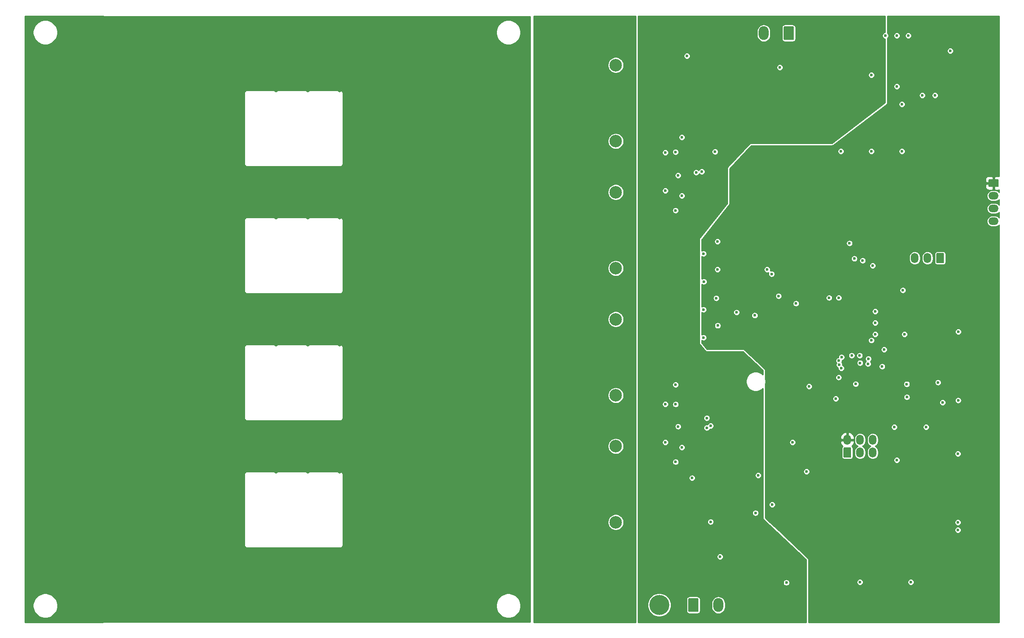
<source format=gbr>
G04 #@! TF.GenerationSoftware,KiCad,Pcbnew,(5.1.4)-1*
G04 #@! TF.CreationDate,2020-09-06T16:49:47-04:00*
G04 #@! TF.ProjectId,DC_LOAD_V02,44435f4c-4f41-4445-9f56-30322e6b6963,rev?*
G04 #@! TF.SameCoordinates,Original*
G04 #@! TF.FileFunction,Copper,L3,Inr*
G04 #@! TF.FilePolarity,Positive*
%FSLAX46Y46*%
G04 Gerber Fmt 4.6, Leading zero omitted, Abs format (unit mm)*
G04 Created by KiCad (PCBNEW (5.1.4)-1) date 2020-09-06 16:49:47*
%MOMM*%
%LPD*%
G04 APERTURE LIST*
%ADD10C,0.800000*%
%ADD11C,2.500000*%
%ADD12C,0.100000*%
%ADD13C,1.500000*%
%ADD14O,1.500000X2.000000*%
%ADD15C,4.000000*%
%ADD16C,2.000000*%
%ADD17O,2.000000X2.750000*%
%ADD18O,2.000000X1.500000*%
%ADD19C,0.600000*%
%ADD20C,0.254000*%
G04 APERTURE END LIST*
D10*
X136525000Y-173355000D03*
X136525000Y-167005000D03*
X136525000Y-160655000D03*
X136525000Y-154305000D03*
X136525000Y-147955000D03*
X136525000Y-141605000D03*
X136525000Y-135255000D03*
X136525000Y-128905000D03*
X136525000Y-122555000D03*
X136525000Y-115570000D03*
X136525000Y-109855000D03*
X136525000Y-103505000D03*
X136525000Y-97155000D03*
X136525000Y-91440000D03*
X136525000Y-84455000D03*
X136525000Y-78105000D03*
X136525000Y-71755000D03*
X136525000Y-64770000D03*
D11*
X188468000Y-135890000D03*
X188468000Y-120690000D03*
X188468000Y-161250000D03*
X188468000Y-146050000D03*
D10*
X133350000Y-100330000D03*
X127000000Y-100330000D03*
X120650000Y-100330000D03*
X127000000Y-125730000D03*
X120650000Y-125730000D03*
X133350000Y-125730000D03*
X127000000Y-151130000D03*
X133350000Y-151130000D03*
X130175000Y-116205000D03*
X123825000Y-116205000D03*
X117475000Y-116205000D03*
X114300000Y-125730000D03*
X130175000Y-167005000D03*
X123825000Y-167005000D03*
X117475000Y-167005000D03*
X130175000Y-141605000D03*
X123825000Y-141605000D03*
X117475000Y-141605000D03*
X130175000Y-147955000D03*
X123825000Y-147955000D03*
X117475000Y-147955000D03*
X130175000Y-173355000D03*
X123825000Y-173355000D03*
X117475000Y-173355000D03*
X130175000Y-122555000D03*
X123825000Y-122555000D03*
X117475000Y-122555000D03*
X133350000Y-119380000D03*
X127000000Y-119380000D03*
X120650000Y-119380000D03*
X114300000Y-119380000D03*
X130175000Y-91440000D03*
X123825000Y-91440000D03*
X117475000Y-91440000D03*
X130175000Y-97155000D03*
X123825000Y-97155000D03*
X117475000Y-97155000D03*
X130175000Y-64770000D03*
X130175000Y-71755000D03*
X123825000Y-71755000D03*
X123825000Y-64770000D03*
X117475000Y-64770000D03*
X111125000Y-64770000D03*
X104775000Y-65405000D03*
X98425000Y-65405000D03*
X92075000Y-65405000D03*
X85725000Y-65405000D03*
X79375000Y-65405000D03*
X117475000Y-71755000D03*
X111125000Y-78105000D03*
X111125000Y-91440000D03*
X111125000Y-97155000D03*
X111125000Y-147955000D03*
X111125000Y-109855000D03*
X111125000Y-103505000D03*
X111125000Y-128905000D03*
X111125000Y-135255000D03*
X111125000Y-116205000D03*
X111125000Y-122555000D03*
X111125000Y-141605000D03*
X111125000Y-160655000D03*
X111125000Y-71755000D03*
X111125000Y-84455000D03*
X111125000Y-167005000D03*
X111125000Y-154305000D03*
X111125000Y-173355000D03*
X104775000Y-78105000D03*
X104775000Y-91440000D03*
X104775000Y-97155000D03*
X104775000Y-147955000D03*
X104775000Y-109855000D03*
X104775000Y-103505000D03*
X104775000Y-128905000D03*
X104775000Y-135255000D03*
X104775000Y-116205000D03*
X104775000Y-122555000D03*
X104775000Y-141605000D03*
X104775000Y-160655000D03*
X104775000Y-71755000D03*
X104775000Y-84455000D03*
X104775000Y-167005000D03*
X104775000Y-154305000D03*
X104775000Y-173355000D03*
X98425000Y-78105000D03*
X98425000Y-91440000D03*
X98425000Y-97155000D03*
X98425000Y-147955000D03*
X98425000Y-109855000D03*
X98425000Y-103505000D03*
X98425000Y-128905000D03*
X98425000Y-135255000D03*
X98425000Y-116205000D03*
X98425000Y-122555000D03*
X98425000Y-141605000D03*
X98425000Y-160655000D03*
X98425000Y-71755000D03*
X98425000Y-84455000D03*
X98425000Y-167005000D03*
X98425000Y-154305000D03*
X98425000Y-173355000D03*
X92075000Y-78105000D03*
X92075000Y-91440000D03*
X92075000Y-97155000D03*
X92075000Y-147955000D03*
X92075000Y-109855000D03*
X92075000Y-103505000D03*
X92075000Y-128905000D03*
X92075000Y-135255000D03*
X92075000Y-116205000D03*
X92075000Y-122555000D03*
X92075000Y-141605000D03*
X92075000Y-160655000D03*
X92075000Y-71755000D03*
X92075000Y-84455000D03*
X92075000Y-167005000D03*
X92075000Y-154305000D03*
X92075000Y-173355000D03*
X85725000Y-78105000D03*
X85725000Y-91440000D03*
X85725000Y-97155000D03*
X85725000Y-147955000D03*
X85725000Y-109855000D03*
X85725000Y-103505000D03*
X85725000Y-128905000D03*
X85725000Y-135255000D03*
X85725000Y-116205000D03*
X85725000Y-122555000D03*
X85725000Y-141605000D03*
X85725000Y-160655000D03*
X85725000Y-71755000D03*
X85725000Y-84455000D03*
X85725000Y-167005000D03*
X85725000Y-154305000D03*
X85725000Y-173355000D03*
X79375000Y-78105000D03*
X79375000Y-91440000D03*
X79375000Y-97155000D03*
X79375000Y-147955000D03*
X79375000Y-109855000D03*
X79375000Y-103505000D03*
X79375000Y-128905000D03*
X79375000Y-135255000D03*
X79375000Y-116205000D03*
X79375000Y-122555000D03*
X79375000Y-141605000D03*
X79375000Y-160655000D03*
X79375000Y-71755000D03*
X79375000Y-84455000D03*
X79375000Y-167005000D03*
X79375000Y-154305000D03*
X79375000Y-173355000D03*
X133350000Y-93980000D03*
X127000000Y-93980000D03*
X120650000Y-93980000D03*
X114300000Y-100330000D03*
X114300000Y-93980000D03*
X133350000Y-74930000D03*
X127000000Y-74930000D03*
X133350000Y-68580000D03*
X133350000Y-62230000D03*
X127000000Y-68580000D03*
X127000000Y-62230000D03*
X120650000Y-62230000D03*
X120650000Y-68580000D03*
X120650000Y-74930000D03*
X114300000Y-74930000D03*
X114300000Y-68580000D03*
X114300000Y-62230000D03*
X107950000Y-62230000D03*
X101600000Y-62230000D03*
X95250000Y-62230000D03*
X88900000Y-62230000D03*
X82550000Y-62230000D03*
X120650000Y-151130000D03*
X114300000Y-151130000D03*
X133350000Y-144780000D03*
X127000000Y-144780000D03*
X120650000Y-144780000D03*
X114300000Y-144780000D03*
X133350000Y-176530000D03*
X133350000Y-170180000D03*
X127000000Y-170180000D03*
X127000000Y-176530000D03*
X120650000Y-176530000D03*
X120650000Y-170180000D03*
X114300000Y-170180000D03*
X114300000Y-176530000D03*
X107950000Y-176530000D03*
X101600000Y-176530000D03*
X95250000Y-176530000D03*
X88900000Y-176530000D03*
X82550000Y-176530000D03*
X82550000Y-74930000D03*
X82550000Y-88265000D03*
X82550000Y-93980000D03*
X82550000Y-68580000D03*
X82550000Y-81280000D03*
X107950000Y-74930000D03*
X107950000Y-88265000D03*
X107950000Y-93980000D03*
X107950000Y-144780000D03*
X107950000Y-106680000D03*
X107950000Y-100330000D03*
X107950000Y-125730000D03*
X107950000Y-132080000D03*
X107950000Y-113030000D03*
X107950000Y-119380000D03*
X107950000Y-138430000D03*
X107950000Y-157480000D03*
X107950000Y-68580000D03*
X107950000Y-81280000D03*
X107950000Y-163830000D03*
X107950000Y-151130000D03*
X107950000Y-170180000D03*
X101600000Y-74930000D03*
X101600000Y-88265000D03*
X101600000Y-93980000D03*
X101600000Y-144780000D03*
X101600000Y-106680000D03*
X101600000Y-100330000D03*
X101600000Y-125730000D03*
X101600000Y-132080000D03*
X101600000Y-113030000D03*
X101600000Y-119380000D03*
X101600000Y-138430000D03*
X101600000Y-157480000D03*
X101600000Y-68580000D03*
X101600000Y-81280000D03*
X101600000Y-163830000D03*
X101600000Y-151130000D03*
X101600000Y-170180000D03*
X95250000Y-74930000D03*
X95250000Y-88265000D03*
X95250000Y-93980000D03*
X95250000Y-144780000D03*
X95250000Y-106680000D03*
X95250000Y-100330000D03*
X95250000Y-125730000D03*
X95250000Y-132080000D03*
X95250000Y-113030000D03*
X95250000Y-119380000D03*
X95250000Y-138430000D03*
X95250000Y-157480000D03*
X95250000Y-68580000D03*
X95250000Y-81280000D03*
X95250000Y-163830000D03*
X95250000Y-151130000D03*
X95250000Y-170180000D03*
X88900000Y-74930000D03*
X88900000Y-88265000D03*
X88900000Y-93980000D03*
X88900000Y-144780000D03*
X88900000Y-106680000D03*
X88900000Y-100330000D03*
X88900000Y-125730000D03*
X88900000Y-132080000D03*
X88900000Y-113030000D03*
X88900000Y-119380000D03*
X88900000Y-138430000D03*
X88900000Y-157480000D03*
X88900000Y-68580000D03*
X88900000Y-81280000D03*
X88900000Y-163830000D03*
X88900000Y-151130000D03*
X88900000Y-170180000D03*
X82550000Y-106680000D03*
X82550000Y-100330000D03*
X82550000Y-119380000D03*
X82550000Y-125730000D03*
X82550000Y-113030000D03*
X82550000Y-132080000D03*
X82550000Y-144780000D03*
X82550000Y-138430000D03*
X82550000Y-157480000D03*
X82550000Y-163830000D03*
X82550000Y-151130000D03*
X82550000Y-170180000D03*
X76200000Y-68580000D03*
X76200000Y-74930000D03*
X76200000Y-81280000D03*
X76200000Y-88265000D03*
X76200000Y-93980000D03*
X76200000Y-100330000D03*
X76200000Y-106680000D03*
X76200000Y-113030000D03*
X76200000Y-119380000D03*
X76200000Y-125730000D03*
X76200000Y-132080000D03*
X76200000Y-138430000D03*
X76200000Y-144780000D03*
X76200000Y-151130000D03*
X76200000Y-157480000D03*
X76200000Y-163830000D03*
X76200000Y-170180000D03*
D12*
G36*
X253852703Y-107458722D02*
G01*
X253867264Y-107460882D01*
X253881543Y-107464459D01*
X253895403Y-107469418D01*
X253908710Y-107475712D01*
X253921336Y-107483280D01*
X253933159Y-107492048D01*
X253944066Y-107501934D01*
X253953952Y-107512841D01*
X253962720Y-107524664D01*
X253970288Y-107537290D01*
X253976582Y-107550597D01*
X253981541Y-107564457D01*
X253985118Y-107578736D01*
X253987278Y-107593297D01*
X253988000Y-107608000D01*
X253988000Y-109308000D01*
X253987278Y-109322703D01*
X253985118Y-109337264D01*
X253981541Y-109351543D01*
X253976582Y-109365403D01*
X253970288Y-109378710D01*
X253962720Y-109391336D01*
X253953952Y-109403159D01*
X253944066Y-109414066D01*
X253933159Y-109423952D01*
X253921336Y-109432720D01*
X253908710Y-109440288D01*
X253895403Y-109446582D01*
X253881543Y-109451541D01*
X253867264Y-109455118D01*
X253852703Y-109457278D01*
X253838000Y-109458000D01*
X252638000Y-109458000D01*
X252623297Y-109457278D01*
X252608736Y-109455118D01*
X252594457Y-109451541D01*
X252580597Y-109446582D01*
X252567290Y-109440288D01*
X252554664Y-109432720D01*
X252542841Y-109423952D01*
X252531934Y-109414066D01*
X252522048Y-109403159D01*
X252513280Y-109391336D01*
X252505712Y-109378710D01*
X252499418Y-109365403D01*
X252494459Y-109351543D01*
X252490882Y-109337264D01*
X252488722Y-109322703D01*
X252488000Y-109308000D01*
X252488000Y-107608000D01*
X252488722Y-107593297D01*
X252490882Y-107578736D01*
X252494459Y-107564457D01*
X252499418Y-107550597D01*
X252505712Y-107537290D01*
X252513280Y-107524664D01*
X252522048Y-107512841D01*
X252531934Y-107501934D01*
X252542841Y-107492048D01*
X252554664Y-107483280D01*
X252567290Y-107475712D01*
X252580597Y-107469418D01*
X252594457Y-107464459D01*
X252608736Y-107460882D01*
X252623297Y-107458722D01*
X252638000Y-107458000D01*
X253838000Y-107458000D01*
X253852703Y-107458722D01*
X253852703Y-107458722D01*
G37*
D13*
X253238000Y-108458000D03*
D14*
X250698000Y-108458000D03*
X248158000Y-108458000D03*
D11*
X188468000Y-95290000D03*
X188468000Y-110490000D03*
X188468000Y-69890000D03*
X188468000Y-85090000D03*
D15*
X174244000Y-177800000D03*
X197144000Y-177800000D03*
D12*
G36*
X204781603Y-176425963D02*
G01*
X204801018Y-176428843D01*
X204820057Y-176433612D01*
X204838537Y-176440224D01*
X204856279Y-176448616D01*
X204873114Y-176458706D01*
X204888879Y-176470398D01*
X204903421Y-176483579D01*
X204916602Y-176498121D01*
X204928294Y-176513886D01*
X204938384Y-176530721D01*
X204946776Y-176548463D01*
X204953388Y-176566943D01*
X204958157Y-176585982D01*
X204961037Y-176605397D01*
X204962000Y-176625000D01*
X204962000Y-178975000D01*
X204961037Y-178994603D01*
X204958157Y-179014018D01*
X204953388Y-179033057D01*
X204946776Y-179051537D01*
X204938384Y-179069279D01*
X204928294Y-179086114D01*
X204916602Y-179101879D01*
X204903421Y-179116421D01*
X204888879Y-179129602D01*
X204873114Y-179141294D01*
X204856279Y-179151384D01*
X204838537Y-179159776D01*
X204820057Y-179166388D01*
X204801018Y-179171157D01*
X204781603Y-179174037D01*
X204762000Y-179175000D01*
X203162000Y-179175000D01*
X203142397Y-179174037D01*
X203122982Y-179171157D01*
X203103943Y-179166388D01*
X203085463Y-179159776D01*
X203067721Y-179151384D01*
X203050886Y-179141294D01*
X203035121Y-179129602D01*
X203020579Y-179116421D01*
X203007398Y-179101879D01*
X202995706Y-179086114D01*
X202985616Y-179069279D01*
X202977224Y-179051537D01*
X202970612Y-179033057D01*
X202965843Y-179014018D01*
X202962963Y-178994603D01*
X202962000Y-178975000D01*
X202962000Y-176625000D01*
X202962963Y-176605397D01*
X202965843Y-176585982D01*
X202970612Y-176566943D01*
X202977224Y-176548463D01*
X202985616Y-176530721D01*
X202995706Y-176513886D01*
X203007398Y-176498121D01*
X203020579Y-176483579D01*
X203035121Y-176470398D01*
X203050886Y-176458706D01*
X203067721Y-176448616D01*
X203085463Y-176440224D01*
X203103943Y-176433612D01*
X203122982Y-176428843D01*
X203142397Y-176425963D01*
X203162000Y-176425000D01*
X204762000Y-176425000D01*
X204781603Y-176425963D01*
X204781603Y-176425963D01*
G37*
D16*
X203962000Y-177800000D03*
D17*
X208962000Y-177800000D03*
D12*
G36*
X223831603Y-62125963D02*
G01*
X223851018Y-62128843D01*
X223870057Y-62133612D01*
X223888537Y-62140224D01*
X223906279Y-62148616D01*
X223923114Y-62158706D01*
X223938879Y-62170398D01*
X223953421Y-62183579D01*
X223966602Y-62198121D01*
X223978294Y-62213886D01*
X223988384Y-62230721D01*
X223996776Y-62248463D01*
X224003388Y-62266943D01*
X224008157Y-62285982D01*
X224011037Y-62305397D01*
X224012000Y-62325000D01*
X224012000Y-64675000D01*
X224011037Y-64694603D01*
X224008157Y-64714018D01*
X224003388Y-64733057D01*
X223996776Y-64751537D01*
X223988384Y-64769279D01*
X223978294Y-64786114D01*
X223966602Y-64801879D01*
X223953421Y-64816421D01*
X223938879Y-64829602D01*
X223923114Y-64841294D01*
X223906279Y-64851384D01*
X223888537Y-64859776D01*
X223870057Y-64866388D01*
X223851018Y-64871157D01*
X223831603Y-64874037D01*
X223812000Y-64875000D01*
X222212000Y-64875000D01*
X222192397Y-64874037D01*
X222172982Y-64871157D01*
X222153943Y-64866388D01*
X222135463Y-64859776D01*
X222117721Y-64851384D01*
X222100886Y-64841294D01*
X222085121Y-64829602D01*
X222070579Y-64816421D01*
X222057398Y-64801879D01*
X222045706Y-64786114D01*
X222035616Y-64769279D01*
X222027224Y-64751537D01*
X222020612Y-64733057D01*
X222015843Y-64714018D01*
X222012963Y-64694603D01*
X222012000Y-64675000D01*
X222012000Y-62325000D01*
X222012963Y-62305397D01*
X222015843Y-62285982D01*
X222020612Y-62266943D01*
X222027224Y-62248463D01*
X222035616Y-62230721D01*
X222045706Y-62213886D01*
X222057398Y-62198121D01*
X222070579Y-62183579D01*
X222085121Y-62170398D01*
X222100886Y-62158706D01*
X222117721Y-62148616D01*
X222135463Y-62140224D01*
X222153943Y-62133612D01*
X222172982Y-62128843D01*
X222192397Y-62125963D01*
X222212000Y-62125000D01*
X223812000Y-62125000D01*
X223831603Y-62125963D01*
X223831603Y-62125963D01*
G37*
D16*
X223012000Y-63500000D03*
D17*
X218012000Y-63500000D03*
D14*
X239776000Y-144780000D03*
X234696000Y-144780000D03*
X237236000Y-144780000D03*
X237236000Y-147320000D03*
X239776000Y-147320000D03*
D12*
G36*
X235310703Y-146320722D02*
G01*
X235325264Y-146322882D01*
X235339543Y-146326459D01*
X235353403Y-146331418D01*
X235366710Y-146337712D01*
X235379336Y-146345280D01*
X235391159Y-146354048D01*
X235402066Y-146363934D01*
X235411952Y-146374841D01*
X235420720Y-146386664D01*
X235428288Y-146399290D01*
X235434582Y-146412597D01*
X235439541Y-146426457D01*
X235443118Y-146440736D01*
X235445278Y-146455297D01*
X235446000Y-146470000D01*
X235446000Y-148170000D01*
X235445278Y-148184703D01*
X235443118Y-148199264D01*
X235439541Y-148213543D01*
X235434582Y-148227403D01*
X235428288Y-148240710D01*
X235420720Y-148253336D01*
X235411952Y-148265159D01*
X235402066Y-148276066D01*
X235391159Y-148285952D01*
X235379336Y-148294720D01*
X235366710Y-148302288D01*
X235353403Y-148308582D01*
X235339543Y-148313541D01*
X235325264Y-148317118D01*
X235310703Y-148319278D01*
X235296000Y-148320000D01*
X234096000Y-148320000D01*
X234081297Y-148319278D01*
X234066736Y-148317118D01*
X234052457Y-148313541D01*
X234038597Y-148308582D01*
X234025290Y-148302288D01*
X234012664Y-148294720D01*
X234000841Y-148285952D01*
X233989934Y-148276066D01*
X233980048Y-148265159D01*
X233971280Y-148253336D01*
X233963712Y-148240710D01*
X233957418Y-148227403D01*
X233952459Y-148213543D01*
X233948882Y-148199264D01*
X233946722Y-148184703D01*
X233946000Y-148170000D01*
X233946000Y-146470000D01*
X233946722Y-146455297D01*
X233948882Y-146440736D01*
X233952459Y-146426457D01*
X233957418Y-146412597D01*
X233963712Y-146399290D01*
X233971280Y-146386664D01*
X233980048Y-146374841D01*
X233989934Y-146363934D01*
X234000841Y-146354048D01*
X234012664Y-146345280D01*
X234025290Y-146337712D01*
X234038597Y-146331418D01*
X234052457Y-146326459D01*
X234066736Y-146322882D01*
X234081297Y-146320722D01*
X234096000Y-146320000D01*
X235296000Y-146320000D01*
X235310703Y-146320722D01*
X235310703Y-146320722D01*
G37*
D13*
X234696000Y-147320000D03*
D12*
G36*
X264770703Y-92722722D02*
G01*
X264785264Y-92724882D01*
X264799543Y-92728459D01*
X264813403Y-92733418D01*
X264826710Y-92739712D01*
X264839336Y-92747280D01*
X264851159Y-92756048D01*
X264862066Y-92765934D01*
X264871952Y-92776841D01*
X264880720Y-92788664D01*
X264888288Y-92801290D01*
X264894582Y-92814597D01*
X264899541Y-92828457D01*
X264903118Y-92842736D01*
X264905278Y-92857297D01*
X264906000Y-92872000D01*
X264906000Y-94072000D01*
X264905278Y-94086703D01*
X264903118Y-94101264D01*
X264899541Y-94115543D01*
X264894582Y-94129403D01*
X264888288Y-94142710D01*
X264880720Y-94155336D01*
X264871952Y-94167159D01*
X264862066Y-94178066D01*
X264851159Y-94187952D01*
X264839336Y-94196720D01*
X264826710Y-94204288D01*
X264813403Y-94210582D01*
X264799543Y-94215541D01*
X264785264Y-94219118D01*
X264770703Y-94221278D01*
X264756000Y-94222000D01*
X263056000Y-94222000D01*
X263041297Y-94221278D01*
X263026736Y-94219118D01*
X263012457Y-94215541D01*
X262998597Y-94210582D01*
X262985290Y-94204288D01*
X262972664Y-94196720D01*
X262960841Y-94187952D01*
X262949934Y-94178066D01*
X262940048Y-94167159D01*
X262931280Y-94155336D01*
X262923712Y-94142710D01*
X262917418Y-94129403D01*
X262912459Y-94115543D01*
X262908882Y-94101264D01*
X262906722Y-94086703D01*
X262906000Y-94072000D01*
X262906000Y-92872000D01*
X262906722Y-92857297D01*
X262908882Y-92842736D01*
X262912459Y-92828457D01*
X262917418Y-92814597D01*
X262923712Y-92801290D01*
X262931280Y-92788664D01*
X262940048Y-92776841D01*
X262949934Y-92765934D01*
X262960841Y-92756048D01*
X262972664Y-92747280D01*
X262985290Y-92739712D01*
X262998597Y-92733418D01*
X263012457Y-92728459D01*
X263026736Y-92724882D01*
X263041297Y-92722722D01*
X263056000Y-92722000D01*
X264756000Y-92722000D01*
X264770703Y-92722722D01*
X264770703Y-92722722D01*
G37*
D13*
X263906000Y-93472000D03*
D18*
X263906000Y-96012000D03*
X263906000Y-98552000D03*
X263906000Y-101092000D03*
D19*
X205994000Y-124333000D03*
X205994000Y-118745000D03*
X206044800Y-113157000D03*
X240284000Y-121412000D03*
X240284000Y-119126000D03*
X237236000Y-173228000D03*
X247396000Y-173228000D03*
X256794000Y-161290000D03*
X256794000Y-162814000D03*
X256794000Y-147574000D03*
X244094000Y-142240000D03*
X250444000Y-142240000D03*
X216361800Y-159386175D03*
X244602000Y-148844000D03*
X202692000Y-68072000D03*
X239522000Y-71882000D03*
X244602000Y-74168000D03*
X255270000Y-67056000D03*
X252222000Y-75946000D03*
X249682000Y-75946000D03*
X239776000Y-109982000D03*
X198374000Y-137668000D03*
X198374000Y-145288000D03*
X200914000Y-142113000D03*
X198374000Y-94996000D03*
X200406000Y-98933000D03*
X198374000Y-87376000D03*
X200406000Y-87249000D03*
X219583000Y-111633000D03*
X232994200Y-116382800D03*
X231063800Y-116382800D03*
X245793500Y-114886494D03*
X212572600Y-119303800D03*
X207391007Y-161162993D03*
X216204800Y-119913400D03*
X240284000Y-123698000D03*
X256832100Y-136880596D03*
X233426000Y-87122000D03*
X239522000Y-87122000D03*
X245618000Y-87122000D03*
X221234000Y-70358000D03*
X242316000Y-64008000D03*
X244602000Y-64008000D03*
X246888000Y-64008000D03*
X200421240Y-149202140D03*
X203713080Y-152407620D03*
X209298540Y-168148000D03*
X219704920Y-157723840D03*
X256849880Y-123164600D03*
X236095540Y-108567220D03*
X200914000Y-91950540D03*
X222528000Y-173331004D03*
X205994000Y-107569000D03*
X246583200Y-136245600D03*
X253720600Y-137312400D03*
X200421236Y-137683240D03*
X205643480Y-91160600D03*
X207391000Y-141980920D03*
X237766860Y-108945680D03*
X237172500Y-127939800D03*
X235572300Y-127939800D03*
X236359700Y-133616700D03*
X246126000Y-123698000D03*
X224028000Y-173354996D03*
X207010000Y-149352000D03*
X207010000Y-133604000D03*
X207010000Y-99060000D03*
X207010000Y-83312000D03*
X239522000Y-77724000D03*
X245618000Y-77724000D03*
X198374000Y-91948000D03*
X206235302Y-152387300D03*
X198386700Y-142125700D03*
X242214400Y-121158000D03*
X242341400Y-118618000D03*
X244673120Y-135808720D03*
X250946920Y-135798560D03*
X254000000Y-139273280D03*
X247644920Y-139273280D03*
X210210400Y-108300520D03*
X210205320Y-113893600D03*
X210200240Y-119476520D03*
X210210400Y-125064520D03*
X247015000Y-126238000D03*
X249682000Y-71628000D03*
X251968000Y-71628000D03*
X235712000Y-173228000D03*
X222280480Y-157731460D03*
X221996000Y-111633000D03*
X232664000Y-108966000D03*
X235559602Y-133604000D03*
X233972100Y-133565900D03*
X236867700Y-117716300D03*
X241655600Y-130124200D03*
X238902010Y-128564942D03*
X238810800Y-129590800D03*
X237249402Y-129403245D03*
X233480072Y-130465535D03*
X208813400Y-121945400D03*
X233024772Y-128962124D03*
X208788000Y-110718600D03*
X233106854Y-129757914D03*
X208534000Y-116459000D03*
X233541990Y-128269998D03*
X208788004Y-105156000D03*
X201676000Y-146304000D03*
X200418700Y-133769100D03*
X201676000Y-96012000D03*
X201676000Y-84328000D03*
X216916000Y-151892000D03*
X223774000Y-145288000D03*
X224463886Y-117529886D03*
X220980000Y-116037590D03*
X206629000Y-142367000D03*
X208295240Y-87198200D03*
X204510640Y-91338400D03*
X235140500Y-105498900D03*
X206629002Y-140423900D03*
X242062000Y-126746000D03*
X246568000Y-133639596D03*
X252818900Y-133311900D03*
X239511610Y-124904500D03*
X226568000Y-151130006D03*
X218693994Y-110744000D03*
X227076000Y-134112000D03*
X232410000Y-136550400D03*
X232967326Y-132302016D03*
D10*
X180594000Y-77470000D03*
X180594000Y-81280000D03*
X180594000Y-85090000D03*
X180594000Y-88900000D03*
X182626000Y-79248000D03*
X182626000Y-83058000D03*
X182626000Y-86868000D03*
X180594000Y-102870000D03*
X180594000Y-106680000D03*
X180594000Y-110490000D03*
X180594000Y-114300000D03*
X182626000Y-104648000D03*
X182626000Y-108458000D03*
X182626000Y-112268000D03*
X180594000Y-128270000D03*
X180594000Y-132080000D03*
X180594000Y-135890000D03*
X180594000Y-139700000D03*
X182626000Y-137668000D03*
X182626000Y-133858000D03*
X182626000Y-130048000D03*
X180594000Y-153924000D03*
X180594000Y-157734000D03*
X180594000Y-161544000D03*
X180594000Y-165354000D03*
X182626000Y-163322000D03*
X182626000Y-159512000D03*
X182626000Y-155702000D03*
D20*
G36*
X192405000Y-181229000D02*
G01*
X172085000Y-181229000D01*
X172085000Y-161089755D01*
X186841000Y-161089755D01*
X186841000Y-161410245D01*
X186903525Y-161724578D01*
X187026172Y-162020673D01*
X187204227Y-162287152D01*
X187430848Y-162513773D01*
X187697327Y-162691828D01*
X187993422Y-162814475D01*
X188307755Y-162877000D01*
X188628245Y-162877000D01*
X188942578Y-162814475D01*
X189238673Y-162691828D01*
X189505152Y-162513773D01*
X189731773Y-162287152D01*
X189909828Y-162020673D01*
X190032475Y-161724578D01*
X190095000Y-161410245D01*
X190095000Y-161089755D01*
X190032475Y-160775422D01*
X189909828Y-160479327D01*
X189731773Y-160212848D01*
X189505152Y-159986227D01*
X189238673Y-159808172D01*
X188942578Y-159685525D01*
X188628245Y-159623000D01*
X188307755Y-159623000D01*
X187993422Y-159685525D01*
X187697327Y-159808172D01*
X187430848Y-159986227D01*
X187204227Y-160212848D01*
X187026172Y-160479327D01*
X186903525Y-160775422D01*
X186841000Y-161089755D01*
X172085000Y-161089755D01*
X172085000Y-145889755D01*
X186841000Y-145889755D01*
X186841000Y-146210245D01*
X186903525Y-146524578D01*
X187026172Y-146820673D01*
X187204227Y-147087152D01*
X187430848Y-147313773D01*
X187697327Y-147491828D01*
X187993422Y-147614475D01*
X188307755Y-147677000D01*
X188628245Y-147677000D01*
X188942578Y-147614475D01*
X189238673Y-147491828D01*
X189505152Y-147313773D01*
X189731773Y-147087152D01*
X189909828Y-146820673D01*
X190032475Y-146524578D01*
X190095000Y-146210245D01*
X190095000Y-145889755D01*
X190032475Y-145575422D01*
X189909828Y-145279327D01*
X189731773Y-145012848D01*
X189505152Y-144786227D01*
X189238673Y-144608172D01*
X188942578Y-144485525D01*
X188628245Y-144423000D01*
X188307755Y-144423000D01*
X187993422Y-144485525D01*
X187697327Y-144608172D01*
X187430848Y-144786227D01*
X187204227Y-145012848D01*
X187026172Y-145279327D01*
X186903525Y-145575422D01*
X186841000Y-145889755D01*
X172085000Y-145889755D01*
X172085000Y-135729755D01*
X186841000Y-135729755D01*
X186841000Y-136050245D01*
X186903525Y-136364578D01*
X187026172Y-136660673D01*
X187204227Y-136927152D01*
X187430848Y-137153773D01*
X187697327Y-137331828D01*
X187993422Y-137454475D01*
X188307755Y-137517000D01*
X188628245Y-137517000D01*
X188942578Y-137454475D01*
X189238673Y-137331828D01*
X189505152Y-137153773D01*
X189731773Y-136927152D01*
X189909828Y-136660673D01*
X190032475Y-136364578D01*
X190095000Y-136050245D01*
X190095000Y-135729755D01*
X190032475Y-135415422D01*
X189909828Y-135119327D01*
X189731773Y-134852848D01*
X189505152Y-134626227D01*
X189238673Y-134448172D01*
X188942578Y-134325525D01*
X188628245Y-134263000D01*
X188307755Y-134263000D01*
X187993422Y-134325525D01*
X187697327Y-134448172D01*
X187430848Y-134626227D01*
X187204227Y-134852848D01*
X187026172Y-135119327D01*
X186903525Y-135415422D01*
X186841000Y-135729755D01*
X172085000Y-135729755D01*
X172085000Y-120529755D01*
X186841000Y-120529755D01*
X186841000Y-120850245D01*
X186903525Y-121164578D01*
X187026172Y-121460673D01*
X187204227Y-121727152D01*
X187430848Y-121953773D01*
X187697327Y-122131828D01*
X187993422Y-122254475D01*
X188307755Y-122317000D01*
X188628245Y-122317000D01*
X188942578Y-122254475D01*
X189238673Y-122131828D01*
X189505152Y-121953773D01*
X189731773Y-121727152D01*
X189909828Y-121460673D01*
X190032475Y-121164578D01*
X190095000Y-120850245D01*
X190095000Y-120529755D01*
X190032475Y-120215422D01*
X189909828Y-119919327D01*
X189731773Y-119652848D01*
X189505152Y-119426227D01*
X189238673Y-119248172D01*
X188942578Y-119125525D01*
X188628245Y-119063000D01*
X188307755Y-119063000D01*
X187993422Y-119125525D01*
X187697327Y-119248172D01*
X187430848Y-119426227D01*
X187204227Y-119652848D01*
X187026172Y-119919327D01*
X186903525Y-120215422D01*
X186841000Y-120529755D01*
X172085000Y-120529755D01*
X172085000Y-110329755D01*
X186841000Y-110329755D01*
X186841000Y-110650245D01*
X186903525Y-110964578D01*
X187026172Y-111260673D01*
X187204227Y-111527152D01*
X187430848Y-111753773D01*
X187697327Y-111931828D01*
X187993422Y-112054475D01*
X188307755Y-112117000D01*
X188628245Y-112117000D01*
X188942578Y-112054475D01*
X189238673Y-111931828D01*
X189505152Y-111753773D01*
X189731773Y-111527152D01*
X189909828Y-111260673D01*
X190032475Y-110964578D01*
X190095000Y-110650245D01*
X190095000Y-110329755D01*
X190032475Y-110015422D01*
X189909828Y-109719327D01*
X189731773Y-109452848D01*
X189505152Y-109226227D01*
X189238673Y-109048172D01*
X188942578Y-108925525D01*
X188628245Y-108863000D01*
X188307755Y-108863000D01*
X187993422Y-108925525D01*
X187697327Y-109048172D01*
X187430848Y-109226227D01*
X187204227Y-109452848D01*
X187026172Y-109719327D01*
X186903525Y-110015422D01*
X186841000Y-110329755D01*
X172085000Y-110329755D01*
X172085000Y-95129755D01*
X186841000Y-95129755D01*
X186841000Y-95450245D01*
X186903525Y-95764578D01*
X187026172Y-96060673D01*
X187204227Y-96327152D01*
X187430848Y-96553773D01*
X187697327Y-96731828D01*
X187993422Y-96854475D01*
X188307755Y-96917000D01*
X188628245Y-96917000D01*
X188942578Y-96854475D01*
X189238673Y-96731828D01*
X189505152Y-96553773D01*
X189731773Y-96327152D01*
X189909828Y-96060673D01*
X190032475Y-95764578D01*
X190095000Y-95450245D01*
X190095000Y-95129755D01*
X190032475Y-94815422D01*
X189909828Y-94519327D01*
X189731773Y-94252848D01*
X189505152Y-94026227D01*
X189238673Y-93848172D01*
X188942578Y-93725525D01*
X188628245Y-93663000D01*
X188307755Y-93663000D01*
X187993422Y-93725525D01*
X187697327Y-93848172D01*
X187430848Y-94026227D01*
X187204227Y-94252848D01*
X187026172Y-94519327D01*
X186903525Y-94815422D01*
X186841000Y-95129755D01*
X172085000Y-95129755D01*
X172085000Y-84929755D01*
X186841000Y-84929755D01*
X186841000Y-85250245D01*
X186903525Y-85564578D01*
X187026172Y-85860673D01*
X187204227Y-86127152D01*
X187430848Y-86353773D01*
X187697327Y-86531828D01*
X187993422Y-86654475D01*
X188307755Y-86717000D01*
X188628245Y-86717000D01*
X188942578Y-86654475D01*
X189238673Y-86531828D01*
X189505152Y-86353773D01*
X189731773Y-86127152D01*
X189909828Y-85860673D01*
X190032475Y-85564578D01*
X190095000Y-85250245D01*
X190095000Y-84929755D01*
X190032475Y-84615422D01*
X189909828Y-84319327D01*
X189731773Y-84052848D01*
X189505152Y-83826227D01*
X189238673Y-83648172D01*
X188942578Y-83525525D01*
X188628245Y-83463000D01*
X188307755Y-83463000D01*
X187993422Y-83525525D01*
X187697327Y-83648172D01*
X187430848Y-83826227D01*
X187204227Y-84052848D01*
X187026172Y-84319327D01*
X186903525Y-84615422D01*
X186841000Y-84929755D01*
X172085000Y-84929755D01*
X172085000Y-69729755D01*
X186841000Y-69729755D01*
X186841000Y-70050245D01*
X186903525Y-70364578D01*
X187026172Y-70660673D01*
X187204227Y-70927152D01*
X187430848Y-71153773D01*
X187697327Y-71331828D01*
X187993422Y-71454475D01*
X188307755Y-71517000D01*
X188628245Y-71517000D01*
X188942578Y-71454475D01*
X189238673Y-71331828D01*
X189505152Y-71153773D01*
X189731773Y-70927152D01*
X189909828Y-70660673D01*
X190032475Y-70364578D01*
X190095000Y-70050245D01*
X190095000Y-69729755D01*
X190032475Y-69415422D01*
X189909828Y-69119327D01*
X189731773Y-68852848D01*
X189505152Y-68626227D01*
X189238673Y-68448172D01*
X188942578Y-68325525D01*
X188628245Y-68263000D01*
X188307755Y-68263000D01*
X187993422Y-68325525D01*
X187697327Y-68448172D01*
X187430848Y-68626227D01*
X187204227Y-68852848D01*
X187026172Y-69119327D01*
X186903525Y-69415422D01*
X186841000Y-69729755D01*
X172085000Y-69729755D01*
X172085000Y-60071000D01*
X192405000Y-60071000D01*
X192405000Y-181229000D01*
X192405000Y-181229000D01*
G37*
X192405000Y-181229000D02*
X172085000Y-181229000D01*
X172085000Y-161089755D01*
X186841000Y-161089755D01*
X186841000Y-161410245D01*
X186903525Y-161724578D01*
X187026172Y-162020673D01*
X187204227Y-162287152D01*
X187430848Y-162513773D01*
X187697327Y-162691828D01*
X187993422Y-162814475D01*
X188307755Y-162877000D01*
X188628245Y-162877000D01*
X188942578Y-162814475D01*
X189238673Y-162691828D01*
X189505152Y-162513773D01*
X189731773Y-162287152D01*
X189909828Y-162020673D01*
X190032475Y-161724578D01*
X190095000Y-161410245D01*
X190095000Y-161089755D01*
X190032475Y-160775422D01*
X189909828Y-160479327D01*
X189731773Y-160212848D01*
X189505152Y-159986227D01*
X189238673Y-159808172D01*
X188942578Y-159685525D01*
X188628245Y-159623000D01*
X188307755Y-159623000D01*
X187993422Y-159685525D01*
X187697327Y-159808172D01*
X187430848Y-159986227D01*
X187204227Y-160212848D01*
X187026172Y-160479327D01*
X186903525Y-160775422D01*
X186841000Y-161089755D01*
X172085000Y-161089755D01*
X172085000Y-145889755D01*
X186841000Y-145889755D01*
X186841000Y-146210245D01*
X186903525Y-146524578D01*
X187026172Y-146820673D01*
X187204227Y-147087152D01*
X187430848Y-147313773D01*
X187697327Y-147491828D01*
X187993422Y-147614475D01*
X188307755Y-147677000D01*
X188628245Y-147677000D01*
X188942578Y-147614475D01*
X189238673Y-147491828D01*
X189505152Y-147313773D01*
X189731773Y-147087152D01*
X189909828Y-146820673D01*
X190032475Y-146524578D01*
X190095000Y-146210245D01*
X190095000Y-145889755D01*
X190032475Y-145575422D01*
X189909828Y-145279327D01*
X189731773Y-145012848D01*
X189505152Y-144786227D01*
X189238673Y-144608172D01*
X188942578Y-144485525D01*
X188628245Y-144423000D01*
X188307755Y-144423000D01*
X187993422Y-144485525D01*
X187697327Y-144608172D01*
X187430848Y-144786227D01*
X187204227Y-145012848D01*
X187026172Y-145279327D01*
X186903525Y-145575422D01*
X186841000Y-145889755D01*
X172085000Y-145889755D01*
X172085000Y-135729755D01*
X186841000Y-135729755D01*
X186841000Y-136050245D01*
X186903525Y-136364578D01*
X187026172Y-136660673D01*
X187204227Y-136927152D01*
X187430848Y-137153773D01*
X187697327Y-137331828D01*
X187993422Y-137454475D01*
X188307755Y-137517000D01*
X188628245Y-137517000D01*
X188942578Y-137454475D01*
X189238673Y-137331828D01*
X189505152Y-137153773D01*
X189731773Y-136927152D01*
X189909828Y-136660673D01*
X190032475Y-136364578D01*
X190095000Y-136050245D01*
X190095000Y-135729755D01*
X190032475Y-135415422D01*
X189909828Y-135119327D01*
X189731773Y-134852848D01*
X189505152Y-134626227D01*
X189238673Y-134448172D01*
X188942578Y-134325525D01*
X188628245Y-134263000D01*
X188307755Y-134263000D01*
X187993422Y-134325525D01*
X187697327Y-134448172D01*
X187430848Y-134626227D01*
X187204227Y-134852848D01*
X187026172Y-135119327D01*
X186903525Y-135415422D01*
X186841000Y-135729755D01*
X172085000Y-135729755D01*
X172085000Y-120529755D01*
X186841000Y-120529755D01*
X186841000Y-120850245D01*
X186903525Y-121164578D01*
X187026172Y-121460673D01*
X187204227Y-121727152D01*
X187430848Y-121953773D01*
X187697327Y-122131828D01*
X187993422Y-122254475D01*
X188307755Y-122317000D01*
X188628245Y-122317000D01*
X188942578Y-122254475D01*
X189238673Y-122131828D01*
X189505152Y-121953773D01*
X189731773Y-121727152D01*
X189909828Y-121460673D01*
X190032475Y-121164578D01*
X190095000Y-120850245D01*
X190095000Y-120529755D01*
X190032475Y-120215422D01*
X189909828Y-119919327D01*
X189731773Y-119652848D01*
X189505152Y-119426227D01*
X189238673Y-119248172D01*
X188942578Y-119125525D01*
X188628245Y-119063000D01*
X188307755Y-119063000D01*
X187993422Y-119125525D01*
X187697327Y-119248172D01*
X187430848Y-119426227D01*
X187204227Y-119652848D01*
X187026172Y-119919327D01*
X186903525Y-120215422D01*
X186841000Y-120529755D01*
X172085000Y-120529755D01*
X172085000Y-110329755D01*
X186841000Y-110329755D01*
X186841000Y-110650245D01*
X186903525Y-110964578D01*
X187026172Y-111260673D01*
X187204227Y-111527152D01*
X187430848Y-111753773D01*
X187697327Y-111931828D01*
X187993422Y-112054475D01*
X188307755Y-112117000D01*
X188628245Y-112117000D01*
X188942578Y-112054475D01*
X189238673Y-111931828D01*
X189505152Y-111753773D01*
X189731773Y-111527152D01*
X189909828Y-111260673D01*
X190032475Y-110964578D01*
X190095000Y-110650245D01*
X190095000Y-110329755D01*
X190032475Y-110015422D01*
X189909828Y-109719327D01*
X189731773Y-109452848D01*
X189505152Y-109226227D01*
X189238673Y-109048172D01*
X188942578Y-108925525D01*
X188628245Y-108863000D01*
X188307755Y-108863000D01*
X187993422Y-108925525D01*
X187697327Y-109048172D01*
X187430848Y-109226227D01*
X187204227Y-109452848D01*
X187026172Y-109719327D01*
X186903525Y-110015422D01*
X186841000Y-110329755D01*
X172085000Y-110329755D01*
X172085000Y-95129755D01*
X186841000Y-95129755D01*
X186841000Y-95450245D01*
X186903525Y-95764578D01*
X187026172Y-96060673D01*
X187204227Y-96327152D01*
X187430848Y-96553773D01*
X187697327Y-96731828D01*
X187993422Y-96854475D01*
X188307755Y-96917000D01*
X188628245Y-96917000D01*
X188942578Y-96854475D01*
X189238673Y-96731828D01*
X189505152Y-96553773D01*
X189731773Y-96327152D01*
X189909828Y-96060673D01*
X190032475Y-95764578D01*
X190095000Y-95450245D01*
X190095000Y-95129755D01*
X190032475Y-94815422D01*
X189909828Y-94519327D01*
X189731773Y-94252848D01*
X189505152Y-94026227D01*
X189238673Y-93848172D01*
X188942578Y-93725525D01*
X188628245Y-93663000D01*
X188307755Y-93663000D01*
X187993422Y-93725525D01*
X187697327Y-93848172D01*
X187430848Y-94026227D01*
X187204227Y-94252848D01*
X187026172Y-94519327D01*
X186903525Y-94815422D01*
X186841000Y-95129755D01*
X172085000Y-95129755D01*
X172085000Y-84929755D01*
X186841000Y-84929755D01*
X186841000Y-85250245D01*
X186903525Y-85564578D01*
X187026172Y-85860673D01*
X187204227Y-86127152D01*
X187430848Y-86353773D01*
X187697327Y-86531828D01*
X187993422Y-86654475D01*
X188307755Y-86717000D01*
X188628245Y-86717000D01*
X188942578Y-86654475D01*
X189238673Y-86531828D01*
X189505152Y-86353773D01*
X189731773Y-86127152D01*
X189909828Y-85860673D01*
X190032475Y-85564578D01*
X190095000Y-85250245D01*
X190095000Y-84929755D01*
X190032475Y-84615422D01*
X189909828Y-84319327D01*
X189731773Y-84052848D01*
X189505152Y-83826227D01*
X189238673Y-83648172D01*
X188942578Y-83525525D01*
X188628245Y-83463000D01*
X188307755Y-83463000D01*
X187993422Y-83525525D01*
X187697327Y-83648172D01*
X187430848Y-83826227D01*
X187204227Y-84052848D01*
X187026172Y-84319327D01*
X186903525Y-84615422D01*
X186841000Y-84929755D01*
X172085000Y-84929755D01*
X172085000Y-69729755D01*
X186841000Y-69729755D01*
X186841000Y-70050245D01*
X186903525Y-70364578D01*
X187026172Y-70660673D01*
X187204227Y-70927152D01*
X187430848Y-71153773D01*
X187697327Y-71331828D01*
X187993422Y-71454475D01*
X188307755Y-71517000D01*
X188628245Y-71517000D01*
X188942578Y-71454475D01*
X189238673Y-71331828D01*
X189505152Y-71153773D01*
X189731773Y-70927152D01*
X189909828Y-70660673D01*
X190032475Y-70364578D01*
X190095000Y-70050245D01*
X190095000Y-69729755D01*
X190032475Y-69415422D01*
X189909828Y-69119327D01*
X189731773Y-68852848D01*
X189505152Y-68626227D01*
X189238673Y-68448172D01*
X188942578Y-68325525D01*
X188628245Y-68263000D01*
X188307755Y-68263000D01*
X187993422Y-68325525D01*
X187697327Y-68448172D01*
X187430848Y-68626227D01*
X187204227Y-68852848D01*
X187026172Y-69119327D01*
X186903525Y-69415422D01*
X186841000Y-69729755D01*
X172085000Y-69729755D01*
X172085000Y-60071000D01*
X192405000Y-60071000D01*
X192405000Y-181229000D01*
G36*
X86106207Y-60112710D02*
G01*
X86230617Y-60150450D01*
X86327581Y-60160000D01*
X86360000Y-60163193D01*
X86392419Y-60160000D01*
X171323000Y-60160000D01*
X171323000Y-181140000D01*
X86392419Y-181140000D01*
X86360000Y-181136807D01*
X86327581Y-181140000D01*
X86230617Y-181149550D01*
X86106207Y-181187290D01*
X86028173Y-181229000D01*
X70510000Y-181229000D01*
X70510000Y-177691037D01*
X72068000Y-177691037D01*
X72068000Y-178178963D01*
X72163190Y-178657514D01*
X72349911Y-179108299D01*
X72620989Y-179513995D01*
X72966005Y-179859011D01*
X73371701Y-180130089D01*
X73822486Y-180316810D01*
X74301037Y-180412000D01*
X74788963Y-180412000D01*
X75267514Y-180316810D01*
X75718299Y-180130089D01*
X76123995Y-179859011D01*
X76469011Y-179513995D01*
X76740089Y-179108299D01*
X76926810Y-178657514D01*
X77022000Y-178178963D01*
X77022000Y-177691037D01*
X164548000Y-177691037D01*
X164548000Y-178178963D01*
X164643190Y-178657514D01*
X164829911Y-179108299D01*
X165100989Y-179513995D01*
X165446005Y-179859011D01*
X165851701Y-180130089D01*
X166302486Y-180316810D01*
X166781037Y-180412000D01*
X167268963Y-180412000D01*
X167747514Y-180316810D01*
X168198299Y-180130089D01*
X168603995Y-179859011D01*
X168949011Y-179513995D01*
X169220089Y-179108299D01*
X169406810Y-178657514D01*
X169502000Y-178178963D01*
X169502000Y-177691037D01*
X169406810Y-177212486D01*
X169220089Y-176761701D01*
X168949011Y-176356005D01*
X168603995Y-176010989D01*
X168198299Y-175739911D01*
X167747514Y-175553190D01*
X167268963Y-175458000D01*
X166781037Y-175458000D01*
X166302486Y-175553190D01*
X165851701Y-175739911D01*
X165446005Y-176010989D01*
X165100989Y-176356005D01*
X164829911Y-176761701D01*
X164643190Y-177212486D01*
X164548000Y-177691037D01*
X77022000Y-177691037D01*
X76926810Y-177212486D01*
X76740089Y-176761701D01*
X76469011Y-176356005D01*
X76123995Y-176010989D01*
X75718299Y-175739911D01*
X75267514Y-175553190D01*
X74788963Y-175458000D01*
X74301037Y-175458000D01*
X73822486Y-175553190D01*
X73371701Y-175739911D01*
X72966005Y-176010989D01*
X72620989Y-176356005D01*
X72349911Y-176761701D01*
X72163190Y-177212486D01*
X72068000Y-177691037D01*
X70510000Y-177691037D01*
X70510000Y-151765000D01*
X114271807Y-151765000D01*
X114275000Y-151797419D01*
X114275001Y-165702571D01*
X114271807Y-165735000D01*
X114284550Y-165864383D01*
X114322290Y-165988793D01*
X114383575Y-166103450D01*
X114466052Y-166203948D01*
X114566550Y-166286425D01*
X114681207Y-166347710D01*
X114805617Y-166385450D01*
X114902581Y-166395000D01*
X114935000Y-166398193D01*
X114967419Y-166395000D01*
X133317581Y-166395000D01*
X133350000Y-166398193D01*
X133382419Y-166395000D01*
X133479383Y-166385450D01*
X133603793Y-166347710D01*
X133718450Y-166286425D01*
X133818948Y-166203948D01*
X133901425Y-166103450D01*
X133962710Y-165988793D01*
X134000450Y-165864383D01*
X134013193Y-165735000D01*
X134010000Y-165702581D01*
X134010000Y-151797419D01*
X134013193Y-151765000D01*
X134000450Y-151635617D01*
X133962710Y-151511207D01*
X133901425Y-151396550D01*
X133818948Y-151296052D01*
X133718450Y-151213575D01*
X133603793Y-151152290D01*
X133479383Y-151114550D01*
X133382419Y-151105000D01*
X133350000Y-151101807D01*
X133317581Y-151105000D01*
X114967419Y-151105000D01*
X114935000Y-151101807D01*
X114902581Y-151105000D01*
X114805617Y-151114550D01*
X114681207Y-151152290D01*
X114566550Y-151213575D01*
X114466052Y-151296052D01*
X114383575Y-151396550D01*
X114322290Y-151511207D01*
X114284550Y-151635617D01*
X114271807Y-151765000D01*
X70510000Y-151765000D01*
X70510000Y-126365000D01*
X114271807Y-126365000D01*
X114275000Y-126397419D01*
X114275001Y-140302571D01*
X114271807Y-140335000D01*
X114284550Y-140464383D01*
X114322290Y-140588793D01*
X114383575Y-140703450D01*
X114466052Y-140803948D01*
X114566550Y-140886425D01*
X114681207Y-140947710D01*
X114805617Y-140985450D01*
X114902581Y-140995000D01*
X114935000Y-140998193D01*
X114967419Y-140995000D01*
X133317581Y-140995000D01*
X133350000Y-140998193D01*
X133382419Y-140995000D01*
X133479383Y-140985450D01*
X133603793Y-140947710D01*
X133718450Y-140886425D01*
X133818948Y-140803948D01*
X133901425Y-140703450D01*
X133962710Y-140588793D01*
X134000450Y-140464383D01*
X134013193Y-140335000D01*
X134010000Y-140302581D01*
X134010000Y-126397419D01*
X134013193Y-126365000D01*
X134000450Y-126235617D01*
X133962710Y-126111207D01*
X133901425Y-125996550D01*
X133818948Y-125896052D01*
X133718450Y-125813575D01*
X133603793Y-125752290D01*
X133479383Y-125714550D01*
X133382419Y-125705000D01*
X133350000Y-125701807D01*
X133317581Y-125705000D01*
X114967419Y-125705000D01*
X114935000Y-125701807D01*
X114902581Y-125705000D01*
X114805617Y-125714550D01*
X114681207Y-125752290D01*
X114566550Y-125813575D01*
X114466052Y-125896052D01*
X114383575Y-125996550D01*
X114322290Y-126111207D01*
X114284550Y-126235617D01*
X114271807Y-126365000D01*
X70510000Y-126365000D01*
X70510000Y-100965000D01*
X114271807Y-100965000D01*
X114275000Y-100997419D01*
X114275001Y-114902571D01*
X114271807Y-114935000D01*
X114284550Y-115064383D01*
X114322290Y-115188793D01*
X114383575Y-115303450D01*
X114466052Y-115403948D01*
X114566550Y-115486425D01*
X114681207Y-115547710D01*
X114805617Y-115585450D01*
X114902581Y-115595000D01*
X114935000Y-115598193D01*
X114967419Y-115595000D01*
X133317581Y-115595000D01*
X133350000Y-115598193D01*
X133382419Y-115595000D01*
X133479383Y-115585450D01*
X133603793Y-115547710D01*
X133718450Y-115486425D01*
X133818948Y-115403948D01*
X133901425Y-115303450D01*
X133962710Y-115188793D01*
X134000450Y-115064383D01*
X134013193Y-114935000D01*
X134010000Y-114902581D01*
X134010000Y-100997419D01*
X134013193Y-100965000D01*
X134000450Y-100835617D01*
X133962710Y-100711207D01*
X133901425Y-100596550D01*
X133818948Y-100496052D01*
X133718450Y-100413575D01*
X133603793Y-100352290D01*
X133479383Y-100314550D01*
X133382419Y-100305000D01*
X133350000Y-100301807D01*
X133317581Y-100305000D01*
X114967419Y-100305000D01*
X114935000Y-100301807D01*
X114902581Y-100305000D01*
X114805617Y-100314550D01*
X114681207Y-100352290D01*
X114566550Y-100413575D01*
X114466052Y-100496052D01*
X114383575Y-100596550D01*
X114322290Y-100711207D01*
X114284550Y-100835617D01*
X114271807Y-100965000D01*
X70510000Y-100965000D01*
X70510000Y-75565000D01*
X114271807Y-75565000D01*
X114275000Y-75597419D01*
X114275001Y-89502571D01*
X114271807Y-89535000D01*
X114284550Y-89664383D01*
X114322290Y-89788793D01*
X114383575Y-89903450D01*
X114466052Y-90003948D01*
X114566550Y-90086425D01*
X114681207Y-90147710D01*
X114805617Y-90185450D01*
X114902581Y-90195000D01*
X114935000Y-90198193D01*
X114967419Y-90195000D01*
X133317581Y-90195000D01*
X133350000Y-90198193D01*
X133382419Y-90195000D01*
X133479383Y-90185450D01*
X133603793Y-90147710D01*
X133718450Y-90086425D01*
X133818948Y-90003948D01*
X133901425Y-89903450D01*
X133962710Y-89788793D01*
X134000450Y-89664383D01*
X134013193Y-89535000D01*
X134010000Y-89502581D01*
X134010000Y-75597419D01*
X134013193Y-75565000D01*
X134000450Y-75435617D01*
X133962710Y-75311207D01*
X133901425Y-75196550D01*
X133818948Y-75096052D01*
X133718450Y-75013575D01*
X133603793Y-74952290D01*
X133479383Y-74914550D01*
X133382419Y-74905000D01*
X133350000Y-74901807D01*
X133317581Y-74905000D01*
X114967419Y-74905000D01*
X114935000Y-74901807D01*
X114902581Y-74905000D01*
X114805617Y-74914550D01*
X114681207Y-74952290D01*
X114566550Y-75013575D01*
X114466052Y-75096052D01*
X114383575Y-75196550D01*
X114322290Y-75311207D01*
X114284550Y-75435617D01*
X114271807Y-75565000D01*
X70510000Y-75565000D01*
X70510000Y-63121037D01*
X72068000Y-63121037D01*
X72068000Y-63608963D01*
X72163190Y-64087514D01*
X72349911Y-64538299D01*
X72620989Y-64943995D01*
X72966005Y-65289011D01*
X73371701Y-65560089D01*
X73822486Y-65746810D01*
X74301037Y-65842000D01*
X74788963Y-65842000D01*
X75267514Y-65746810D01*
X75718299Y-65560089D01*
X76123995Y-65289011D01*
X76469011Y-64943995D01*
X76740089Y-64538299D01*
X76926810Y-64087514D01*
X77022000Y-63608963D01*
X77022000Y-63121037D01*
X164548000Y-63121037D01*
X164548000Y-63608963D01*
X164643190Y-64087514D01*
X164829911Y-64538299D01*
X165100989Y-64943995D01*
X165446005Y-65289011D01*
X165851701Y-65560089D01*
X166302486Y-65746810D01*
X166781037Y-65842000D01*
X167268963Y-65842000D01*
X167747514Y-65746810D01*
X168198299Y-65560089D01*
X168603995Y-65289011D01*
X168949011Y-64943995D01*
X169220089Y-64538299D01*
X169406810Y-64087514D01*
X169502000Y-63608963D01*
X169502000Y-63121037D01*
X169406810Y-62642486D01*
X169220089Y-62191701D01*
X168949011Y-61786005D01*
X168603995Y-61440989D01*
X168198299Y-61169911D01*
X167747514Y-60983190D01*
X167268963Y-60888000D01*
X166781037Y-60888000D01*
X166302486Y-60983190D01*
X165851701Y-61169911D01*
X165446005Y-61440989D01*
X165100989Y-61786005D01*
X164829911Y-62191701D01*
X164643190Y-62642486D01*
X164548000Y-63121037D01*
X77022000Y-63121037D01*
X76926810Y-62642486D01*
X76740089Y-62191701D01*
X76469011Y-61786005D01*
X76123995Y-61440989D01*
X75718299Y-61169911D01*
X75267514Y-60983190D01*
X74788963Y-60888000D01*
X74301037Y-60888000D01*
X73822486Y-60983190D01*
X73371701Y-61169911D01*
X72966005Y-61440989D01*
X72620989Y-61786005D01*
X72349911Y-62191701D01*
X72163190Y-62642486D01*
X72068000Y-63121037D01*
X70510000Y-63121037D01*
X70510000Y-60071000D01*
X86028173Y-60071000D01*
X86106207Y-60112710D01*
X86106207Y-60112710D01*
G37*
X86106207Y-60112710D02*
X86230617Y-60150450D01*
X86327581Y-60160000D01*
X86360000Y-60163193D01*
X86392419Y-60160000D01*
X171323000Y-60160000D01*
X171323000Y-181140000D01*
X86392419Y-181140000D01*
X86360000Y-181136807D01*
X86327581Y-181140000D01*
X86230617Y-181149550D01*
X86106207Y-181187290D01*
X86028173Y-181229000D01*
X70510000Y-181229000D01*
X70510000Y-177691037D01*
X72068000Y-177691037D01*
X72068000Y-178178963D01*
X72163190Y-178657514D01*
X72349911Y-179108299D01*
X72620989Y-179513995D01*
X72966005Y-179859011D01*
X73371701Y-180130089D01*
X73822486Y-180316810D01*
X74301037Y-180412000D01*
X74788963Y-180412000D01*
X75267514Y-180316810D01*
X75718299Y-180130089D01*
X76123995Y-179859011D01*
X76469011Y-179513995D01*
X76740089Y-179108299D01*
X76926810Y-178657514D01*
X77022000Y-178178963D01*
X77022000Y-177691037D01*
X164548000Y-177691037D01*
X164548000Y-178178963D01*
X164643190Y-178657514D01*
X164829911Y-179108299D01*
X165100989Y-179513995D01*
X165446005Y-179859011D01*
X165851701Y-180130089D01*
X166302486Y-180316810D01*
X166781037Y-180412000D01*
X167268963Y-180412000D01*
X167747514Y-180316810D01*
X168198299Y-180130089D01*
X168603995Y-179859011D01*
X168949011Y-179513995D01*
X169220089Y-179108299D01*
X169406810Y-178657514D01*
X169502000Y-178178963D01*
X169502000Y-177691037D01*
X169406810Y-177212486D01*
X169220089Y-176761701D01*
X168949011Y-176356005D01*
X168603995Y-176010989D01*
X168198299Y-175739911D01*
X167747514Y-175553190D01*
X167268963Y-175458000D01*
X166781037Y-175458000D01*
X166302486Y-175553190D01*
X165851701Y-175739911D01*
X165446005Y-176010989D01*
X165100989Y-176356005D01*
X164829911Y-176761701D01*
X164643190Y-177212486D01*
X164548000Y-177691037D01*
X77022000Y-177691037D01*
X76926810Y-177212486D01*
X76740089Y-176761701D01*
X76469011Y-176356005D01*
X76123995Y-176010989D01*
X75718299Y-175739911D01*
X75267514Y-175553190D01*
X74788963Y-175458000D01*
X74301037Y-175458000D01*
X73822486Y-175553190D01*
X73371701Y-175739911D01*
X72966005Y-176010989D01*
X72620989Y-176356005D01*
X72349911Y-176761701D01*
X72163190Y-177212486D01*
X72068000Y-177691037D01*
X70510000Y-177691037D01*
X70510000Y-151765000D01*
X114271807Y-151765000D01*
X114275000Y-151797419D01*
X114275001Y-165702571D01*
X114271807Y-165735000D01*
X114284550Y-165864383D01*
X114322290Y-165988793D01*
X114383575Y-166103450D01*
X114466052Y-166203948D01*
X114566550Y-166286425D01*
X114681207Y-166347710D01*
X114805617Y-166385450D01*
X114902581Y-166395000D01*
X114935000Y-166398193D01*
X114967419Y-166395000D01*
X133317581Y-166395000D01*
X133350000Y-166398193D01*
X133382419Y-166395000D01*
X133479383Y-166385450D01*
X133603793Y-166347710D01*
X133718450Y-166286425D01*
X133818948Y-166203948D01*
X133901425Y-166103450D01*
X133962710Y-165988793D01*
X134000450Y-165864383D01*
X134013193Y-165735000D01*
X134010000Y-165702581D01*
X134010000Y-151797419D01*
X134013193Y-151765000D01*
X134000450Y-151635617D01*
X133962710Y-151511207D01*
X133901425Y-151396550D01*
X133818948Y-151296052D01*
X133718450Y-151213575D01*
X133603793Y-151152290D01*
X133479383Y-151114550D01*
X133382419Y-151105000D01*
X133350000Y-151101807D01*
X133317581Y-151105000D01*
X114967419Y-151105000D01*
X114935000Y-151101807D01*
X114902581Y-151105000D01*
X114805617Y-151114550D01*
X114681207Y-151152290D01*
X114566550Y-151213575D01*
X114466052Y-151296052D01*
X114383575Y-151396550D01*
X114322290Y-151511207D01*
X114284550Y-151635617D01*
X114271807Y-151765000D01*
X70510000Y-151765000D01*
X70510000Y-126365000D01*
X114271807Y-126365000D01*
X114275000Y-126397419D01*
X114275001Y-140302571D01*
X114271807Y-140335000D01*
X114284550Y-140464383D01*
X114322290Y-140588793D01*
X114383575Y-140703450D01*
X114466052Y-140803948D01*
X114566550Y-140886425D01*
X114681207Y-140947710D01*
X114805617Y-140985450D01*
X114902581Y-140995000D01*
X114935000Y-140998193D01*
X114967419Y-140995000D01*
X133317581Y-140995000D01*
X133350000Y-140998193D01*
X133382419Y-140995000D01*
X133479383Y-140985450D01*
X133603793Y-140947710D01*
X133718450Y-140886425D01*
X133818948Y-140803948D01*
X133901425Y-140703450D01*
X133962710Y-140588793D01*
X134000450Y-140464383D01*
X134013193Y-140335000D01*
X134010000Y-140302581D01*
X134010000Y-126397419D01*
X134013193Y-126365000D01*
X134000450Y-126235617D01*
X133962710Y-126111207D01*
X133901425Y-125996550D01*
X133818948Y-125896052D01*
X133718450Y-125813575D01*
X133603793Y-125752290D01*
X133479383Y-125714550D01*
X133382419Y-125705000D01*
X133350000Y-125701807D01*
X133317581Y-125705000D01*
X114967419Y-125705000D01*
X114935000Y-125701807D01*
X114902581Y-125705000D01*
X114805617Y-125714550D01*
X114681207Y-125752290D01*
X114566550Y-125813575D01*
X114466052Y-125896052D01*
X114383575Y-125996550D01*
X114322290Y-126111207D01*
X114284550Y-126235617D01*
X114271807Y-126365000D01*
X70510000Y-126365000D01*
X70510000Y-100965000D01*
X114271807Y-100965000D01*
X114275000Y-100997419D01*
X114275001Y-114902571D01*
X114271807Y-114935000D01*
X114284550Y-115064383D01*
X114322290Y-115188793D01*
X114383575Y-115303450D01*
X114466052Y-115403948D01*
X114566550Y-115486425D01*
X114681207Y-115547710D01*
X114805617Y-115585450D01*
X114902581Y-115595000D01*
X114935000Y-115598193D01*
X114967419Y-115595000D01*
X133317581Y-115595000D01*
X133350000Y-115598193D01*
X133382419Y-115595000D01*
X133479383Y-115585450D01*
X133603793Y-115547710D01*
X133718450Y-115486425D01*
X133818948Y-115403948D01*
X133901425Y-115303450D01*
X133962710Y-115188793D01*
X134000450Y-115064383D01*
X134013193Y-114935000D01*
X134010000Y-114902581D01*
X134010000Y-100997419D01*
X134013193Y-100965000D01*
X134000450Y-100835617D01*
X133962710Y-100711207D01*
X133901425Y-100596550D01*
X133818948Y-100496052D01*
X133718450Y-100413575D01*
X133603793Y-100352290D01*
X133479383Y-100314550D01*
X133382419Y-100305000D01*
X133350000Y-100301807D01*
X133317581Y-100305000D01*
X114967419Y-100305000D01*
X114935000Y-100301807D01*
X114902581Y-100305000D01*
X114805617Y-100314550D01*
X114681207Y-100352290D01*
X114566550Y-100413575D01*
X114466052Y-100496052D01*
X114383575Y-100596550D01*
X114322290Y-100711207D01*
X114284550Y-100835617D01*
X114271807Y-100965000D01*
X70510000Y-100965000D01*
X70510000Y-75565000D01*
X114271807Y-75565000D01*
X114275000Y-75597419D01*
X114275001Y-89502571D01*
X114271807Y-89535000D01*
X114284550Y-89664383D01*
X114322290Y-89788793D01*
X114383575Y-89903450D01*
X114466052Y-90003948D01*
X114566550Y-90086425D01*
X114681207Y-90147710D01*
X114805617Y-90185450D01*
X114902581Y-90195000D01*
X114935000Y-90198193D01*
X114967419Y-90195000D01*
X133317581Y-90195000D01*
X133350000Y-90198193D01*
X133382419Y-90195000D01*
X133479383Y-90185450D01*
X133603793Y-90147710D01*
X133718450Y-90086425D01*
X133818948Y-90003948D01*
X133901425Y-89903450D01*
X133962710Y-89788793D01*
X134000450Y-89664383D01*
X134013193Y-89535000D01*
X134010000Y-89502581D01*
X134010000Y-75597419D01*
X134013193Y-75565000D01*
X134000450Y-75435617D01*
X133962710Y-75311207D01*
X133901425Y-75196550D01*
X133818948Y-75096052D01*
X133718450Y-75013575D01*
X133603793Y-74952290D01*
X133479383Y-74914550D01*
X133382419Y-74905000D01*
X133350000Y-74901807D01*
X133317581Y-74905000D01*
X114967419Y-74905000D01*
X114935000Y-74901807D01*
X114902581Y-74905000D01*
X114805617Y-74914550D01*
X114681207Y-74952290D01*
X114566550Y-75013575D01*
X114466052Y-75096052D01*
X114383575Y-75196550D01*
X114322290Y-75311207D01*
X114284550Y-75435617D01*
X114271807Y-75565000D01*
X70510000Y-75565000D01*
X70510000Y-63121037D01*
X72068000Y-63121037D01*
X72068000Y-63608963D01*
X72163190Y-64087514D01*
X72349911Y-64538299D01*
X72620989Y-64943995D01*
X72966005Y-65289011D01*
X73371701Y-65560089D01*
X73822486Y-65746810D01*
X74301037Y-65842000D01*
X74788963Y-65842000D01*
X75267514Y-65746810D01*
X75718299Y-65560089D01*
X76123995Y-65289011D01*
X76469011Y-64943995D01*
X76740089Y-64538299D01*
X76926810Y-64087514D01*
X77022000Y-63608963D01*
X77022000Y-63121037D01*
X164548000Y-63121037D01*
X164548000Y-63608963D01*
X164643190Y-64087514D01*
X164829911Y-64538299D01*
X165100989Y-64943995D01*
X165446005Y-65289011D01*
X165851701Y-65560089D01*
X166302486Y-65746810D01*
X166781037Y-65842000D01*
X167268963Y-65842000D01*
X167747514Y-65746810D01*
X168198299Y-65560089D01*
X168603995Y-65289011D01*
X168949011Y-64943995D01*
X169220089Y-64538299D01*
X169406810Y-64087514D01*
X169502000Y-63608963D01*
X169502000Y-63121037D01*
X169406810Y-62642486D01*
X169220089Y-62191701D01*
X168949011Y-61786005D01*
X168603995Y-61440989D01*
X168198299Y-61169911D01*
X167747514Y-60983190D01*
X167268963Y-60888000D01*
X166781037Y-60888000D01*
X166302486Y-60983190D01*
X165851701Y-61169911D01*
X165446005Y-61440989D01*
X165100989Y-61786005D01*
X164829911Y-62191701D01*
X164643190Y-62642486D01*
X164548000Y-63121037D01*
X77022000Y-63121037D01*
X76926810Y-62642486D01*
X76740089Y-62191701D01*
X76469011Y-61786005D01*
X76123995Y-61440989D01*
X75718299Y-61169911D01*
X75267514Y-60983190D01*
X74788963Y-60888000D01*
X74301037Y-60888000D01*
X73822486Y-60983190D01*
X73371701Y-61169911D01*
X72966005Y-61440989D01*
X72620989Y-61786005D01*
X72349911Y-62191701D01*
X72163190Y-62642486D01*
X72068000Y-63121037D01*
X70510000Y-63121037D01*
X70510000Y-60071000D01*
X86028173Y-60071000D01*
X86106207Y-60112710D01*
G36*
X265028001Y-92095944D02*
G01*
X264906000Y-92083928D01*
X264191750Y-92087000D01*
X264033000Y-92245750D01*
X264033000Y-93345000D01*
X264053000Y-93345000D01*
X264053000Y-93599000D01*
X264033000Y-93599000D01*
X264033000Y-94698250D01*
X264191750Y-94857000D01*
X264906000Y-94860072D01*
X265028001Y-94848056D01*
X265028001Y-95298036D01*
X264956765Y-95211235D01*
X264785157Y-95070400D01*
X264589371Y-94965750D01*
X264376931Y-94901307D01*
X264211365Y-94885000D01*
X263600635Y-94885000D01*
X263435069Y-94901307D01*
X263222629Y-94965750D01*
X263026843Y-95070400D01*
X262855235Y-95211235D01*
X262714400Y-95382843D01*
X262609750Y-95578629D01*
X262545307Y-95791069D01*
X262523547Y-96012000D01*
X262545307Y-96232931D01*
X262609750Y-96445371D01*
X262714400Y-96641157D01*
X262855235Y-96812765D01*
X263026843Y-96953600D01*
X263222629Y-97058250D01*
X263435069Y-97122693D01*
X263600635Y-97139000D01*
X264211365Y-97139000D01*
X264376931Y-97122693D01*
X264589371Y-97058250D01*
X264785157Y-96953600D01*
X264956765Y-96812765D01*
X265028001Y-96725964D01*
X265028001Y-97838036D01*
X264956765Y-97751235D01*
X264785157Y-97610400D01*
X264589371Y-97505750D01*
X264376931Y-97441307D01*
X264211365Y-97425000D01*
X263600635Y-97425000D01*
X263435069Y-97441307D01*
X263222629Y-97505750D01*
X263026843Y-97610400D01*
X262855235Y-97751235D01*
X262714400Y-97922843D01*
X262609750Y-98118629D01*
X262545307Y-98331069D01*
X262523547Y-98552000D01*
X262545307Y-98772931D01*
X262609750Y-98985371D01*
X262714400Y-99181157D01*
X262855235Y-99352765D01*
X263026843Y-99493600D01*
X263222629Y-99598250D01*
X263435069Y-99662693D01*
X263600635Y-99679000D01*
X264211365Y-99679000D01*
X264376931Y-99662693D01*
X264589371Y-99598250D01*
X264785157Y-99493600D01*
X264956765Y-99352765D01*
X265028001Y-99265964D01*
X265028001Y-100378036D01*
X264956765Y-100291235D01*
X264785157Y-100150400D01*
X264589371Y-100045750D01*
X264376931Y-99981307D01*
X264211365Y-99965000D01*
X263600635Y-99965000D01*
X263435069Y-99981307D01*
X263222629Y-100045750D01*
X263026843Y-100150400D01*
X262855235Y-100291235D01*
X262714400Y-100462843D01*
X262609750Y-100658629D01*
X262545307Y-100871069D01*
X262523547Y-101092000D01*
X262545307Y-101312931D01*
X262609750Y-101525371D01*
X262714400Y-101721157D01*
X262855235Y-101892765D01*
X263026843Y-102033600D01*
X263222629Y-102138250D01*
X263435069Y-102202693D01*
X263600635Y-102219000D01*
X264211365Y-102219000D01*
X264376931Y-102202693D01*
X264589371Y-102138250D01*
X264785157Y-102033600D01*
X264956765Y-101892765D01*
X265028001Y-101805964D01*
X265028000Y-181229000D01*
X226949000Y-181229000D01*
X226949000Y-173161321D01*
X236559000Y-173161321D01*
X236559000Y-173294679D01*
X236585016Y-173425474D01*
X236636050Y-173548680D01*
X236710140Y-173659563D01*
X236804437Y-173753860D01*
X236915320Y-173827950D01*
X237038526Y-173878984D01*
X237169321Y-173905000D01*
X237302679Y-173905000D01*
X237433474Y-173878984D01*
X237556680Y-173827950D01*
X237667563Y-173753860D01*
X237761860Y-173659563D01*
X237835950Y-173548680D01*
X237886984Y-173425474D01*
X237913000Y-173294679D01*
X237913000Y-173161321D01*
X246719000Y-173161321D01*
X246719000Y-173294679D01*
X246745016Y-173425474D01*
X246796050Y-173548680D01*
X246870140Y-173659563D01*
X246964437Y-173753860D01*
X247075320Y-173827950D01*
X247198526Y-173878984D01*
X247329321Y-173905000D01*
X247462679Y-173905000D01*
X247593474Y-173878984D01*
X247716680Y-173827950D01*
X247827563Y-173753860D01*
X247921860Y-173659563D01*
X247995950Y-173548680D01*
X248046984Y-173425474D01*
X248073000Y-173294679D01*
X248073000Y-173161321D01*
X248046984Y-173030526D01*
X247995950Y-172907320D01*
X247921860Y-172796437D01*
X247827563Y-172702140D01*
X247716680Y-172628050D01*
X247593474Y-172577016D01*
X247462679Y-172551000D01*
X247329321Y-172551000D01*
X247198526Y-172577016D01*
X247075320Y-172628050D01*
X246964437Y-172702140D01*
X246870140Y-172796437D01*
X246796050Y-172907320D01*
X246745016Y-173030526D01*
X246719000Y-173161321D01*
X237913000Y-173161321D01*
X237886984Y-173030526D01*
X237835950Y-172907320D01*
X237761860Y-172796437D01*
X237667563Y-172702140D01*
X237556680Y-172628050D01*
X237433474Y-172577016D01*
X237302679Y-172551000D01*
X237169321Y-172551000D01*
X237038526Y-172577016D01*
X236915320Y-172628050D01*
X236804437Y-172702140D01*
X236710140Y-172796437D01*
X236636050Y-172907320D01*
X236585016Y-173030526D01*
X236559000Y-173161321D01*
X226949000Y-173161321D01*
X226949000Y-168656000D01*
X226946560Y-168631224D01*
X226939551Y-168608116D01*
X226935359Y-168571285D01*
X226911773Y-168501245D01*
X226874976Y-168437152D01*
X226826382Y-168381469D01*
X220840100Y-162747321D01*
X256117000Y-162747321D01*
X256117000Y-162880679D01*
X256143016Y-163011474D01*
X256194050Y-163134680D01*
X256268140Y-163245563D01*
X256362437Y-163339860D01*
X256473320Y-163413950D01*
X256596526Y-163464984D01*
X256727321Y-163491000D01*
X256860679Y-163491000D01*
X256991474Y-163464984D01*
X257114680Y-163413950D01*
X257225563Y-163339860D01*
X257319860Y-163245563D01*
X257393950Y-163134680D01*
X257444984Y-163011474D01*
X257471000Y-162880679D01*
X257471000Y-162747321D01*
X257444984Y-162616526D01*
X257393950Y-162493320D01*
X257319860Y-162382437D01*
X257225563Y-162288140D01*
X257114680Y-162214050D01*
X256991474Y-162163016D01*
X256860679Y-162137000D01*
X256727321Y-162137000D01*
X256596526Y-162163016D01*
X256473320Y-162214050D01*
X256362437Y-162288140D01*
X256268140Y-162382437D01*
X256194050Y-162493320D01*
X256143016Y-162616526D01*
X256117000Y-162747321D01*
X220840100Y-162747321D01*
X219220850Y-161223321D01*
X256117000Y-161223321D01*
X256117000Y-161356679D01*
X256143016Y-161487474D01*
X256194050Y-161610680D01*
X256268140Y-161721563D01*
X256362437Y-161815860D01*
X256473320Y-161889950D01*
X256596526Y-161940984D01*
X256727321Y-161967000D01*
X256860679Y-161967000D01*
X256991474Y-161940984D01*
X257114680Y-161889950D01*
X257225563Y-161815860D01*
X257319860Y-161721563D01*
X257393950Y-161610680D01*
X257444984Y-161487474D01*
X257471000Y-161356679D01*
X257471000Y-161223321D01*
X257444984Y-161092526D01*
X257393950Y-160969320D01*
X257319860Y-160858437D01*
X257225563Y-160764140D01*
X257114680Y-160690050D01*
X256991474Y-160639016D01*
X256860679Y-160613000D01*
X256727321Y-160613000D01*
X256596526Y-160639016D01*
X256473320Y-160690050D01*
X256362437Y-160764140D01*
X256268140Y-160858437D01*
X256194050Y-160969320D01*
X256143016Y-161092526D01*
X256117000Y-161223321D01*
X219220850Y-161223321D01*
X218313000Y-160368874D01*
X218313000Y-157657161D01*
X219027920Y-157657161D01*
X219027920Y-157790519D01*
X219053936Y-157921314D01*
X219104970Y-158044520D01*
X219179060Y-158155403D01*
X219273357Y-158249700D01*
X219384240Y-158323790D01*
X219507446Y-158374824D01*
X219638241Y-158400840D01*
X219771599Y-158400840D01*
X219902394Y-158374824D01*
X220025600Y-158323790D01*
X220136483Y-158249700D01*
X220230780Y-158155403D01*
X220304870Y-158044520D01*
X220355904Y-157921314D01*
X220381920Y-157790519D01*
X220381920Y-157657161D01*
X220355904Y-157526366D01*
X220304870Y-157403160D01*
X220230780Y-157292277D01*
X220136483Y-157197980D01*
X220025600Y-157123890D01*
X219902394Y-157072856D01*
X219771599Y-157046840D01*
X219638241Y-157046840D01*
X219507446Y-157072856D01*
X219384240Y-157123890D01*
X219273357Y-157197980D01*
X219179060Y-157292277D01*
X219104970Y-157403160D01*
X219053936Y-157526366D01*
X219027920Y-157657161D01*
X218313000Y-157657161D01*
X218313000Y-151063327D01*
X225891000Y-151063327D01*
X225891000Y-151196685D01*
X225917016Y-151327480D01*
X225968050Y-151450686D01*
X226042140Y-151561569D01*
X226136437Y-151655866D01*
X226247320Y-151729956D01*
X226370526Y-151780990D01*
X226501321Y-151807006D01*
X226634679Y-151807006D01*
X226765474Y-151780990D01*
X226888680Y-151729956D01*
X226999563Y-151655866D01*
X227093860Y-151561569D01*
X227167950Y-151450686D01*
X227218984Y-151327480D01*
X227245000Y-151196685D01*
X227245000Y-151063327D01*
X227218984Y-150932532D01*
X227167950Y-150809326D01*
X227093860Y-150698443D01*
X226999563Y-150604146D01*
X226888680Y-150530056D01*
X226765474Y-150479022D01*
X226634679Y-150453006D01*
X226501321Y-150453006D01*
X226370526Y-150479022D01*
X226247320Y-150530056D01*
X226136437Y-150604146D01*
X226042140Y-150698443D01*
X225968050Y-150809326D01*
X225917016Y-150932532D01*
X225891000Y-151063327D01*
X218313000Y-151063327D01*
X218313000Y-148777321D01*
X243925000Y-148777321D01*
X243925000Y-148910679D01*
X243951016Y-149041474D01*
X244002050Y-149164680D01*
X244076140Y-149275563D01*
X244170437Y-149369860D01*
X244281320Y-149443950D01*
X244404526Y-149494984D01*
X244535321Y-149521000D01*
X244668679Y-149521000D01*
X244799474Y-149494984D01*
X244922680Y-149443950D01*
X245033563Y-149369860D01*
X245127860Y-149275563D01*
X245201950Y-149164680D01*
X245252984Y-149041474D01*
X245279000Y-148910679D01*
X245279000Y-148777321D01*
X245252984Y-148646526D01*
X245201950Y-148523320D01*
X245127860Y-148412437D01*
X245033563Y-148318140D01*
X244922680Y-148244050D01*
X244799474Y-148193016D01*
X244668679Y-148167000D01*
X244535321Y-148167000D01*
X244404526Y-148193016D01*
X244281320Y-148244050D01*
X244170437Y-148318140D01*
X244076140Y-148412437D01*
X244002050Y-148523320D01*
X243951016Y-148646526D01*
X243925000Y-148777321D01*
X218313000Y-148777321D01*
X218313000Y-145221321D01*
X223097000Y-145221321D01*
X223097000Y-145354679D01*
X223123016Y-145485474D01*
X223174050Y-145608680D01*
X223248140Y-145719563D01*
X223342437Y-145813860D01*
X223453320Y-145887950D01*
X223576526Y-145938984D01*
X223707321Y-145965000D01*
X223840679Y-145965000D01*
X223971474Y-145938984D01*
X224094680Y-145887950D01*
X224205563Y-145813860D01*
X224299860Y-145719563D01*
X224373950Y-145608680D01*
X224424984Y-145485474D01*
X224451000Y-145354679D01*
X224451000Y-145221321D01*
X224432052Y-145126056D01*
X233303256Y-145126056D01*
X233348757Y-145395921D01*
X233446032Y-145651724D01*
X233591342Y-145883634D01*
X233761302Y-146063864D01*
X233722065Y-146096065D01*
X233656299Y-146176201D01*
X233607430Y-146267628D01*
X233577337Y-146366832D01*
X233567176Y-146470000D01*
X233567176Y-148170000D01*
X233577337Y-148273168D01*
X233607430Y-148372372D01*
X233656299Y-148463799D01*
X233722065Y-148543935D01*
X233802201Y-148609701D01*
X233893628Y-148658570D01*
X233992832Y-148688663D01*
X234096000Y-148698824D01*
X235296000Y-148698824D01*
X235399168Y-148688663D01*
X235498372Y-148658570D01*
X235589799Y-148609701D01*
X235669935Y-148543935D01*
X235735701Y-148463799D01*
X235784570Y-148372372D01*
X235814663Y-148273168D01*
X235824824Y-148170000D01*
X235824824Y-146470000D01*
X235814663Y-146366832D01*
X235784570Y-146267628D01*
X235735701Y-146176201D01*
X235669935Y-146096065D01*
X235630698Y-146063864D01*
X235800658Y-145883634D01*
X235945968Y-145651724D01*
X236043243Y-145395921D01*
X236088744Y-145126056D01*
X235927873Y-144907000D01*
X234823000Y-144907000D01*
X234823000Y-144927000D01*
X234569000Y-144927000D01*
X234569000Y-144907000D01*
X233464127Y-144907000D01*
X233303256Y-145126056D01*
X224432052Y-145126056D01*
X224424984Y-145090526D01*
X224373950Y-144967320D01*
X224299860Y-144856437D01*
X224205563Y-144762140D01*
X224094680Y-144688050D01*
X223971474Y-144637016D01*
X223840679Y-144611000D01*
X223707321Y-144611000D01*
X223576526Y-144637016D01*
X223453320Y-144688050D01*
X223342437Y-144762140D01*
X223248140Y-144856437D01*
X223174050Y-144967320D01*
X223123016Y-145090526D01*
X223097000Y-145221321D01*
X218313000Y-145221321D01*
X218313000Y-144433944D01*
X233303256Y-144433944D01*
X233464127Y-144653000D01*
X234569000Y-144653000D01*
X234569000Y-143310344D01*
X234823000Y-143310344D01*
X234823000Y-144653000D01*
X235927873Y-144653000D01*
X236058860Y-144474636D01*
X236109000Y-144474636D01*
X236109000Y-145085365D01*
X236125307Y-145250931D01*
X236189750Y-145463371D01*
X236294401Y-145659157D01*
X236435236Y-145830765D01*
X236606844Y-145971600D01*
X236753519Y-146050000D01*
X236606843Y-146128400D01*
X236435235Y-146269235D01*
X236294400Y-146440843D01*
X236189750Y-146636630D01*
X236125307Y-146849070D01*
X236109000Y-147014636D01*
X236109000Y-147625365D01*
X236125307Y-147790931D01*
X236189750Y-148003371D01*
X236294401Y-148199157D01*
X236435236Y-148370765D01*
X236606844Y-148511600D01*
X236802630Y-148616250D01*
X237015070Y-148680693D01*
X237236000Y-148702453D01*
X237456931Y-148680693D01*
X237669371Y-148616250D01*
X237865157Y-148511600D01*
X238036765Y-148370765D01*
X238177600Y-148199157D01*
X238282250Y-148003370D01*
X238346693Y-147790930D01*
X238363000Y-147625364D01*
X238363000Y-147014635D01*
X238346693Y-146849069D01*
X238282250Y-146636629D01*
X238177600Y-146440843D01*
X238036765Y-146269235D01*
X237865157Y-146128400D01*
X237718481Y-146050000D01*
X237865157Y-145971600D01*
X238036765Y-145830765D01*
X238177600Y-145659157D01*
X238282250Y-145463370D01*
X238346693Y-145250930D01*
X238363000Y-145085364D01*
X238363000Y-144474636D01*
X238649000Y-144474636D01*
X238649000Y-145085365D01*
X238665307Y-145250931D01*
X238729750Y-145463371D01*
X238834401Y-145659157D01*
X238975236Y-145830765D01*
X239146844Y-145971600D01*
X239293519Y-146050000D01*
X239146843Y-146128400D01*
X238975235Y-146269235D01*
X238834400Y-146440843D01*
X238729750Y-146636630D01*
X238665307Y-146849070D01*
X238649000Y-147014636D01*
X238649000Y-147625365D01*
X238665307Y-147790931D01*
X238729750Y-148003371D01*
X238834401Y-148199157D01*
X238975236Y-148370765D01*
X239146844Y-148511600D01*
X239342630Y-148616250D01*
X239555070Y-148680693D01*
X239776000Y-148702453D01*
X239996931Y-148680693D01*
X240209371Y-148616250D01*
X240405157Y-148511600D01*
X240576765Y-148370765D01*
X240717600Y-148199157D01*
X240822250Y-148003370D01*
X240886693Y-147790930D01*
X240903000Y-147625364D01*
X240903000Y-147507321D01*
X256117000Y-147507321D01*
X256117000Y-147640679D01*
X256143016Y-147771474D01*
X256194050Y-147894680D01*
X256268140Y-148005563D01*
X256362437Y-148099860D01*
X256473320Y-148173950D01*
X256596526Y-148224984D01*
X256727321Y-148251000D01*
X256860679Y-148251000D01*
X256991474Y-148224984D01*
X257114680Y-148173950D01*
X257225563Y-148099860D01*
X257319860Y-148005563D01*
X257393950Y-147894680D01*
X257444984Y-147771474D01*
X257471000Y-147640679D01*
X257471000Y-147507321D01*
X257444984Y-147376526D01*
X257393950Y-147253320D01*
X257319860Y-147142437D01*
X257225563Y-147048140D01*
X257114680Y-146974050D01*
X256991474Y-146923016D01*
X256860679Y-146897000D01*
X256727321Y-146897000D01*
X256596526Y-146923016D01*
X256473320Y-146974050D01*
X256362437Y-147048140D01*
X256268140Y-147142437D01*
X256194050Y-147253320D01*
X256143016Y-147376526D01*
X256117000Y-147507321D01*
X240903000Y-147507321D01*
X240903000Y-147014635D01*
X240886693Y-146849069D01*
X240822250Y-146636629D01*
X240717600Y-146440843D01*
X240576765Y-146269235D01*
X240405157Y-146128400D01*
X240258481Y-146050000D01*
X240405157Y-145971600D01*
X240576765Y-145830765D01*
X240717600Y-145659157D01*
X240822250Y-145463370D01*
X240886693Y-145250930D01*
X240903000Y-145085364D01*
X240903000Y-144474635D01*
X240886693Y-144309069D01*
X240822250Y-144096629D01*
X240717600Y-143900843D01*
X240576765Y-143729235D01*
X240405157Y-143588400D01*
X240209370Y-143483750D01*
X239996930Y-143419307D01*
X239776000Y-143397547D01*
X239555069Y-143419307D01*
X239342629Y-143483750D01*
X239146843Y-143588400D01*
X238975235Y-143729235D01*
X238834400Y-143900843D01*
X238729750Y-144096630D01*
X238665307Y-144309070D01*
X238649000Y-144474636D01*
X238363000Y-144474636D01*
X238363000Y-144474635D01*
X238346693Y-144309069D01*
X238282250Y-144096629D01*
X238177600Y-143900843D01*
X238036765Y-143729235D01*
X237865157Y-143588400D01*
X237669370Y-143483750D01*
X237456930Y-143419307D01*
X237236000Y-143397547D01*
X237015069Y-143419307D01*
X236802629Y-143483750D01*
X236606843Y-143588400D01*
X236435235Y-143729235D01*
X236294400Y-143900843D01*
X236189750Y-144096630D01*
X236125307Y-144309070D01*
X236109000Y-144474636D01*
X236058860Y-144474636D01*
X236088744Y-144433944D01*
X236043243Y-144164079D01*
X235945968Y-143908276D01*
X235800658Y-143676366D01*
X235612897Y-143477260D01*
X235389900Y-143318610D01*
X235140236Y-143206513D01*
X235037185Y-143187682D01*
X234823000Y-143310344D01*
X234569000Y-143310344D01*
X234354815Y-143187682D01*
X234251764Y-143206513D01*
X234002100Y-143318610D01*
X233779103Y-143477260D01*
X233591342Y-143676366D01*
X233446032Y-143908276D01*
X233348757Y-144164079D01*
X233303256Y-144433944D01*
X218313000Y-144433944D01*
X218313000Y-142173321D01*
X243417000Y-142173321D01*
X243417000Y-142306679D01*
X243443016Y-142437474D01*
X243494050Y-142560680D01*
X243568140Y-142671563D01*
X243662437Y-142765860D01*
X243773320Y-142839950D01*
X243896526Y-142890984D01*
X244027321Y-142917000D01*
X244160679Y-142917000D01*
X244291474Y-142890984D01*
X244414680Y-142839950D01*
X244525563Y-142765860D01*
X244619860Y-142671563D01*
X244693950Y-142560680D01*
X244744984Y-142437474D01*
X244771000Y-142306679D01*
X244771000Y-142173321D01*
X249767000Y-142173321D01*
X249767000Y-142306679D01*
X249793016Y-142437474D01*
X249844050Y-142560680D01*
X249918140Y-142671563D01*
X250012437Y-142765860D01*
X250123320Y-142839950D01*
X250246526Y-142890984D01*
X250377321Y-142917000D01*
X250510679Y-142917000D01*
X250641474Y-142890984D01*
X250764680Y-142839950D01*
X250875563Y-142765860D01*
X250969860Y-142671563D01*
X251043950Y-142560680D01*
X251094984Y-142437474D01*
X251121000Y-142306679D01*
X251121000Y-142173321D01*
X251094984Y-142042526D01*
X251043950Y-141919320D01*
X250969860Y-141808437D01*
X250875563Y-141714140D01*
X250764680Y-141640050D01*
X250641474Y-141589016D01*
X250510679Y-141563000D01*
X250377321Y-141563000D01*
X250246526Y-141589016D01*
X250123320Y-141640050D01*
X250012437Y-141714140D01*
X249918140Y-141808437D01*
X249844050Y-141919320D01*
X249793016Y-142042526D01*
X249767000Y-142173321D01*
X244771000Y-142173321D01*
X244744984Y-142042526D01*
X244693950Y-141919320D01*
X244619860Y-141808437D01*
X244525563Y-141714140D01*
X244414680Y-141640050D01*
X244291474Y-141589016D01*
X244160679Y-141563000D01*
X244027321Y-141563000D01*
X243896526Y-141589016D01*
X243773320Y-141640050D01*
X243662437Y-141714140D01*
X243568140Y-141808437D01*
X243494050Y-141919320D01*
X243443016Y-142042526D01*
X243417000Y-142173321D01*
X218313000Y-142173321D01*
X218313000Y-137245721D01*
X253043600Y-137245721D01*
X253043600Y-137379079D01*
X253069616Y-137509874D01*
X253120650Y-137633080D01*
X253194740Y-137743963D01*
X253289037Y-137838260D01*
X253399920Y-137912350D01*
X253523126Y-137963384D01*
X253653921Y-137989400D01*
X253787279Y-137989400D01*
X253918074Y-137963384D01*
X254041280Y-137912350D01*
X254152163Y-137838260D01*
X254246460Y-137743963D01*
X254320550Y-137633080D01*
X254371584Y-137509874D01*
X254397600Y-137379079D01*
X254397600Y-137245721D01*
X254371584Y-137114926D01*
X254320550Y-136991720D01*
X254246460Y-136880837D01*
X254179540Y-136813917D01*
X256155100Y-136813917D01*
X256155100Y-136947275D01*
X256181116Y-137078070D01*
X256232150Y-137201276D01*
X256306240Y-137312159D01*
X256400537Y-137406456D01*
X256511420Y-137480546D01*
X256634626Y-137531580D01*
X256765421Y-137557596D01*
X256898779Y-137557596D01*
X257029574Y-137531580D01*
X257152780Y-137480546D01*
X257263663Y-137406456D01*
X257357960Y-137312159D01*
X257432050Y-137201276D01*
X257483084Y-137078070D01*
X257509100Y-136947275D01*
X257509100Y-136813917D01*
X257483084Y-136683122D01*
X257432050Y-136559916D01*
X257357960Y-136449033D01*
X257263663Y-136354736D01*
X257152780Y-136280646D01*
X257029574Y-136229612D01*
X256898779Y-136203596D01*
X256765421Y-136203596D01*
X256634626Y-136229612D01*
X256511420Y-136280646D01*
X256400537Y-136354736D01*
X256306240Y-136449033D01*
X256232150Y-136559916D01*
X256181116Y-136683122D01*
X256155100Y-136813917D01*
X254179540Y-136813917D01*
X254152163Y-136786540D01*
X254041280Y-136712450D01*
X253918074Y-136661416D01*
X253787279Y-136635400D01*
X253653921Y-136635400D01*
X253523126Y-136661416D01*
X253399920Y-136712450D01*
X253289037Y-136786540D01*
X253194740Y-136880837D01*
X253120650Y-136991720D01*
X253069616Y-137114926D01*
X253043600Y-137245721D01*
X218313000Y-137245721D01*
X218313000Y-136483721D01*
X231733000Y-136483721D01*
X231733000Y-136617079D01*
X231759016Y-136747874D01*
X231810050Y-136871080D01*
X231884140Y-136981963D01*
X231978437Y-137076260D01*
X232089320Y-137150350D01*
X232212526Y-137201384D01*
X232343321Y-137227400D01*
X232476679Y-137227400D01*
X232607474Y-137201384D01*
X232730680Y-137150350D01*
X232841563Y-137076260D01*
X232935860Y-136981963D01*
X233009950Y-136871080D01*
X233060984Y-136747874D01*
X233087000Y-136617079D01*
X233087000Y-136483721D01*
X233060984Y-136352926D01*
X233009950Y-136229720D01*
X232976008Y-136178921D01*
X245906200Y-136178921D01*
X245906200Y-136312279D01*
X245932216Y-136443074D01*
X245983250Y-136566280D01*
X246057340Y-136677163D01*
X246151637Y-136771460D01*
X246262520Y-136845550D01*
X246385726Y-136896584D01*
X246516521Y-136922600D01*
X246649879Y-136922600D01*
X246780674Y-136896584D01*
X246903880Y-136845550D01*
X247014763Y-136771460D01*
X247109060Y-136677163D01*
X247183150Y-136566280D01*
X247234184Y-136443074D01*
X247260200Y-136312279D01*
X247260200Y-136178921D01*
X247234184Y-136048126D01*
X247183150Y-135924920D01*
X247109060Y-135814037D01*
X247014763Y-135719740D01*
X246903880Y-135645650D01*
X246780674Y-135594616D01*
X246649879Y-135568600D01*
X246516521Y-135568600D01*
X246385726Y-135594616D01*
X246262520Y-135645650D01*
X246151637Y-135719740D01*
X246057340Y-135814037D01*
X245983250Y-135924920D01*
X245932216Y-136048126D01*
X245906200Y-136178921D01*
X232976008Y-136178921D01*
X232935860Y-136118837D01*
X232841563Y-136024540D01*
X232730680Y-135950450D01*
X232607474Y-135899416D01*
X232476679Y-135873400D01*
X232343321Y-135873400D01*
X232212526Y-135899416D01*
X232089320Y-135950450D01*
X231978437Y-136024540D01*
X231884140Y-136118837D01*
X231810050Y-136229720D01*
X231759016Y-136352926D01*
X231733000Y-136483721D01*
X218313000Y-136483721D01*
X218313000Y-134045321D01*
X226399000Y-134045321D01*
X226399000Y-134178679D01*
X226425016Y-134309474D01*
X226476050Y-134432680D01*
X226550140Y-134543563D01*
X226644437Y-134637860D01*
X226755320Y-134711950D01*
X226878526Y-134762984D01*
X227009321Y-134789000D01*
X227142679Y-134789000D01*
X227273474Y-134762984D01*
X227396680Y-134711950D01*
X227507563Y-134637860D01*
X227601860Y-134543563D01*
X227675950Y-134432680D01*
X227726984Y-134309474D01*
X227753000Y-134178679D01*
X227753000Y-134045321D01*
X227726984Y-133914526D01*
X227675950Y-133791320D01*
X227601860Y-133680437D01*
X227507563Y-133586140D01*
X227453508Y-133550021D01*
X235682700Y-133550021D01*
X235682700Y-133683379D01*
X235708716Y-133814174D01*
X235759750Y-133937380D01*
X235833840Y-134048263D01*
X235928137Y-134142560D01*
X236039020Y-134216650D01*
X236162226Y-134267684D01*
X236293021Y-134293700D01*
X236426379Y-134293700D01*
X236557174Y-134267684D01*
X236680380Y-134216650D01*
X236791263Y-134142560D01*
X236885560Y-134048263D01*
X236959650Y-133937380D01*
X237010684Y-133814174D01*
X237036700Y-133683379D01*
X237036700Y-133572917D01*
X245891000Y-133572917D01*
X245891000Y-133706275D01*
X245917016Y-133837070D01*
X245968050Y-133960276D01*
X246042140Y-134071159D01*
X246136437Y-134165456D01*
X246247320Y-134239546D01*
X246370526Y-134290580D01*
X246501321Y-134316596D01*
X246634679Y-134316596D01*
X246765474Y-134290580D01*
X246888680Y-134239546D01*
X246999563Y-134165456D01*
X247093860Y-134071159D01*
X247167950Y-133960276D01*
X247218984Y-133837070D01*
X247245000Y-133706275D01*
X247245000Y-133572917D01*
X247218984Y-133442122D01*
X247167950Y-133318916D01*
X247118709Y-133245221D01*
X252141900Y-133245221D01*
X252141900Y-133378579D01*
X252167916Y-133509374D01*
X252218950Y-133632580D01*
X252293040Y-133743463D01*
X252387337Y-133837760D01*
X252498220Y-133911850D01*
X252621426Y-133962884D01*
X252752221Y-133988900D01*
X252885579Y-133988900D01*
X253016374Y-133962884D01*
X253139580Y-133911850D01*
X253250463Y-133837760D01*
X253344760Y-133743463D01*
X253418850Y-133632580D01*
X253469884Y-133509374D01*
X253495900Y-133378579D01*
X253495900Y-133245221D01*
X253469884Y-133114426D01*
X253418850Y-132991220D01*
X253344760Y-132880337D01*
X253250463Y-132786040D01*
X253139580Y-132711950D01*
X253016374Y-132660916D01*
X252885579Y-132634900D01*
X252752221Y-132634900D01*
X252621426Y-132660916D01*
X252498220Y-132711950D01*
X252387337Y-132786040D01*
X252293040Y-132880337D01*
X252218950Y-132991220D01*
X252167916Y-133114426D01*
X252141900Y-133245221D01*
X247118709Y-133245221D01*
X247093860Y-133208033D01*
X246999563Y-133113736D01*
X246888680Y-133039646D01*
X246765474Y-132988612D01*
X246634679Y-132962596D01*
X246501321Y-132962596D01*
X246370526Y-132988612D01*
X246247320Y-133039646D01*
X246136437Y-133113736D01*
X246042140Y-133208033D01*
X245968050Y-133318916D01*
X245917016Y-133442122D01*
X245891000Y-133572917D01*
X237036700Y-133572917D01*
X237036700Y-133550021D01*
X237010684Y-133419226D01*
X236959650Y-133296020D01*
X236885560Y-133185137D01*
X236791263Y-133090840D01*
X236680380Y-133016750D01*
X236557174Y-132965716D01*
X236426379Y-132939700D01*
X236293021Y-132939700D01*
X236162226Y-132965716D01*
X236039020Y-133016750D01*
X235928137Y-133090840D01*
X235833840Y-133185137D01*
X235759750Y-133296020D01*
X235708716Y-133419226D01*
X235682700Y-133550021D01*
X227453508Y-133550021D01*
X227396680Y-133512050D01*
X227273474Y-133461016D01*
X227142679Y-133435000D01*
X227009321Y-133435000D01*
X226878526Y-133461016D01*
X226755320Y-133512050D01*
X226644437Y-133586140D01*
X226550140Y-133680437D01*
X226476050Y-133791320D01*
X226425016Y-133914526D01*
X226399000Y-134045321D01*
X218313000Y-134045321D01*
X218313000Y-133678086D01*
X218385000Y-133316118D01*
X218385000Y-132926682D01*
X218313000Y-132564714D01*
X218313000Y-132235337D01*
X232290326Y-132235337D01*
X232290326Y-132368695D01*
X232316342Y-132499490D01*
X232367376Y-132622696D01*
X232441466Y-132733579D01*
X232535763Y-132827876D01*
X232646646Y-132901966D01*
X232769852Y-132953000D01*
X232900647Y-132979016D01*
X233034005Y-132979016D01*
X233164800Y-132953000D01*
X233288006Y-132901966D01*
X233398889Y-132827876D01*
X233493186Y-132733579D01*
X233567276Y-132622696D01*
X233618310Y-132499490D01*
X233644326Y-132368695D01*
X233644326Y-132235337D01*
X233618310Y-132104542D01*
X233567276Y-131981336D01*
X233493186Y-131870453D01*
X233398889Y-131776156D01*
X233288006Y-131702066D01*
X233164800Y-131651032D01*
X233034005Y-131625016D01*
X232900647Y-131625016D01*
X232769852Y-131651032D01*
X232646646Y-131702066D01*
X232535763Y-131776156D01*
X232441466Y-131870453D01*
X232367376Y-131981336D01*
X232316342Y-132104542D01*
X232290326Y-132235337D01*
X218313000Y-132235337D01*
X218313000Y-130810000D01*
X218310560Y-130785224D01*
X218303474Y-130761865D01*
X218299193Y-130724568D01*
X218275470Y-130654574D01*
X218238548Y-130590552D01*
X218189846Y-130534964D01*
X216441026Y-128895445D01*
X232347772Y-128895445D01*
X232347772Y-129028803D01*
X232373788Y-129159598D01*
X232424822Y-129282804D01*
X232498912Y-129393687D01*
X232521145Y-129415920D01*
X232506904Y-129437234D01*
X232455870Y-129560440D01*
X232429854Y-129691235D01*
X232429854Y-129824593D01*
X232455870Y-129955388D01*
X232506904Y-130078594D01*
X232580994Y-130189477D01*
X232675291Y-130283774D01*
X232786174Y-130357864D01*
X232809319Y-130367451D01*
X232803072Y-130398856D01*
X232803072Y-130532214D01*
X232829088Y-130663009D01*
X232880122Y-130786215D01*
X232954212Y-130897098D01*
X233048509Y-130991395D01*
X233159392Y-131065485D01*
X233282598Y-131116519D01*
X233413393Y-131142535D01*
X233546751Y-131142535D01*
X233677546Y-131116519D01*
X233800752Y-131065485D01*
X233911635Y-130991395D01*
X234005932Y-130897098D01*
X234080022Y-130786215D01*
X234131056Y-130663009D01*
X234157072Y-130532214D01*
X234157072Y-130398856D01*
X234131056Y-130268061D01*
X234080022Y-130144855D01*
X234005932Y-130033972D01*
X233911635Y-129939675D01*
X233800752Y-129865585D01*
X233777607Y-129855998D01*
X233783854Y-129824593D01*
X233783854Y-129691235D01*
X233757838Y-129560440D01*
X233706804Y-129437234D01*
X233639540Y-129336566D01*
X236572402Y-129336566D01*
X236572402Y-129469924D01*
X236598418Y-129600719D01*
X236649452Y-129723925D01*
X236723542Y-129834808D01*
X236817839Y-129929105D01*
X236928722Y-130003195D01*
X237051928Y-130054229D01*
X237182723Y-130080245D01*
X237316081Y-130080245D01*
X237446876Y-130054229D01*
X237570082Y-130003195D01*
X237680965Y-129929105D01*
X237775262Y-129834808D01*
X237849352Y-129723925D01*
X237900386Y-129600719D01*
X237915621Y-129524121D01*
X238133800Y-129524121D01*
X238133800Y-129657479D01*
X238159816Y-129788274D01*
X238210850Y-129911480D01*
X238284940Y-130022363D01*
X238379237Y-130116660D01*
X238490120Y-130190750D01*
X238613326Y-130241784D01*
X238744121Y-130267800D01*
X238877479Y-130267800D01*
X239008274Y-130241784D01*
X239131480Y-130190750D01*
X239242363Y-130116660D01*
X239301502Y-130057521D01*
X240978600Y-130057521D01*
X240978600Y-130190879D01*
X241004616Y-130321674D01*
X241055650Y-130444880D01*
X241129740Y-130555763D01*
X241224037Y-130650060D01*
X241334920Y-130724150D01*
X241458126Y-130775184D01*
X241588921Y-130801200D01*
X241722279Y-130801200D01*
X241853074Y-130775184D01*
X241976280Y-130724150D01*
X242087163Y-130650060D01*
X242181460Y-130555763D01*
X242255550Y-130444880D01*
X242306584Y-130321674D01*
X242332600Y-130190879D01*
X242332600Y-130057521D01*
X242306584Y-129926726D01*
X242255550Y-129803520D01*
X242181460Y-129692637D01*
X242087163Y-129598340D01*
X241976280Y-129524250D01*
X241853074Y-129473216D01*
X241722279Y-129447200D01*
X241588921Y-129447200D01*
X241458126Y-129473216D01*
X241334920Y-129524250D01*
X241224037Y-129598340D01*
X241129740Y-129692637D01*
X241055650Y-129803520D01*
X241004616Y-129926726D01*
X240978600Y-130057521D01*
X239301502Y-130057521D01*
X239336660Y-130022363D01*
X239410750Y-129911480D01*
X239461784Y-129788274D01*
X239487800Y-129657479D01*
X239487800Y-129524121D01*
X239461784Y-129393326D01*
X239410750Y-129270120D01*
X239336660Y-129159237D01*
X239294400Y-129116977D01*
X239333573Y-129090802D01*
X239427870Y-128996505D01*
X239501960Y-128885622D01*
X239552994Y-128762416D01*
X239579010Y-128631621D01*
X239579010Y-128498263D01*
X239552994Y-128367468D01*
X239501960Y-128244262D01*
X239427870Y-128133379D01*
X239333573Y-128039082D01*
X239222690Y-127964992D01*
X239099484Y-127913958D01*
X238968689Y-127887942D01*
X238835331Y-127887942D01*
X238704536Y-127913958D01*
X238581330Y-127964992D01*
X238470447Y-128039082D01*
X238376150Y-128133379D01*
X238302060Y-128244262D01*
X238251026Y-128367468D01*
X238225010Y-128498263D01*
X238225010Y-128631621D01*
X238251026Y-128762416D01*
X238302060Y-128885622D01*
X238376150Y-128996505D01*
X238418410Y-129038765D01*
X238379237Y-129064940D01*
X238284940Y-129159237D01*
X238210850Y-129270120D01*
X238159816Y-129393326D01*
X238133800Y-129524121D01*
X237915621Y-129524121D01*
X237926402Y-129469924D01*
X237926402Y-129336566D01*
X237900386Y-129205771D01*
X237849352Y-129082565D01*
X237775262Y-128971682D01*
X237680965Y-128877385D01*
X237570082Y-128803295D01*
X237446876Y-128752261D01*
X237316081Y-128726245D01*
X237182723Y-128726245D01*
X237051928Y-128752261D01*
X236928722Y-128803295D01*
X236817839Y-128877385D01*
X236723542Y-128971682D01*
X236649452Y-129082565D01*
X236598418Y-129205771D01*
X236572402Y-129336566D01*
X233639540Y-129336566D01*
X233632714Y-129326351D01*
X233610481Y-129304118D01*
X233624722Y-129282804D01*
X233675756Y-129159598D01*
X233701772Y-129028803D01*
X233701772Y-128928479D01*
X233739464Y-128920982D01*
X233862670Y-128869948D01*
X233973553Y-128795858D01*
X234067850Y-128701561D01*
X234141940Y-128590678D01*
X234192974Y-128467472D01*
X234218990Y-128336677D01*
X234218990Y-128203319D01*
X234192974Y-128072524D01*
X234141940Y-127949318D01*
X234091027Y-127873121D01*
X234895300Y-127873121D01*
X234895300Y-128006479D01*
X234921316Y-128137274D01*
X234972350Y-128260480D01*
X235046440Y-128371363D01*
X235140737Y-128465660D01*
X235251620Y-128539750D01*
X235374826Y-128590784D01*
X235505621Y-128616800D01*
X235638979Y-128616800D01*
X235769774Y-128590784D01*
X235892980Y-128539750D01*
X236003863Y-128465660D01*
X236098160Y-128371363D01*
X236172250Y-128260480D01*
X236223284Y-128137274D01*
X236249300Y-128006479D01*
X236249300Y-127873121D01*
X236495500Y-127873121D01*
X236495500Y-128006479D01*
X236521516Y-128137274D01*
X236572550Y-128260480D01*
X236646640Y-128371363D01*
X236740937Y-128465660D01*
X236851820Y-128539750D01*
X236975026Y-128590784D01*
X237105821Y-128616800D01*
X237239179Y-128616800D01*
X237369974Y-128590784D01*
X237493180Y-128539750D01*
X237604063Y-128465660D01*
X237698360Y-128371363D01*
X237772450Y-128260480D01*
X237823484Y-128137274D01*
X237849500Y-128006479D01*
X237849500Y-127873121D01*
X237823484Y-127742326D01*
X237772450Y-127619120D01*
X237698360Y-127508237D01*
X237604063Y-127413940D01*
X237493180Y-127339850D01*
X237369974Y-127288816D01*
X237239179Y-127262800D01*
X237105821Y-127262800D01*
X236975026Y-127288816D01*
X236851820Y-127339850D01*
X236740937Y-127413940D01*
X236646640Y-127508237D01*
X236572550Y-127619120D01*
X236521516Y-127742326D01*
X236495500Y-127873121D01*
X236249300Y-127873121D01*
X236223284Y-127742326D01*
X236172250Y-127619120D01*
X236098160Y-127508237D01*
X236003863Y-127413940D01*
X235892980Y-127339850D01*
X235769774Y-127288816D01*
X235638979Y-127262800D01*
X235505621Y-127262800D01*
X235374826Y-127288816D01*
X235251620Y-127339850D01*
X235140737Y-127413940D01*
X235046440Y-127508237D01*
X234972350Y-127619120D01*
X234921316Y-127742326D01*
X234895300Y-127873121D01*
X234091027Y-127873121D01*
X234067850Y-127838435D01*
X233973553Y-127744138D01*
X233862670Y-127670048D01*
X233739464Y-127619014D01*
X233608669Y-127592998D01*
X233475311Y-127592998D01*
X233344516Y-127619014D01*
X233221310Y-127670048D01*
X233110427Y-127744138D01*
X233016130Y-127838435D01*
X232942040Y-127949318D01*
X232891006Y-128072524D01*
X232864990Y-128203319D01*
X232864990Y-128303643D01*
X232827298Y-128311140D01*
X232704092Y-128362174D01*
X232593209Y-128436264D01*
X232498912Y-128530561D01*
X232424822Y-128641444D01*
X232373788Y-128764650D01*
X232347772Y-128895445D01*
X216441026Y-128895445D01*
X214125846Y-126724964D01*
X214077450Y-126686536D01*
X214063952Y-126679321D01*
X241385000Y-126679321D01*
X241385000Y-126812679D01*
X241411016Y-126943474D01*
X241462050Y-127066680D01*
X241536140Y-127177563D01*
X241630437Y-127271860D01*
X241741320Y-127345950D01*
X241864526Y-127396984D01*
X241995321Y-127423000D01*
X242128679Y-127423000D01*
X242259474Y-127396984D01*
X242382680Y-127345950D01*
X242493563Y-127271860D01*
X242587860Y-127177563D01*
X242661950Y-127066680D01*
X242712984Y-126943474D01*
X242739000Y-126812679D01*
X242739000Y-126679321D01*
X242712984Y-126548526D01*
X242661950Y-126425320D01*
X242587860Y-126314437D01*
X242493563Y-126220140D01*
X242382680Y-126146050D01*
X242259474Y-126095016D01*
X242128679Y-126069000D01*
X241995321Y-126069000D01*
X241864526Y-126095016D01*
X241741320Y-126146050D01*
X241630437Y-126220140D01*
X241536140Y-126314437D01*
X241462050Y-126425320D01*
X241411016Y-126548526D01*
X241385000Y-126679321D01*
X214063952Y-126679321D01*
X214012272Y-126651697D01*
X213941549Y-126630244D01*
X213913492Y-126627481D01*
X213913025Y-126627249D01*
X213888992Y-126620747D01*
X213868000Y-126619000D01*
X206675244Y-126619000D01*
X205613000Y-125344307D01*
X205613000Y-124892646D01*
X205673320Y-124932950D01*
X205796526Y-124983984D01*
X205927321Y-125010000D01*
X206060679Y-125010000D01*
X206191474Y-124983984D01*
X206314680Y-124932950D01*
X206425563Y-124858860D01*
X206446602Y-124837821D01*
X238834610Y-124837821D01*
X238834610Y-124971179D01*
X238860626Y-125101974D01*
X238911660Y-125225180D01*
X238985750Y-125336063D01*
X239080047Y-125430360D01*
X239190930Y-125504450D01*
X239314136Y-125555484D01*
X239444931Y-125581500D01*
X239578289Y-125581500D01*
X239709084Y-125555484D01*
X239832290Y-125504450D01*
X239943173Y-125430360D01*
X240037470Y-125336063D01*
X240111560Y-125225180D01*
X240162594Y-125101974D01*
X240188610Y-124971179D01*
X240188610Y-124837821D01*
X240162594Y-124707026D01*
X240111560Y-124583820D01*
X240037470Y-124472937D01*
X239943173Y-124378640D01*
X239832290Y-124304550D01*
X239709084Y-124253516D01*
X239578289Y-124227500D01*
X239444931Y-124227500D01*
X239314136Y-124253516D01*
X239190930Y-124304550D01*
X239080047Y-124378640D01*
X238985750Y-124472937D01*
X238911660Y-124583820D01*
X238860626Y-124707026D01*
X238834610Y-124837821D01*
X206446602Y-124837821D01*
X206519860Y-124764563D01*
X206593950Y-124653680D01*
X206644984Y-124530474D01*
X206671000Y-124399679D01*
X206671000Y-124266321D01*
X206644984Y-124135526D01*
X206593950Y-124012320D01*
X206519860Y-123901437D01*
X206425563Y-123807140D01*
X206314680Y-123733050D01*
X206191474Y-123682016D01*
X206060679Y-123656000D01*
X205927321Y-123656000D01*
X205796526Y-123682016D01*
X205673320Y-123733050D01*
X205613000Y-123773354D01*
X205613000Y-123631321D01*
X239607000Y-123631321D01*
X239607000Y-123764679D01*
X239633016Y-123895474D01*
X239684050Y-124018680D01*
X239758140Y-124129563D01*
X239852437Y-124223860D01*
X239963320Y-124297950D01*
X240086526Y-124348984D01*
X240217321Y-124375000D01*
X240350679Y-124375000D01*
X240481474Y-124348984D01*
X240604680Y-124297950D01*
X240715563Y-124223860D01*
X240809860Y-124129563D01*
X240883950Y-124018680D01*
X240934984Y-123895474D01*
X240961000Y-123764679D01*
X240961000Y-123631321D01*
X245449000Y-123631321D01*
X245449000Y-123764679D01*
X245475016Y-123895474D01*
X245526050Y-124018680D01*
X245600140Y-124129563D01*
X245694437Y-124223860D01*
X245805320Y-124297950D01*
X245928526Y-124348984D01*
X246059321Y-124375000D01*
X246192679Y-124375000D01*
X246323474Y-124348984D01*
X246446680Y-124297950D01*
X246557563Y-124223860D01*
X246651860Y-124129563D01*
X246725950Y-124018680D01*
X246776984Y-123895474D01*
X246803000Y-123764679D01*
X246803000Y-123631321D01*
X246776984Y-123500526D01*
X246725950Y-123377320D01*
X246651860Y-123266437D01*
X246557563Y-123172140D01*
X246446680Y-123098050D01*
X246446369Y-123097921D01*
X256172880Y-123097921D01*
X256172880Y-123231279D01*
X256198896Y-123362074D01*
X256249930Y-123485280D01*
X256324020Y-123596163D01*
X256418317Y-123690460D01*
X256529200Y-123764550D01*
X256652406Y-123815584D01*
X256783201Y-123841600D01*
X256916559Y-123841600D01*
X257047354Y-123815584D01*
X257170560Y-123764550D01*
X257281443Y-123690460D01*
X257375740Y-123596163D01*
X257449830Y-123485280D01*
X257500864Y-123362074D01*
X257526880Y-123231279D01*
X257526880Y-123097921D01*
X257500864Y-122967126D01*
X257449830Y-122843920D01*
X257375740Y-122733037D01*
X257281443Y-122638740D01*
X257170560Y-122564650D01*
X257047354Y-122513616D01*
X256916559Y-122487600D01*
X256783201Y-122487600D01*
X256652406Y-122513616D01*
X256529200Y-122564650D01*
X256418317Y-122638740D01*
X256324020Y-122733037D01*
X256249930Y-122843920D01*
X256198896Y-122967126D01*
X256172880Y-123097921D01*
X246446369Y-123097921D01*
X246323474Y-123047016D01*
X246192679Y-123021000D01*
X246059321Y-123021000D01*
X245928526Y-123047016D01*
X245805320Y-123098050D01*
X245694437Y-123172140D01*
X245600140Y-123266437D01*
X245526050Y-123377320D01*
X245475016Y-123500526D01*
X245449000Y-123631321D01*
X240961000Y-123631321D01*
X240934984Y-123500526D01*
X240883950Y-123377320D01*
X240809860Y-123266437D01*
X240715563Y-123172140D01*
X240604680Y-123098050D01*
X240481474Y-123047016D01*
X240350679Y-123021000D01*
X240217321Y-123021000D01*
X240086526Y-123047016D01*
X239963320Y-123098050D01*
X239852437Y-123172140D01*
X239758140Y-123266437D01*
X239684050Y-123377320D01*
X239633016Y-123500526D01*
X239607000Y-123631321D01*
X205613000Y-123631321D01*
X205613000Y-121878721D01*
X208136400Y-121878721D01*
X208136400Y-122012079D01*
X208162416Y-122142874D01*
X208213450Y-122266080D01*
X208287540Y-122376963D01*
X208381837Y-122471260D01*
X208492720Y-122545350D01*
X208615926Y-122596384D01*
X208746721Y-122622400D01*
X208880079Y-122622400D01*
X209010874Y-122596384D01*
X209134080Y-122545350D01*
X209244963Y-122471260D01*
X209339260Y-122376963D01*
X209413350Y-122266080D01*
X209464384Y-122142874D01*
X209490400Y-122012079D01*
X209490400Y-121878721D01*
X209464384Y-121747926D01*
X209413350Y-121624720D01*
X209339260Y-121513837D01*
X209244963Y-121419540D01*
X209134080Y-121345450D01*
X209133769Y-121345321D01*
X239607000Y-121345321D01*
X239607000Y-121478679D01*
X239633016Y-121609474D01*
X239684050Y-121732680D01*
X239758140Y-121843563D01*
X239852437Y-121937860D01*
X239963320Y-122011950D01*
X240086526Y-122062984D01*
X240217321Y-122089000D01*
X240350679Y-122089000D01*
X240481474Y-122062984D01*
X240604680Y-122011950D01*
X240715563Y-121937860D01*
X240809860Y-121843563D01*
X240883950Y-121732680D01*
X240934984Y-121609474D01*
X240961000Y-121478679D01*
X240961000Y-121345321D01*
X240934984Y-121214526D01*
X240883950Y-121091320D01*
X240809860Y-120980437D01*
X240715563Y-120886140D01*
X240604680Y-120812050D01*
X240481474Y-120761016D01*
X240350679Y-120735000D01*
X240217321Y-120735000D01*
X240086526Y-120761016D01*
X239963320Y-120812050D01*
X239852437Y-120886140D01*
X239758140Y-120980437D01*
X239684050Y-121091320D01*
X239633016Y-121214526D01*
X239607000Y-121345321D01*
X209133769Y-121345321D01*
X209010874Y-121294416D01*
X208880079Y-121268400D01*
X208746721Y-121268400D01*
X208615926Y-121294416D01*
X208492720Y-121345450D01*
X208381837Y-121419540D01*
X208287540Y-121513837D01*
X208213450Y-121624720D01*
X208162416Y-121747926D01*
X208136400Y-121878721D01*
X205613000Y-121878721D01*
X205613000Y-119304646D01*
X205673320Y-119344950D01*
X205796526Y-119395984D01*
X205927321Y-119422000D01*
X206060679Y-119422000D01*
X206191474Y-119395984D01*
X206314680Y-119344950D01*
X206425563Y-119270860D01*
X206459302Y-119237121D01*
X211895600Y-119237121D01*
X211895600Y-119370479D01*
X211921616Y-119501274D01*
X211972650Y-119624480D01*
X212046740Y-119735363D01*
X212141037Y-119829660D01*
X212251920Y-119903750D01*
X212375126Y-119954784D01*
X212505921Y-119980800D01*
X212639279Y-119980800D01*
X212770074Y-119954784D01*
X212893280Y-119903750D01*
X212978629Y-119846721D01*
X215527800Y-119846721D01*
X215527800Y-119980079D01*
X215553816Y-120110874D01*
X215604850Y-120234080D01*
X215678940Y-120344963D01*
X215773237Y-120439260D01*
X215884120Y-120513350D01*
X216007326Y-120564384D01*
X216138121Y-120590400D01*
X216271479Y-120590400D01*
X216402274Y-120564384D01*
X216525480Y-120513350D01*
X216636363Y-120439260D01*
X216730660Y-120344963D01*
X216804750Y-120234080D01*
X216855784Y-120110874D01*
X216881800Y-119980079D01*
X216881800Y-119846721D01*
X216855784Y-119715926D01*
X216804750Y-119592720D01*
X216730660Y-119481837D01*
X216636363Y-119387540D01*
X216525480Y-119313450D01*
X216402274Y-119262416D01*
X216271479Y-119236400D01*
X216138121Y-119236400D01*
X216007326Y-119262416D01*
X215884120Y-119313450D01*
X215773237Y-119387540D01*
X215678940Y-119481837D01*
X215604850Y-119592720D01*
X215553816Y-119715926D01*
X215527800Y-119846721D01*
X212978629Y-119846721D01*
X213004163Y-119829660D01*
X213098460Y-119735363D01*
X213172550Y-119624480D01*
X213223584Y-119501274D01*
X213249600Y-119370479D01*
X213249600Y-119237121D01*
X213223584Y-119106326D01*
X213204114Y-119059321D01*
X239607000Y-119059321D01*
X239607000Y-119192679D01*
X239633016Y-119323474D01*
X239684050Y-119446680D01*
X239758140Y-119557563D01*
X239852437Y-119651860D01*
X239963320Y-119725950D01*
X240086526Y-119776984D01*
X240217321Y-119803000D01*
X240350679Y-119803000D01*
X240481474Y-119776984D01*
X240604680Y-119725950D01*
X240715563Y-119651860D01*
X240809860Y-119557563D01*
X240883950Y-119446680D01*
X240934984Y-119323474D01*
X240961000Y-119192679D01*
X240961000Y-119059321D01*
X240934984Y-118928526D01*
X240883950Y-118805320D01*
X240809860Y-118694437D01*
X240715563Y-118600140D01*
X240604680Y-118526050D01*
X240481474Y-118475016D01*
X240350679Y-118449000D01*
X240217321Y-118449000D01*
X240086526Y-118475016D01*
X239963320Y-118526050D01*
X239852437Y-118600140D01*
X239758140Y-118694437D01*
X239684050Y-118805320D01*
X239633016Y-118928526D01*
X239607000Y-119059321D01*
X213204114Y-119059321D01*
X213172550Y-118983120D01*
X213098460Y-118872237D01*
X213004163Y-118777940D01*
X212893280Y-118703850D01*
X212770074Y-118652816D01*
X212639279Y-118626800D01*
X212505921Y-118626800D01*
X212375126Y-118652816D01*
X212251920Y-118703850D01*
X212141037Y-118777940D01*
X212046740Y-118872237D01*
X211972650Y-118983120D01*
X211921616Y-119106326D01*
X211895600Y-119237121D01*
X206459302Y-119237121D01*
X206519860Y-119176563D01*
X206593950Y-119065680D01*
X206644984Y-118942474D01*
X206671000Y-118811679D01*
X206671000Y-118678321D01*
X206644984Y-118547526D01*
X206593950Y-118424320D01*
X206519860Y-118313437D01*
X206425563Y-118219140D01*
X206314680Y-118145050D01*
X206191474Y-118094016D01*
X206060679Y-118068000D01*
X205927321Y-118068000D01*
X205796526Y-118094016D01*
X205673320Y-118145050D01*
X205613000Y-118185354D01*
X205613000Y-117463207D01*
X223786886Y-117463207D01*
X223786886Y-117596565D01*
X223812902Y-117727360D01*
X223863936Y-117850566D01*
X223938026Y-117961449D01*
X224032323Y-118055746D01*
X224143206Y-118129836D01*
X224266412Y-118180870D01*
X224397207Y-118206886D01*
X224530565Y-118206886D01*
X224661360Y-118180870D01*
X224784566Y-118129836D01*
X224895449Y-118055746D01*
X224989746Y-117961449D01*
X225063836Y-117850566D01*
X225114870Y-117727360D01*
X225140886Y-117596565D01*
X225140886Y-117463207D01*
X225114870Y-117332412D01*
X225063836Y-117209206D01*
X224989746Y-117098323D01*
X224895449Y-117004026D01*
X224784566Y-116929936D01*
X224661360Y-116878902D01*
X224530565Y-116852886D01*
X224397207Y-116852886D01*
X224266412Y-116878902D01*
X224143206Y-116929936D01*
X224032323Y-117004026D01*
X223938026Y-117098323D01*
X223863936Y-117209206D01*
X223812902Y-117332412D01*
X223786886Y-117463207D01*
X205613000Y-117463207D01*
X205613000Y-116392321D01*
X207857000Y-116392321D01*
X207857000Y-116525679D01*
X207883016Y-116656474D01*
X207934050Y-116779680D01*
X208008140Y-116890563D01*
X208102437Y-116984860D01*
X208213320Y-117058950D01*
X208336526Y-117109984D01*
X208467321Y-117136000D01*
X208600679Y-117136000D01*
X208731474Y-117109984D01*
X208854680Y-117058950D01*
X208965563Y-116984860D01*
X209059860Y-116890563D01*
X209133950Y-116779680D01*
X209184984Y-116656474D01*
X209211000Y-116525679D01*
X209211000Y-116392321D01*
X209184984Y-116261526D01*
X209133950Y-116138320D01*
X209059860Y-116027437D01*
X209003334Y-115970911D01*
X220303000Y-115970911D01*
X220303000Y-116104269D01*
X220329016Y-116235064D01*
X220380050Y-116358270D01*
X220454140Y-116469153D01*
X220548437Y-116563450D01*
X220659320Y-116637540D01*
X220782526Y-116688574D01*
X220913321Y-116714590D01*
X221046679Y-116714590D01*
X221177474Y-116688574D01*
X221300680Y-116637540D01*
X221411563Y-116563450D01*
X221505860Y-116469153D01*
X221579950Y-116358270D01*
X221597408Y-116316121D01*
X230386800Y-116316121D01*
X230386800Y-116449479D01*
X230412816Y-116580274D01*
X230463850Y-116703480D01*
X230537940Y-116814363D01*
X230632237Y-116908660D01*
X230743120Y-116982750D01*
X230866326Y-117033784D01*
X230997121Y-117059800D01*
X231130479Y-117059800D01*
X231261274Y-117033784D01*
X231384480Y-116982750D01*
X231495363Y-116908660D01*
X231589660Y-116814363D01*
X231663750Y-116703480D01*
X231714784Y-116580274D01*
X231740800Y-116449479D01*
X231740800Y-116316121D01*
X232317200Y-116316121D01*
X232317200Y-116449479D01*
X232343216Y-116580274D01*
X232394250Y-116703480D01*
X232468340Y-116814363D01*
X232562637Y-116908660D01*
X232673520Y-116982750D01*
X232796726Y-117033784D01*
X232927521Y-117059800D01*
X233060879Y-117059800D01*
X233191674Y-117033784D01*
X233314880Y-116982750D01*
X233425763Y-116908660D01*
X233520060Y-116814363D01*
X233594150Y-116703480D01*
X233645184Y-116580274D01*
X233671200Y-116449479D01*
X233671200Y-116316121D01*
X233645184Y-116185326D01*
X233594150Y-116062120D01*
X233520060Y-115951237D01*
X233425763Y-115856940D01*
X233314880Y-115782850D01*
X233191674Y-115731816D01*
X233060879Y-115705800D01*
X232927521Y-115705800D01*
X232796726Y-115731816D01*
X232673520Y-115782850D01*
X232562637Y-115856940D01*
X232468340Y-115951237D01*
X232394250Y-116062120D01*
X232343216Y-116185326D01*
X232317200Y-116316121D01*
X231740800Y-116316121D01*
X231714784Y-116185326D01*
X231663750Y-116062120D01*
X231589660Y-115951237D01*
X231495363Y-115856940D01*
X231384480Y-115782850D01*
X231261274Y-115731816D01*
X231130479Y-115705800D01*
X230997121Y-115705800D01*
X230866326Y-115731816D01*
X230743120Y-115782850D01*
X230632237Y-115856940D01*
X230537940Y-115951237D01*
X230463850Y-116062120D01*
X230412816Y-116185326D01*
X230386800Y-116316121D01*
X221597408Y-116316121D01*
X221630984Y-116235064D01*
X221657000Y-116104269D01*
X221657000Y-115970911D01*
X221630984Y-115840116D01*
X221579950Y-115716910D01*
X221505860Y-115606027D01*
X221411563Y-115511730D01*
X221300680Y-115437640D01*
X221177474Y-115386606D01*
X221046679Y-115360590D01*
X220913321Y-115360590D01*
X220782526Y-115386606D01*
X220659320Y-115437640D01*
X220548437Y-115511730D01*
X220454140Y-115606027D01*
X220380050Y-115716910D01*
X220329016Y-115840116D01*
X220303000Y-115970911D01*
X209003334Y-115970911D01*
X208965563Y-115933140D01*
X208854680Y-115859050D01*
X208731474Y-115808016D01*
X208600679Y-115782000D01*
X208467321Y-115782000D01*
X208336526Y-115808016D01*
X208213320Y-115859050D01*
X208102437Y-115933140D01*
X208008140Y-116027437D01*
X207934050Y-116138320D01*
X207883016Y-116261526D01*
X207857000Y-116392321D01*
X205613000Y-116392321D01*
X205613000Y-114819815D01*
X245116500Y-114819815D01*
X245116500Y-114953173D01*
X245142516Y-115083968D01*
X245193550Y-115207174D01*
X245267640Y-115318057D01*
X245361937Y-115412354D01*
X245472820Y-115486444D01*
X245596026Y-115537478D01*
X245726821Y-115563494D01*
X245860179Y-115563494D01*
X245990974Y-115537478D01*
X246114180Y-115486444D01*
X246225063Y-115412354D01*
X246319360Y-115318057D01*
X246393450Y-115207174D01*
X246444484Y-115083968D01*
X246470500Y-114953173D01*
X246470500Y-114819815D01*
X246444484Y-114689020D01*
X246393450Y-114565814D01*
X246319360Y-114454931D01*
X246225063Y-114360634D01*
X246114180Y-114286544D01*
X245990974Y-114235510D01*
X245860179Y-114209494D01*
X245726821Y-114209494D01*
X245596026Y-114235510D01*
X245472820Y-114286544D01*
X245361937Y-114360634D01*
X245267640Y-114454931D01*
X245193550Y-114565814D01*
X245142516Y-114689020D01*
X245116500Y-114819815D01*
X205613000Y-114819815D01*
X205613000Y-113682623D01*
X205613237Y-113682860D01*
X205724120Y-113756950D01*
X205847326Y-113807984D01*
X205978121Y-113834000D01*
X206111479Y-113834000D01*
X206242274Y-113807984D01*
X206365480Y-113756950D01*
X206476363Y-113682860D01*
X206570660Y-113588563D01*
X206644750Y-113477680D01*
X206695784Y-113354474D01*
X206721800Y-113223679D01*
X206721800Y-113090321D01*
X206695784Y-112959526D01*
X206644750Y-112836320D01*
X206570660Y-112725437D01*
X206476363Y-112631140D01*
X206365480Y-112557050D01*
X206242274Y-112506016D01*
X206111479Y-112480000D01*
X205978121Y-112480000D01*
X205847326Y-112506016D01*
X205724120Y-112557050D01*
X205613237Y-112631140D01*
X205613000Y-112631377D01*
X205613000Y-110651921D01*
X208111000Y-110651921D01*
X208111000Y-110785279D01*
X208137016Y-110916074D01*
X208188050Y-111039280D01*
X208262140Y-111150163D01*
X208356437Y-111244460D01*
X208467320Y-111318550D01*
X208590526Y-111369584D01*
X208721321Y-111395600D01*
X208854679Y-111395600D01*
X208985474Y-111369584D01*
X209108680Y-111318550D01*
X209219563Y-111244460D01*
X209313860Y-111150163D01*
X209387950Y-111039280D01*
X209438984Y-110916074D01*
X209465000Y-110785279D01*
X209465000Y-110677321D01*
X218016994Y-110677321D01*
X218016994Y-110810679D01*
X218043010Y-110941474D01*
X218094044Y-111064680D01*
X218168134Y-111175563D01*
X218262431Y-111269860D01*
X218373314Y-111343950D01*
X218496520Y-111394984D01*
X218627315Y-111421000D01*
X218760673Y-111421000D01*
X218891468Y-111394984D01*
X218960685Y-111366313D01*
X218932016Y-111435526D01*
X218906000Y-111566321D01*
X218906000Y-111699679D01*
X218932016Y-111830474D01*
X218983050Y-111953680D01*
X219057140Y-112064563D01*
X219151437Y-112158860D01*
X219262320Y-112232950D01*
X219385526Y-112283984D01*
X219516321Y-112310000D01*
X219649679Y-112310000D01*
X219780474Y-112283984D01*
X219903680Y-112232950D01*
X220014563Y-112158860D01*
X220108860Y-112064563D01*
X220182950Y-111953680D01*
X220233984Y-111830474D01*
X220260000Y-111699679D01*
X220260000Y-111566321D01*
X220233984Y-111435526D01*
X220182950Y-111312320D01*
X220108860Y-111201437D01*
X220014563Y-111107140D01*
X219903680Y-111033050D01*
X219780474Y-110982016D01*
X219649679Y-110956000D01*
X219516321Y-110956000D01*
X219385526Y-110982016D01*
X219316309Y-111010687D01*
X219344978Y-110941474D01*
X219370994Y-110810679D01*
X219370994Y-110677321D01*
X219344978Y-110546526D01*
X219293944Y-110423320D01*
X219219854Y-110312437D01*
X219125557Y-110218140D01*
X219014674Y-110144050D01*
X218891468Y-110093016D01*
X218760673Y-110067000D01*
X218627315Y-110067000D01*
X218496520Y-110093016D01*
X218373314Y-110144050D01*
X218262431Y-110218140D01*
X218168134Y-110312437D01*
X218094044Y-110423320D01*
X218043010Y-110546526D01*
X218016994Y-110677321D01*
X209465000Y-110677321D01*
X209465000Y-110651921D01*
X209438984Y-110521126D01*
X209387950Y-110397920D01*
X209313860Y-110287037D01*
X209219563Y-110192740D01*
X209108680Y-110118650D01*
X208985474Y-110067616D01*
X208854679Y-110041600D01*
X208721321Y-110041600D01*
X208590526Y-110067616D01*
X208467320Y-110118650D01*
X208356437Y-110192740D01*
X208262140Y-110287037D01*
X208188050Y-110397920D01*
X208137016Y-110521126D01*
X208111000Y-110651921D01*
X205613000Y-110651921D01*
X205613000Y-109915321D01*
X239099000Y-109915321D01*
X239099000Y-110048679D01*
X239125016Y-110179474D01*
X239176050Y-110302680D01*
X239250140Y-110413563D01*
X239344437Y-110507860D01*
X239455320Y-110581950D01*
X239578526Y-110632984D01*
X239709321Y-110659000D01*
X239842679Y-110659000D01*
X239973474Y-110632984D01*
X240096680Y-110581950D01*
X240207563Y-110507860D01*
X240301860Y-110413563D01*
X240375950Y-110302680D01*
X240426984Y-110179474D01*
X240453000Y-110048679D01*
X240453000Y-109915321D01*
X240426984Y-109784526D01*
X240375950Y-109661320D01*
X240301860Y-109550437D01*
X240207563Y-109456140D01*
X240096680Y-109382050D01*
X239973474Y-109331016D01*
X239842679Y-109305000D01*
X239709321Y-109305000D01*
X239578526Y-109331016D01*
X239455320Y-109382050D01*
X239344437Y-109456140D01*
X239250140Y-109550437D01*
X239176050Y-109661320D01*
X239125016Y-109784526D01*
X239099000Y-109915321D01*
X205613000Y-109915321D01*
X205613000Y-108500541D01*
X235418540Y-108500541D01*
X235418540Y-108633899D01*
X235444556Y-108764694D01*
X235495590Y-108887900D01*
X235569680Y-108998783D01*
X235663977Y-109093080D01*
X235774860Y-109167170D01*
X235898066Y-109218204D01*
X236028861Y-109244220D01*
X236162219Y-109244220D01*
X236293014Y-109218204D01*
X236416220Y-109167170D01*
X236527103Y-109093080D01*
X236621400Y-108998783D01*
X236695490Y-108887900D01*
X236699176Y-108879001D01*
X237089860Y-108879001D01*
X237089860Y-109012359D01*
X237115876Y-109143154D01*
X237166910Y-109266360D01*
X237241000Y-109377243D01*
X237335297Y-109471540D01*
X237446180Y-109545630D01*
X237569386Y-109596664D01*
X237700181Y-109622680D01*
X237833539Y-109622680D01*
X237964334Y-109596664D01*
X238087540Y-109545630D01*
X238198423Y-109471540D01*
X238292720Y-109377243D01*
X238366810Y-109266360D01*
X238417844Y-109143154D01*
X238443860Y-109012359D01*
X238443860Y-108879001D01*
X238417844Y-108748206D01*
X238366810Y-108625000D01*
X238292720Y-108514117D01*
X238198423Y-108419820D01*
X238087540Y-108345730D01*
X237964334Y-108294696D01*
X237833539Y-108268680D01*
X237700181Y-108268680D01*
X237569386Y-108294696D01*
X237446180Y-108345730D01*
X237335297Y-108419820D01*
X237241000Y-108514117D01*
X237166910Y-108625000D01*
X237115876Y-108748206D01*
X237089860Y-108879001D01*
X236699176Y-108879001D01*
X236746524Y-108764694D01*
X236772540Y-108633899D01*
X236772540Y-108500541D01*
X236746524Y-108369746D01*
X236695490Y-108246540D01*
X236632745Y-108152635D01*
X247031000Y-108152635D01*
X247031000Y-108763364D01*
X247047307Y-108928930D01*
X247111750Y-109141370D01*
X247216400Y-109337157D01*
X247357235Y-109508765D01*
X247528843Y-109649600D01*
X247724629Y-109754250D01*
X247937069Y-109818693D01*
X248158000Y-109840453D01*
X248378930Y-109818693D01*
X248591370Y-109754250D01*
X248787157Y-109649600D01*
X248958765Y-109508765D01*
X249099600Y-109337157D01*
X249204250Y-109141371D01*
X249268693Y-108928931D01*
X249285000Y-108763365D01*
X249285000Y-108152636D01*
X249285000Y-108152635D01*
X249571000Y-108152635D01*
X249571000Y-108763364D01*
X249587307Y-108928930D01*
X249651750Y-109141370D01*
X249756400Y-109337157D01*
X249897235Y-109508765D01*
X250068843Y-109649600D01*
X250264629Y-109754250D01*
X250477069Y-109818693D01*
X250698000Y-109840453D01*
X250918930Y-109818693D01*
X251131370Y-109754250D01*
X251327157Y-109649600D01*
X251498765Y-109508765D01*
X251639600Y-109337157D01*
X251744250Y-109141371D01*
X251808693Y-108928931D01*
X251825000Y-108763365D01*
X251825000Y-108152636D01*
X251808693Y-107987070D01*
X251744250Y-107774630D01*
X251655185Y-107608000D01*
X252109176Y-107608000D01*
X252109176Y-109308000D01*
X252119337Y-109411168D01*
X252149430Y-109510372D01*
X252198299Y-109601799D01*
X252264065Y-109681935D01*
X252344201Y-109747701D01*
X252435628Y-109796570D01*
X252534832Y-109826663D01*
X252638000Y-109836824D01*
X253838000Y-109836824D01*
X253941168Y-109826663D01*
X254040372Y-109796570D01*
X254131799Y-109747701D01*
X254211935Y-109681935D01*
X254277701Y-109601799D01*
X254326570Y-109510372D01*
X254356663Y-109411168D01*
X254366824Y-109308000D01*
X254366824Y-107608000D01*
X254356663Y-107504832D01*
X254326570Y-107405628D01*
X254277701Y-107314201D01*
X254211935Y-107234065D01*
X254131799Y-107168299D01*
X254040372Y-107119430D01*
X253941168Y-107089337D01*
X253838000Y-107079176D01*
X252638000Y-107079176D01*
X252534832Y-107089337D01*
X252435628Y-107119430D01*
X252344201Y-107168299D01*
X252264065Y-107234065D01*
X252198299Y-107314201D01*
X252149430Y-107405628D01*
X252119337Y-107504832D01*
X252109176Y-107608000D01*
X251655185Y-107608000D01*
X251639600Y-107578843D01*
X251498765Y-107407235D01*
X251327157Y-107266400D01*
X251131371Y-107161750D01*
X250918931Y-107097307D01*
X250698000Y-107075547D01*
X250477070Y-107097307D01*
X250264630Y-107161750D01*
X250068844Y-107266400D01*
X249897236Y-107407235D01*
X249756401Y-107578843D01*
X249651750Y-107774629D01*
X249587307Y-107987069D01*
X249571000Y-108152635D01*
X249285000Y-108152635D01*
X249268693Y-107987070D01*
X249204250Y-107774630D01*
X249099600Y-107578843D01*
X248958765Y-107407235D01*
X248787157Y-107266400D01*
X248591371Y-107161750D01*
X248378931Y-107097307D01*
X248158000Y-107075547D01*
X247937070Y-107097307D01*
X247724630Y-107161750D01*
X247528844Y-107266400D01*
X247357236Y-107407235D01*
X247216401Y-107578843D01*
X247111750Y-107774629D01*
X247047307Y-107987069D01*
X247031000Y-108152635D01*
X236632745Y-108152635D01*
X236621400Y-108135657D01*
X236527103Y-108041360D01*
X236416220Y-107967270D01*
X236293014Y-107916236D01*
X236162219Y-107890220D01*
X236028861Y-107890220D01*
X235898066Y-107916236D01*
X235774860Y-107967270D01*
X235663977Y-108041360D01*
X235569680Y-108135657D01*
X235495590Y-108246540D01*
X235444556Y-108369746D01*
X235418540Y-108500541D01*
X205613000Y-108500541D01*
X205613000Y-108128646D01*
X205673320Y-108168950D01*
X205796526Y-108219984D01*
X205927321Y-108246000D01*
X206060679Y-108246000D01*
X206191474Y-108219984D01*
X206314680Y-108168950D01*
X206425563Y-108094860D01*
X206519860Y-108000563D01*
X206593950Y-107889680D01*
X206644984Y-107766474D01*
X206671000Y-107635679D01*
X206671000Y-107502321D01*
X206644984Y-107371526D01*
X206593950Y-107248320D01*
X206519860Y-107137437D01*
X206425563Y-107043140D01*
X206314680Y-106969050D01*
X206191474Y-106918016D01*
X206060679Y-106892000D01*
X205927321Y-106892000D01*
X205796526Y-106918016D01*
X205673320Y-106969050D01*
X205613000Y-107009354D01*
X205613000Y-105089321D01*
X208111004Y-105089321D01*
X208111004Y-105222679D01*
X208137020Y-105353474D01*
X208188054Y-105476680D01*
X208262144Y-105587563D01*
X208356441Y-105681860D01*
X208467324Y-105755950D01*
X208590530Y-105806984D01*
X208721325Y-105833000D01*
X208854683Y-105833000D01*
X208985478Y-105806984D01*
X209108684Y-105755950D01*
X209219567Y-105681860D01*
X209313864Y-105587563D01*
X209387954Y-105476680D01*
X209406369Y-105432221D01*
X234463500Y-105432221D01*
X234463500Y-105565579D01*
X234489516Y-105696374D01*
X234540550Y-105819580D01*
X234614640Y-105930463D01*
X234708937Y-106024760D01*
X234819820Y-106098850D01*
X234943026Y-106149884D01*
X235073821Y-106175900D01*
X235207179Y-106175900D01*
X235337974Y-106149884D01*
X235461180Y-106098850D01*
X235572063Y-106024760D01*
X235666360Y-105930463D01*
X235740450Y-105819580D01*
X235791484Y-105696374D01*
X235817500Y-105565579D01*
X235817500Y-105432221D01*
X235791484Y-105301426D01*
X235740450Y-105178220D01*
X235666360Y-105067337D01*
X235572063Y-104973040D01*
X235461180Y-104898950D01*
X235337974Y-104847916D01*
X235207179Y-104821900D01*
X235073821Y-104821900D01*
X234943026Y-104847916D01*
X234819820Y-104898950D01*
X234708937Y-104973040D01*
X234614640Y-105067337D01*
X234540550Y-105178220D01*
X234489516Y-105301426D01*
X234463500Y-105432221D01*
X209406369Y-105432221D01*
X209438988Y-105353474D01*
X209465004Y-105222679D01*
X209465004Y-105089321D01*
X209438988Y-104958526D01*
X209387954Y-104835320D01*
X209313864Y-104724437D01*
X209219567Y-104630140D01*
X209108684Y-104556050D01*
X208985478Y-104505016D01*
X208854683Y-104479000D01*
X208721325Y-104479000D01*
X208590530Y-104505016D01*
X208467324Y-104556050D01*
X208356441Y-104630140D01*
X208262144Y-104724437D01*
X208188054Y-104835320D01*
X208137020Y-104958526D01*
X208111004Y-105089321D01*
X205613000Y-105089321D01*
X205613000Y-104773300D01*
X211116442Y-97768919D01*
X211168303Y-97680272D01*
X211189756Y-97609549D01*
X211192723Y-97579425D01*
X211196287Y-97570275D01*
X211201000Y-97536000D01*
X211201000Y-94222000D01*
X262267928Y-94222000D01*
X262280188Y-94346482D01*
X262316498Y-94466180D01*
X262375463Y-94576494D01*
X262454815Y-94673185D01*
X262551506Y-94752537D01*
X262661820Y-94811502D01*
X262781518Y-94847812D01*
X262906000Y-94860072D01*
X263620250Y-94857000D01*
X263779000Y-94698250D01*
X263779000Y-93599000D01*
X262429750Y-93599000D01*
X262271000Y-93757750D01*
X262267928Y-94222000D01*
X211201000Y-94222000D01*
X211201000Y-92722000D01*
X262267928Y-92722000D01*
X262271000Y-93186250D01*
X262429750Y-93345000D01*
X263779000Y-93345000D01*
X263779000Y-92245750D01*
X263620250Y-92087000D01*
X262906000Y-92083928D01*
X262781518Y-92096188D01*
X262661820Y-92132498D01*
X262551506Y-92191463D01*
X262454815Y-92270815D01*
X262375463Y-92367506D01*
X262316498Y-92477820D01*
X262280188Y-92597518D01*
X262267928Y-92722000D01*
X211201000Y-92722000D01*
X211201000Y-90570002D01*
X214530698Y-87055321D01*
X232749000Y-87055321D01*
X232749000Y-87188679D01*
X232775016Y-87319474D01*
X232826050Y-87442680D01*
X232900140Y-87553563D01*
X232994437Y-87647860D01*
X233105320Y-87721950D01*
X233228526Y-87772984D01*
X233359321Y-87799000D01*
X233492679Y-87799000D01*
X233623474Y-87772984D01*
X233746680Y-87721950D01*
X233857563Y-87647860D01*
X233951860Y-87553563D01*
X234025950Y-87442680D01*
X234076984Y-87319474D01*
X234103000Y-87188679D01*
X234103000Y-87055321D01*
X238845000Y-87055321D01*
X238845000Y-87188679D01*
X238871016Y-87319474D01*
X238922050Y-87442680D01*
X238996140Y-87553563D01*
X239090437Y-87647860D01*
X239201320Y-87721950D01*
X239324526Y-87772984D01*
X239455321Y-87799000D01*
X239588679Y-87799000D01*
X239719474Y-87772984D01*
X239842680Y-87721950D01*
X239953563Y-87647860D01*
X240047860Y-87553563D01*
X240121950Y-87442680D01*
X240172984Y-87319474D01*
X240199000Y-87188679D01*
X240199000Y-87055321D01*
X244941000Y-87055321D01*
X244941000Y-87188679D01*
X244967016Y-87319474D01*
X245018050Y-87442680D01*
X245092140Y-87553563D01*
X245186437Y-87647860D01*
X245297320Y-87721950D01*
X245420526Y-87772984D01*
X245551321Y-87799000D01*
X245684679Y-87799000D01*
X245815474Y-87772984D01*
X245938680Y-87721950D01*
X246049563Y-87647860D01*
X246143860Y-87553563D01*
X246217950Y-87442680D01*
X246268984Y-87319474D01*
X246295000Y-87188679D01*
X246295000Y-87055321D01*
X246268984Y-86924526D01*
X246217950Y-86801320D01*
X246143860Y-86690437D01*
X246049563Y-86596140D01*
X245938680Y-86522050D01*
X245815474Y-86471016D01*
X245684679Y-86445000D01*
X245551321Y-86445000D01*
X245420526Y-86471016D01*
X245297320Y-86522050D01*
X245186437Y-86596140D01*
X245092140Y-86690437D01*
X245018050Y-86801320D01*
X244967016Y-86924526D01*
X244941000Y-87055321D01*
X240199000Y-87055321D01*
X240172984Y-86924526D01*
X240121950Y-86801320D01*
X240047860Y-86690437D01*
X239953563Y-86596140D01*
X239842680Y-86522050D01*
X239719474Y-86471016D01*
X239588679Y-86445000D01*
X239455321Y-86445000D01*
X239324526Y-86471016D01*
X239201320Y-86522050D01*
X239090437Y-86596140D01*
X238996140Y-86690437D01*
X238922050Y-86801320D01*
X238871016Y-86924526D01*
X238845000Y-87055321D01*
X234103000Y-87055321D01*
X234076984Y-86924526D01*
X234025950Y-86801320D01*
X233951860Y-86690437D01*
X233857563Y-86596140D01*
X233746680Y-86522050D01*
X233623474Y-86471016D01*
X233492679Y-86445000D01*
X233359321Y-86445000D01*
X233228526Y-86471016D01*
X233105320Y-86522050D01*
X232994437Y-86596140D01*
X232900140Y-86690437D01*
X232826050Y-86801320D01*
X232775016Y-86924526D01*
X232749000Y-87055321D01*
X214530698Y-87055321D01*
X215550371Y-85979000D01*
X231648000Y-85979000D01*
X231672776Y-85976560D01*
X231696601Y-85969333D01*
X231698046Y-85968498D01*
X231744328Y-85962486D01*
X231813585Y-85936690D01*
X231876478Y-85897878D01*
X242544478Y-77769878D01*
X242582579Y-77736579D01*
X242629464Y-77679450D01*
X242641292Y-77657321D01*
X244941000Y-77657321D01*
X244941000Y-77790679D01*
X244967016Y-77921474D01*
X245018050Y-78044680D01*
X245092140Y-78155563D01*
X245186437Y-78249860D01*
X245297320Y-78323950D01*
X245420526Y-78374984D01*
X245551321Y-78401000D01*
X245684679Y-78401000D01*
X245815474Y-78374984D01*
X245938680Y-78323950D01*
X246049563Y-78249860D01*
X246143860Y-78155563D01*
X246217950Y-78044680D01*
X246268984Y-77921474D01*
X246295000Y-77790679D01*
X246295000Y-77657321D01*
X246268984Y-77526526D01*
X246217950Y-77403320D01*
X246143860Y-77292437D01*
X246049563Y-77198140D01*
X245938680Y-77124050D01*
X245815474Y-77073016D01*
X245684679Y-77047000D01*
X245551321Y-77047000D01*
X245420526Y-77073016D01*
X245297320Y-77124050D01*
X245186437Y-77198140D01*
X245092140Y-77292437D01*
X245018050Y-77403320D01*
X244967016Y-77526526D01*
X244941000Y-77657321D01*
X242641292Y-77657321D01*
X242664303Y-77614272D01*
X242685756Y-77543549D01*
X242688624Y-77514433D01*
X242690263Y-77510814D01*
X242695915Y-77486568D01*
X242697000Y-77470000D01*
X242697000Y-75879321D01*
X249005000Y-75879321D01*
X249005000Y-76012679D01*
X249031016Y-76143474D01*
X249082050Y-76266680D01*
X249156140Y-76377563D01*
X249250437Y-76471860D01*
X249361320Y-76545950D01*
X249484526Y-76596984D01*
X249615321Y-76623000D01*
X249748679Y-76623000D01*
X249879474Y-76596984D01*
X250002680Y-76545950D01*
X250113563Y-76471860D01*
X250207860Y-76377563D01*
X250281950Y-76266680D01*
X250332984Y-76143474D01*
X250359000Y-76012679D01*
X250359000Y-75879321D01*
X251545000Y-75879321D01*
X251545000Y-76012679D01*
X251571016Y-76143474D01*
X251622050Y-76266680D01*
X251696140Y-76377563D01*
X251790437Y-76471860D01*
X251901320Y-76545950D01*
X252024526Y-76596984D01*
X252155321Y-76623000D01*
X252288679Y-76623000D01*
X252419474Y-76596984D01*
X252542680Y-76545950D01*
X252653563Y-76471860D01*
X252747860Y-76377563D01*
X252821950Y-76266680D01*
X252872984Y-76143474D01*
X252899000Y-76012679D01*
X252899000Y-75879321D01*
X252872984Y-75748526D01*
X252821950Y-75625320D01*
X252747860Y-75514437D01*
X252653563Y-75420140D01*
X252542680Y-75346050D01*
X252419474Y-75295016D01*
X252288679Y-75269000D01*
X252155321Y-75269000D01*
X252024526Y-75295016D01*
X251901320Y-75346050D01*
X251790437Y-75420140D01*
X251696140Y-75514437D01*
X251622050Y-75625320D01*
X251571016Y-75748526D01*
X251545000Y-75879321D01*
X250359000Y-75879321D01*
X250332984Y-75748526D01*
X250281950Y-75625320D01*
X250207860Y-75514437D01*
X250113563Y-75420140D01*
X250002680Y-75346050D01*
X249879474Y-75295016D01*
X249748679Y-75269000D01*
X249615321Y-75269000D01*
X249484526Y-75295016D01*
X249361320Y-75346050D01*
X249250437Y-75420140D01*
X249156140Y-75514437D01*
X249082050Y-75625320D01*
X249031016Y-75748526D01*
X249005000Y-75879321D01*
X242697000Y-75879321D01*
X242697000Y-74101321D01*
X243925000Y-74101321D01*
X243925000Y-74234679D01*
X243951016Y-74365474D01*
X244002050Y-74488680D01*
X244076140Y-74599563D01*
X244170437Y-74693860D01*
X244281320Y-74767950D01*
X244404526Y-74818984D01*
X244535321Y-74845000D01*
X244668679Y-74845000D01*
X244799474Y-74818984D01*
X244922680Y-74767950D01*
X245033563Y-74693860D01*
X245127860Y-74599563D01*
X245201950Y-74488680D01*
X245252984Y-74365474D01*
X245279000Y-74234679D01*
X245279000Y-74101321D01*
X245252984Y-73970526D01*
X245201950Y-73847320D01*
X245127860Y-73736437D01*
X245033563Y-73642140D01*
X244922680Y-73568050D01*
X244799474Y-73517016D01*
X244668679Y-73491000D01*
X244535321Y-73491000D01*
X244404526Y-73517016D01*
X244281320Y-73568050D01*
X244170437Y-73642140D01*
X244076140Y-73736437D01*
X244002050Y-73847320D01*
X243951016Y-73970526D01*
X243925000Y-74101321D01*
X242697000Y-74101321D01*
X242697000Y-66989321D01*
X254593000Y-66989321D01*
X254593000Y-67122679D01*
X254619016Y-67253474D01*
X254670050Y-67376680D01*
X254744140Y-67487563D01*
X254838437Y-67581860D01*
X254949320Y-67655950D01*
X255072526Y-67706984D01*
X255203321Y-67733000D01*
X255336679Y-67733000D01*
X255467474Y-67706984D01*
X255590680Y-67655950D01*
X255701563Y-67581860D01*
X255795860Y-67487563D01*
X255869950Y-67376680D01*
X255920984Y-67253474D01*
X255947000Y-67122679D01*
X255947000Y-66989321D01*
X255920984Y-66858526D01*
X255869950Y-66735320D01*
X255795860Y-66624437D01*
X255701563Y-66530140D01*
X255590680Y-66456050D01*
X255467474Y-66405016D01*
X255336679Y-66379000D01*
X255203321Y-66379000D01*
X255072526Y-66405016D01*
X254949320Y-66456050D01*
X254838437Y-66530140D01*
X254744140Y-66624437D01*
X254670050Y-66735320D01*
X254619016Y-66858526D01*
X254593000Y-66989321D01*
X242697000Y-66989321D01*
X242697000Y-64567645D01*
X242747563Y-64533860D01*
X242841860Y-64439563D01*
X242915950Y-64328680D01*
X242966984Y-64205474D01*
X242993000Y-64074679D01*
X242993000Y-63941321D01*
X243925000Y-63941321D01*
X243925000Y-64074679D01*
X243951016Y-64205474D01*
X244002050Y-64328680D01*
X244076140Y-64439563D01*
X244170437Y-64533860D01*
X244281320Y-64607950D01*
X244404526Y-64658984D01*
X244535321Y-64685000D01*
X244668679Y-64685000D01*
X244799474Y-64658984D01*
X244922680Y-64607950D01*
X245033563Y-64533860D01*
X245127860Y-64439563D01*
X245201950Y-64328680D01*
X245252984Y-64205474D01*
X245279000Y-64074679D01*
X245279000Y-63941321D01*
X246211000Y-63941321D01*
X246211000Y-64074679D01*
X246237016Y-64205474D01*
X246288050Y-64328680D01*
X246362140Y-64439563D01*
X246456437Y-64533860D01*
X246567320Y-64607950D01*
X246690526Y-64658984D01*
X246821321Y-64685000D01*
X246954679Y-64685000D01*
X247085474Y-64658984D01*
X247208680Y-64607950D01*
X247319563Y-64533860D01*
X247413860Y-64439563D01*
X247487950Y-64328680D01*
X247538984Y-64205474D01*
X247565000Y-64074679D01*
X247565000Y-63941321D01*
X247538984Y-63810526D01*
X247487950Y-63687320D01*
X247413860Y-63576437D01*
X247319563Y-63482140D01*
X247208680Y-63408050D01*
X247085474Y-63357016D01*
X246954679Y-63331000D01*
X246821321Y-63331000D01*
X246690526Y-63357016D01*
X246567320Y-63408050D01*
X246456437Y-63482140D01*
X246362140Y-63576437D01*
X246288050Y-63687320D01*
X246237016Y-63810526D01*
X246211000Y-63941321D01*
X245279000Y-63941321D01*
X245252984Y-63810526D01*
X245201950Y-63687320D01*
X245127860Y-63576437D01*
X245033563Y-63482140D01*
X244922680Y-63408050D01*
X244799474Y-63357016D01*
X244668679Y-63331000D01*
X244535321Y-63331000D01*
X244404526Y-63357016D01*
X244281320Y-63408050D01*
X244170437Y-63482140D01*
X244076140Y-63576437D01*
X244002050Y-63687320D01*
X243951016Y-63810526D01*
X243925000Y-63941321D01*
X242993000Y-63941321D01*
X242966984Y-63810526D01*
X242915950Y-63687320D01*
X242841860Y-63576437D01*
X242747563Y-63482140D01*
X242697000Y-63448355D01*
X242697000Y-60071000D01*
X265028001Y-60071000D01*
X265028001Y-92095944D01*
X265028001Y-92095944D01*
G37*
X265028001Y-92095944D02*
X264906000Y-92083928D01*
X264191750Y-92087000D01*
X264033000Y-92245750D01*
X264033000Y-93345000D01*
X264053000Y-93345000D01*
X264053000Y-93599000D01*
X264033000Y-93599000D01*
X264033000Y-94698250D01*
X264191750Y-94857000D01*
X264906000Y-94860072D01*
X265028001Y-94848056D01*
X265028001Y-95298036D01*
X264956765Y-95211235D01*
X264785157Y-95070400D01*
X264589371Y-94965750D01*
X264376931Y-94901307D01*
X264211365Y-94885000D01*
X263600635Y-94885000D01*
X263435069Y-94901307D01*
X263222629Y-94965750D01*
X263026843Y-95070400D01*
X262855235Y-95211235D01*
X262714400Y-95382843D01*
X262609750Y-95578629D01*
X262545307Y-95791069D01*
X262523547Y-96012000D01*
X262545307Y-96232931D01*
X262609750Y-96445371D01*
X262714400Y-96641157D01*
X262855235Y-96812765D01*
X263026843Y-96953600D01*
X263222629Y-97058250D01*
X263435069Y-97122693D01*
X263600635Y-97139000D01*
X264211365Y-97139000D01*
X264376931Y-97122693D01*
X264589371Y-97058250D01*
X264785157Y-96953600D01*
X264956765Y-96812765D01*
X265028001Y-96725964D01*
X265028001Y-97838036D01*
X264956765Y-97751235D01*
X264785157Y-97610400D01*
X264589371Y-97505750D01*
X264376931Y-97441307D01*
X264211365Y-97425000D01*
X263600635Y-97425000D01*
X263435069Y-97441307D01*
X263222629Y-97505750D01*
X263026843Y-97610400D01*
X262855235Y-97751235D01*
X262714400Y-97922843D01*
X262609750Y-98118629D01*
X262545307Y-98331069D01*
X262523547Y-98552000D01*
X262545307Y-98772931D01*
X262609750Y-98985371D01*
X262714400Y-99181157D01*
X262855235Y-99352765D01*
X263026843Y-99493600D01*
X263222629Y-99598250D01*
X263435069Y-99662693D01*
X263600635Y-99679000D01*
X264211365Y-99679000D01*
X264376931Y-99662693D01*
X264589371Y-99598250D01*
X264785157Y-99493600D01*
X264956765Y-99352765D01*
X265028001Y-99265964D01*
X265028001Y-100378036D01*
X264956765Y-100291235D01*
X264785157Y-100150400D01*
X264589371Y-100045750D01*
X264376931Y-99981307D01*
X264211365Y-99965000D01*
X263600635Y-99965000D01*
X263435069Y-99981307D01*
X263222629Y-100045750D01*
X263026843Y-100150400D01*
X262855235Y-100291235D01*
X262714400Y-100462843D01*
X262609750Y-100658629D01*
X262545307Y-100871069D01*
X262523547Y-101092000D01*
X262545307Y-101312931D01*
X262609750Y-101525371D01*
X262714400Y-101721157D01*
X262855235Y-101892765D01*
X263026843Y-102033600D01*
X263222629Y-102138250D01*
X263435069Y-102202693D01*
X263600635Y-102219000D01*
X264211365Y-102219000D01*
X264376931Y-102202693D01*
X264589371Y-102138250D01*
X264785157Y-102033600D01*
X264956765Y-101892765D01*
X265028001Y-101805964D01*
X265028000Y-181229000D01*
X226949000Y-181229000D01*
X226949000Y-173161321D01*
X236559000Y-173161321D01*
X236559000Y-173294679D01*
X236585016Y-173425474D01*
X236636050Y-173548680D01*
X236710140Y-173659563D01*
X236804437Y-173753860D01*
X236915320Y-173827950D01*
X237038526Y-173878984D01*
X237169321Y-173905000D01*
X237302679Y-173905000D01*
X237433474Y-173878984D01*
X237556680Y-173827950D01*
X237667563Y-173753860D01*
X237761860Y-173659563D01*
X237835950Y-173548680D01*
X237886984Y-173425474D01*
X237913000Y-173294679D01*
X237913000Y-173161321D01*
X246719000Y-173161321D01*
X246719000Y-173294679D01*
X246745016Y-173425474D01*
X246796050Y-173548680D01*
X246870140Y-173659563D01*
X246964437Y-173753860D01*
X247075320Y-173827950D01*
X247198526Y-173878984D01*
X247329321Y-173905000D01*
X247462679Y-173905000D01*
X247593474Y-173878984D01*
X247716680Y-173827950D01*
X247827563Y-173753860D01*
X247921860Y-173659563D01*
X247995950Y-173548680D01*
X248046984Y-173425474D01*
X248073000Y-173294679D01*
X248073000Y-173161321D01*
X248046984Y-173030526D01*
X247995950Y-172907320D01*
X247921860Y-172796437D01*
X247827563Y-172702140D01*
X247716680Y-172628050D01*
X247593474Y-172577016D01*
X247462679Y-172551000D01*
X247329321Y-172551000D01*
X247198526Y-172577016D01*
X247075320Y-172628050D01*
X246964437Y-172702140D01*
X246870140Y-172796437D01*
X246796050Y-172907320D01*
X246745016Y-173030526D01*
X246719000Y-173161321D01*
X237913000Y-173161321D01*
X237886984Y-173030526D01*
X237835950Y-172907320D01*
X237761860Y-172796437D01*
X237667563Y-172702140D01*
X237556680Y-172628050D01*
X237433474Y-172577016D01*
X237302679Y-172551000D01*
X237169321Y-172551000D01*
X237038526Y-172577016D01*
X236915320Y-172628050D01*
X236804437Y-172702140D01*
X236710140Y-172796437D01*
X236636050Y-172907320D01*
X236585016Y-173030526D01*
X236559000Y-173161321D01*
X226949000Y-173161321D01*
X226949000Y-168656000D01*
X226946560Y-168631224D01*
X226939551Y-168608116D01*
X226935359Y-168571285D01*
X226911773Y-168501245D01*
X226874976Y-168437152D01*
X226826382Y-168381469D01*
X220840100Y-162747321D01*
X256117000Y-162747321D01*
X256117000Y-162880679D01*
X256143016Y-163011474D01*
X256194050Y-163134680D01*
X256268140Y-163245563D01*
X256362437Y-163339860D01*
X256473320Y-163413950D01*
X256596526Y-163464984D01*
X256727321Y-163491000D01*
X256860679Y-163491000D01*
X256991474Y-163464984D01*
X257114680Y-163413950D01*
X257225563Y-163339860D01*
X257319860Y-163245563D01*
X257393950Y-163134680D01*
X257444984Y-163011474D01*
X257471000Y-162880679D01*
X257471000Y-162747321D01*
X257444984Y-162616526D01*
X257393950Y-162493320D01*
X257319860Y-162382437D01*
X257225563Y-162288140D01*
X257114680Y-162214050D01*
X256991474Y-162163016D01*
X256860679Y-162137000D01*
X256727321Y-162137000D01*
X256596526Y-162163016D01*
X256473320Y-162214050D01*
X256362437Y-162288140D01*
X256268140Y-162382437D01*
X256194050Y-162493320D01*
X256143016Y-162616526D01*
X256117000Y-162747321D01*
X220840100Y-162747321D01*
X219220850Y-161223321D01*
X256117000Y-161223321D01*
X256117000Y-161356679D01*
X256143016Y-161487474D01*
X256194050Y-161610680D01*
X256268140Y-161721563D01*
X256362437Y-161815860D01*
X256473320Y-161889950D01*
X256596526Y-161940984D01*
X256727321Y-161967000D01*
X256860679Y-161967000D01*
X256991474Y-161940984D01*
X257114680Y-161889950D01*
X257225563Y-161815860D01*
X257319860Y-161721563D01*
X257393950Y-161610680D01*
X257444984Y-161487474D01*
X257471000Y-161356679D01*
X257471000Y-161223321D01*
X257444984Y-161092526D01*
X257393950Y-160969320D01*
X257319860Y-160858437D01*
X257225563Y-160764140D01*
X257114680Y-160690050D01*
X256991474Y-160639016D01*
X256860679Y-160613000D01*
X256727321Y-160613000D01*
X256596526Y-160639016D01*
X256473320Y-160690050D01*
X256362437Y-160764140D01*
X256268140Y-160858437D01*
X256194050Y-160969320D01*
X256143016Y-161092526D01*
X256117000Y-161223321D01*
X219220850Y-161223321D01*
X218313000Y-160368874D01*
X218313000Y-157657161D01*
X219027920Y-157657161D01*
X219027920Y-157790519D01*
X219053936Y-157921314D01*
X219104970Y-158044520D01*
X219179060Y-158155403D01*
X219273357Y-158249700D01*
X219384240Y-158323790D01*
X219507446Y-158374824D01*
X219638241Y-158400840D01*
X219771599Y-158400840D01*
X219902394Y-158374824D01*
X220025600Y-158323790D01*
X220136483Y-158249700D01*
X220230780Y-158155403D01*
X220304870Y-158044520D01*
X220355904Y-157921314D01*
X220381920Y-157790519D01*
X220381920Y-157657161D01*
X220355904Y-157526366D01*
X220304870Y-157403160D01*
X220230780Y-157292277D01*
X220136483Y-157197980D01*
X220025600Y-157123890D01*
X219902394Y-157072856D01*
X219771599Y-157046840D01*
X219638241Y-157046840D01*
X219507446Y-157072856D01*
X219384240Y-157123890D01*
X219273357Y-157197980D01*
X219179060Y-157292277D01*
X219104970Y-157403160D01*
X219053936Y-157526366D01*
X219027920Y-157657161D01*
X218313000Y-157657161D01*
X218313000Y-151063327D01*
X225891000Y-151063327D01*
X225891000Y-151196685D01*
X225917016Y-151327480D01*
X225968050Y-151450686D01*
X226042140Y-151561569D01*
X226136437Y-151655866D01*
X226247320Y-151729956D01*
X226370526Y-151780990D01*
X226501321Y-151807006D01*
X226634679Y-151807006D01*
X226765474Y-151780990D01*
X226888680Y-151729956D01*
X226999563Y-151655866D01*
X227093860Y-151561569D01*
X227167950Y-151450686D01*
X227218984Y-151327480D01*
X227245000Y-151196685D01*
X227245000Y-151063327D01*
X227218984Y-150932532D01*
X227167950Y-150809326D01*
X227093860Y-150698443D01*
X226999563Y-150604146D01*
X226888680Y-150530056D01*
X226765474Y-150479022D01*
X226634679Y-150453006D01*
X226501321Y-150453006D01*
X226370526Y-150479022D01*
X226247320Y-150530056D01*
X226136437Y-150604146D01*
X226042140Y-150698443D01*
X225968050Y-150809326D01*
X225917016Y-150932532D01*
X225891000Y-151063327D01*
X218313000Y-151063327D01*
X218313000Y-148777321D01*
X243925000Y-148777321D01*
X243925000Y-148910679D01*
X243951016Y-149041474D01*
X244002050Y-149164680D01*
X244076140Y-149275563D01*
X244170437Y-149369860D01*
X244281320Y-149443950D01*
X244404526Y-149494984D01*
X244535321Y-149521000D01*
X244668679Y-149521000D01*
X244799474Y-149494984D01*
X244922680Y-149443950D01*
X245033563Y-149369860D01*
X245127860Y-149275563D01*
X245201950Y-149164680D01*
X245252984Y-149041474D01*
X245279000Y-148910679D01*
X245279000Y-148777321D01*
X245252984Y-148646526D01*
X245201950Y-148523320D01*
X245127860Y-148412437D01*
X245033563Y-148318140D01*
X244922680Y-148244050D01*
X244799474Y-148193016D01*
X244668679Y-148167000D01*
X244535321Y-148167000D01*
X244404526Y-148193016D01*
X244281320Y-148244050D01*
X244170437Y-148318140D01*
X244076140Y-148412437D01*
X244002050Y-148523320D01*
X243951016Y-148646526D01*
X243925000Y-148777321D01*
X218313000Y-148777321D01*
X218313000Y-145221321D01*
X223097000Y-145221321D01*
X223097000Y-145354679D01*
X223123016Y-145485474D01*
X223174050Y-145608680D01*
X223248140Y-145719563D01*
X223342437Y-145813860D01*
X223453320Y-145887950D01*
X223576526Y-145938984D01*
X223707321Y-145965000D01*
X223840679Y-145965000D01*
X223971474Y-145938984D01*
X224094680Y-145887950D01*
X224205563Y-145813860D01*
X224299860Y-145719563D01*
X224373950Y-145608680D01*
X224424984Y-145485474D01*
X224451000Y-145354679D01*
X224451000Y-145221321D01*
X224432052Y-145126056D01*
X233303256Y-145126056D01*
X233348757Y-145395921D01*
X233446032Y-145651724D01*
X233591342Y-145883634D01*
X233761302Y-146063864D01*
X233722065Y-146096065D01*
X233656299Y-146176201D01*
X233607430Y-146267628D01*
X233577337Y-146366832D01*
X233567176Y-146470000D01*
X233567176Y-148170000D01*
X233577337Y-148273168D01*
X233607430Y-148372372D01*
X233656299Y-148463799D01*
X233722065Y-148543935D01*
X233802201Y-148609701D01*
X233893628Y-148658570D01*
X233992832Y-148688663D01*
X234096000Y-148698824D01*
X235296000Y-148698824D01*
X235399168Y-148688663D01*
X235498372Y-148658570D01*
X235589799Y-148609701D01*
X235669935Y-148543935D01*
X235735701Y-148463799D01*
X235784570Y-148372372D01*
X235814663Y-148273168D01*
X235824824Y-148170000D01*
X235824824Y-146470000D01*
X235814663Y-146366832D01*
X235784570Y-146267628D01*
X235735701Y-146176201D01*
X235669935Y-146096065D01*
X235630698Y-146063864D01*
X235800658Y-145883634D01*
X235945968Y-145651724D01*
X236043243Y-145395921D01*
X236088744Y-145126056D01*
X235927873Y-144907000D01*
X234823000Y-144907000D01*
X234823000Y-144927000D01*
X234569000Y-144927000D01*
X234569000Y-144907000D01*
X233464127Y-144907000D01*
X233303256Y-145126056D01*
X224432052Y-145126056D01*
X224424984Y-145090526D01*
X224373950Y-144967320D01*
X224299860Y-144856437D01*
X224205563Y-144762140D01*
X224094680Y-144688050D01*
X223971474Y-144637016D01*
X223840679Y-144611000D01*
X223707321Y-144611000D01*
X223576526Y-144637016D01*
X223453320Y-144688050D01*
X223342437Y-144762140D01*
X223248140Y-144856437D01*
X223174050Y-144967320D01*
X223123016Y-145090526D01*
X223097000Y-145221321D01*
X218313000Y-145221321D01*
X218313000Y-144433944D01*
X233303256Y-144433944D01*
X233464127Y-144653000D01*
X234569000Y-144653000D01*
X234569000Y-143310344D01*
X234823000Y-143310344D01*
X234823000Y-144653000D01*
X235927873Y-144653000D01*
X236058860Y-144474636D01*
X236109000Y-144474636D01*
X236109000Y-145085365D01*
X236125307Y-145250931D01*
X236189750Y-145463371D01*
X236294401Y-145659157D01*
X236435236Y-145830765D01*
X236606844Y-145971600D01*
X236753519Y-146050000D01*
X236606843Y-146128400D01*
X236435235Y-146269235D01*
X236294400Y-146440843D01*
X236189750Y-146636630D01*
X236125307Y-146849070D01*
X236109000Y-147014636D01*
X236109000Y-147625365D01*
X236125307Y-147790931D01*
X236189750Y-148003371D01*
X236294401Y-148199157D01*
X236435236Y-148370765D01*
X236606844Y-148511600D01*
X236802630Y-148616250D01*
X237015070Y-148680693D01*
X237236000Y-148702453D01*
X237456931Y-148680693D01*
X237669371Y-148616250D01*
X237865157Y-148511600D01*
X238036765Y-148370765D01*
X238177600Y-148199157D01*
X238282250Y-148003370D01*
X238346693Y-147790930D01*
X238363000Y-147625364D01*
X238363000Y-147014635D01*
X238346693Y-146849069D01*
X238282250Y-146636629D01*
X238177600Y-146440843D01*
X238036765Y-146269235D01*
X237865157Y-146128400D01*
X237718481Y-146050000D01*
X237865157Y-145971600D01*
X238036765Y-145830765D01*
X238177600Y-145659157D01*
X238282250Y-145463370D01*
X238346693Y-145250930D01*
X238363000Y-145085364D01*
X238363000Y-144474636D01*
X238649000Y-144474636D01*
X238649000Y-145085365D01*
X238665307Y-145250931D01*
X238729750Y-145463371D01*
X238834401Y-145659157D01*
X238975236Y-145830765D01*
X239146844Y-145971600D01*
X239293519Y-146050000D01*
X239146843Y-146128400D01*
X238975235Y-146269235D01*
X238834400Y-146440843D01*
X238729750Y-146636630D01*
X238665307Y-146849070D01*
X238649000Y-147014636D01*
X238649000Y-147625365D01*
X238665307Y-147790931D01*
X238729750Y-148003371D01*
X238834401Y-148199157D01*
X238975236Y-148370765D01*
X239146844Y-148511600D01*
X239342630Y-148616250D01*
X239555070Y-148680693D01*
X239776000Y-148702453D01*
X239996931Y-148680693D01*
X240209371Y-148616250D01*
X240405157Y-148511600D01*
X240576765Y-148370765D01*
X240717600Y-148199157D01*
X240822250Y-148003370D01*
X240886693Y-147790930D01*
X240903000Y-147625364D01*
X240903000Y-147507321D01*
X256117000Y-147507321D01*
X256117000Y-147640679D01*
X256143016Y-147771474D01*
X256194050Y-147894680D01*
X256268140Y-148005563D01*
X256362437Y-148099860D01*
X256473320Y-148173950D01*
X256596526Y-148224984D01*
X256727321Y-148251000D01*
X256860679Y-148251000D01*
X256991474Y-148224984D01*
X257114680Y-148173950D01*
X257225563Y-148099860D01*
X257319860Y-148005563D01*
X257393950Y-147894680D01*
X257444984Y-147771474D01*
X257471000Y-147640679D01*
X257471000Y-147507321D01*
X257444984Y-147376526D01*
X257393950Y-147253320D01*
X257319860Y-147142437D01*
X257225563Y-147048140D01*
X257114680Y-146974050D01*
X256991474Y-146923016D01*
X256860679Y-146897000D01*
X256727321Y-146897000D01*
X256596526Y-146923016D01*
X256473320Y-146974050D01*
X256362437Y-147048140D01*
X256268140Y-147142437D01*
X256194050Y-147253320D01*
X256143016Y-147376526D01*
X256117000Y-147507321D01*
X240903000Y-147507321D01*
X240903000Y-147014635D01*
X240886693Y-146849069D01*
X240822250Y-146636629D01*
X240717600Y-146440843D01*
X240576765Y-146269235D01*
X240405157Y-146128400D01*
X240258481Y-146050000D01*
X240405157Y-145971600D01*
X240576765Y-145830765D01*
X240717600Y-145659157D01*
X240822250Y-145463370D01*
X240886693Y-145250930D01*
X240903000Y-145085364D01*
X240903000Y-144474635D01*
X240886693Y-144309069D01*
X240822250Y-144096629D01*
X240717600Y-143900843D01*
X240576765Y-143729235D01*
X240405157Y-143588400D01*
X240209370Y-143483750D01*
X239996930Y-143419307D01*
X239776000Y-143397547D01*
X239555069Y-143419307D01*
X239342629Y-143483750D01*
X239146843Y-143588400D01*
X238975235Y-143729235D01*
X238834400Y-143900843D01*
X238729750Y-144096630D01*
X238665307Y-144309070D01*
X238649000Y-144474636D01*
X238363000Y-144474636D01*
X238363000Y-144474635D01*
X238346693Y-144309069D01*
X238282250Y-144096629D01*
X238177600Y-143900843D01*
X238036765Y-143729235D01*
X237865157Y-143588400D01*
X237669370Y-143483750D01*
X237456930Y-143419307D01*
X237236000Y-143397547D01*
X237015069Y-143419307D01*
X236802629Y-143483750D01*
X236606843Y-143588400D01*
X236435235Y-143729235D01*
X236294400Y-143900843D01*
X236189750Y-144096630D01*
X236125307Y-144309070D01*
X236109000Y-144474636D01*
X236058860Y-144474636D01*
X236088744Y-144433944D01*
X236043243Y-144164079D01*
X235945968Y-143908276D01*
X235800658Y-143676366D01*
X235612897Y-143477260D01*
X235389900Y-143318610D01*
X235140236Y-143206513D01*
X235037185Y-143187682D01*
X234823000Y-143310344D01*
X234569000Y-143310344D01*
X234354815Y-143187682D01*
X234251764Y-143206513D01*
X234002100Y-143318610D01*
X233779103Y-143477260D01*
X233591342Y-143676366D01*
X233446032Y-143908276D01*
X233348757Y-144164079D01*
X233303256Y-144433944D01*
X218313000Y-144433944D01*
X218313000Y-142173321D01*
X243417000Y-142173321D01*
X243417000Y-142306679D01*
X243443016Y-142437474D01*
X243494050Y-142560680D01*
X243568140Y-142671563D01*
X243662437Y-142765860D01*
X243773320Y-142839950D01*
X243896526Y-142890984D01*
X244027321Y-142917000D01*
X244160679Y-142917000D01*
X244291474Y-142890984D01*
X244414680Y-142839950D01*
X244525563Y-142765860D01*
X244619860Y-142671563D01*
X244693950Y-142560680D01*
X244744984Y-142437474D01*
X244771000Y-142306679D01*
X244771000Y-142173321D01*
X249767000Y-142173321D01*
X249767000Y-142306679D01*
X249793016Y-142437474D01*
X249844050Y-142560680D01*
X249918140Y-142671563D01*
X250012437Y-142765860D01*
X250123320Y-142839950D01*
X250246526Y-142890984D01*
X250377321Y-142917000D01*
X250510679Y-142917000D01*
X250641474Y-142890984D01*
X250764680Y-142839950D01*
X250875563Y-142765860D01*
X250969860Y-142671563D01*
X251043950Y-142560680D01*
X251094984Y-142437474D01*
X251121000Y-142306679D01*
X251121000Y-142173321D01*
X251094984Y-142042526D01*
X251043950Y-141919320D01*
X250969860Y-141808437D01*
X250875563Y-141714140D01*
X250764680Y-141640050D01*
X250641474Y-141589016D01*
X250510679Y-141563000D01*
X250377321Y-141563000D01*
X250246526Y-141589016D01*
X250123320Y-141640050D01*
X250012437Y-141714140D01*
X249918140Y-141808437D01*
X249844050Y-141919320D01*
X249793016Y-142042526D01*
X249767000Y-142173321D01*
X244771000Y-142173321D01*
X244744984Y-142042526D01*
X244693950Y-141919320D01*
X244619860Y-141808437D01*
X244525563Y-141714140D01*
X244414680Y-141640050D01*
X244291474Y-141589016D01*
X244160679Y-141563000D01*
X244027321Y-141563000D01*
X243896526Y-141589016D01*
X243773320Y-141640050D01*
X243662437Y-141714140D01*
X243568140Y-141808437D01*
X243494050Y-141919320D01*
X243443016Y-142042526D01*
X243417000Y-142173321D01*
X218313000Y-142173321D01*
X218313000Y-137245721D01*
X253043600Y-137245721D01*
X253043600Y-137379079D01*
X253069616Y-137509874D01*
X253120650Y-137633080D01*
X253194740Y-137743963D01*
X253289037Y-137838260D01*
X253399920Y-137912350D01*
X253523126Y-137963384D01*
X253653921Y-137989400D01*
X253787279Y-137989400D01*
X253918074Y-137963384D01*
X254041280Y-137912350D01*
X254152163Y-137838260D01*
X254246460Y-137743963D01*
X254320550Y-137633080D01*
X254371584Y-137509874D01*
X254397600Y-137379079D01*
X254397600Y-137245721D01*
X254371584Y-137114926D01*
X254320550Y-136991720D01*
X254246460Y-136880837D01*
X254179540Y-136813917D01*
X256155100Y-136813917D01*
X256155100Y-136947275D01*
X256181116Y-137078070D01*
X256232150Y-137201276D01*
X256306240Y-137312159D01*
X256400537Y-137406456D01*
X256511420Y-137480546D01*
X256634626Y-137531580D01*
X256765421Y-137557596D01*
X256898779Y-137557596D01*
X257029574Y-137531580D01*
X257152780Y-137480546D01*
X257263663Y-137406456D01*
X257357960Y-137312159D01*
X257432050Y-137201276D01*
X257483084Y-137078070D01*
X257509100Y-136947275D01*
X257509100Y-136813917D01*
X257483084Y-136683122D01*
X257432050Y-136559916D01*
X257357960Y-136449033D01*
X257263663Y-136354736D01*
X257152780Y-136280646D01*
X257029574Y-136229612D01*
X256898779Y-136203596D01*
X256765421Y-136203596D01*
X256634626Y-136229612D01*
X256511420Y-136280646D01*
X256400537Y-136354736D01*
X256306240Y-136449033D01*
X256232150Y-136559916D01*
X256181116Y-136683122D01*
X256155100Y-136813917D01*
X254179540Y-136813917D01*
X254152163Y-136786540D01*
X254041280Y-136712450D01*
X253918074Y-136661416D01*
X253787279Y-136635400D01*
X253653921Y-136635400D01*
X253523126Y-136661416D01*
X253399920Y-136712450D01*
X253289037Y-136786540D01*
X253194740Y-136880837D01*
X253120650Y-136991720D01*
X253069616Y-137114926D01*
X253043600Y-137245721D01*
X218313000Y-137245721D01*
X218313000Y-136483721D01*
X231733000Y-136483721D01*
X231733000Y-136617079D01*
X231759016Y-136747874D01*
X231810050Y-136871080D01*
X231884140Y-136981963D01*
X231978437Y-137076260D01*
X232089320Y-137150350D01*
X232212526Y-137201384D01*
X232343321Y-137227400D01*
X232476679Y-137227400D01*
X232607474Y-137201384D01*
X232730680Y-137150350D01*
X232841563Y-137076260D01*
X232935860Y-136981963D01*
X233009950Y-136871080D01*
X233060984Y-136747874D01*
X233087000Y-136617079D01*
X233087000Y-136483721D01*
X233060984Y-136352926D01*
X233009950Y-136229720D01*
X232976008Y-136178921D01*
X245906200Y-136178921D01*
X245906200Y-136312279D01*
X245932216Y-136443074D01*
X245983250Y-136566280D01*
X246057340Y-136677163D01*
X246151637Y-136771460D01*
X246262520Y-136845550D01*
X246385726Y-136896584D01*
X246516521Y-136922600D01*
X246649879Y-136922600D01*
X246780674Y-136896584D01*
X246903880Y-136845550D01*
X247014763Y-136771460D01*
X247109060Y-136677163D01*
X247183150Y-136566280D01*
X247234184Y-136443074D01*
X247260200Y-136312279D01*
X247260200Y-136178921D01*
X247234184Y-136048126D01*
X247183150Y-135924920D01*
X247109060Y-135814037D01*
X247014763Y-135719740D01*
X246903880Y-135645650D01*
X246780674Y-135594616D01*
X246649879Y-135568600D01*
X246516521Y-135568600D01*
X246385726Y-135594616D01*
X246262520Y-135645650D01*
X246151637Y-135719740D01*
X246057340Y-135814037D01*
X245983250Y-135924920D01*
X245932216Y-136048126D01*
X245906200Y-136178921D01*
X232976008Y-136178921D01*
X232935860Y-136118837D01*
X232841563Y-136024540D01*
X232730680Y-135950450D01*
X232607474Y-135899416D01*
X232476679Y-135873400D01*
X232343321Y-135873400D01*
X232212526Y-135899416D01*
X232089320Y-135950450D01*
X231978437Y-136024540D01*
X231884140Y-136118837D01*
X231810050Y-136229720D01*
X231759016Y-136352926D01*
X231733000Y-136483721D01*
X218313000Y-136483721D01*
X218313000Y-134045321D01*
X226399000Y-134045321D01*
X226399000Y-134178679D01*
X226425016Y-134309474D01*
X226476050Y-134432680D01*
X226550140Y-134543563D01*
X226644437Y-134637860D01*
X226755320Y-134711950D01*
X226878526Y-134762984D01*
X227009321Y-134789000D01*
X227142679Y-134789000D01*
X227273474Y-134762984D01*
X227396680Y-134711950D01*
X227507563Y-134637860D01*
X227601860Y-134543563D01*
X227675950Y-134432680D01*
X227726984Y-134309474D01*
X227753000Y-134178679D01*
X227753000Y-134045321D01*
X227726984Y-133914526D01*
X227675950Y-133791320D01*
X227601860Y-133680437D01*
X227507563Y-133586140D01*
X227453508Y-133550021D01*
X235682700Y-133550021D01*
X235682700Y-133683379D01*
X235708716Y-133814174D01*
X235759750Y-133937380D01*
X235833840Y-134048263D01*
X235928137Y-134142560D01*
X236039020Y-134216650D01*
X236162226Y-134267684D01*
X236293021Y-134293700D01*
X236426379Y-134293700D01*
X236557174Y-134267684D01*
X236680380Y-134216650D01*
X236791263Y-134142560D01*
X236885560Y-134048263D01*
X236959650Y-133937380D01*
X237010684Y-133814174D01*
X237036700Y-133683379D01*
X237036700Y-133572917D01*
X245891000Y-133572917D01*
X245891000Y-133706275D01*
X245917016Y-133837070D01*
X245968050Y-133960276D01*
X246042140Y-134071159D01*
X246136437Y-134165456D01*
X246247320Y-134239546D01*
X246370526Y-134290580D01*
X246501321Y-134316596D01*
X246634679Y-134316596D01*
X246765474Y-134290580D01*
X246888680Y-134239546D01*
X246999563Y-134165456D01*
X247093860Y-134071159D01*
X247167950Y-133960276D01*
X247218984Y-133837070D01*
X247245000Y-133706275D01*
X247245000Y-133572917D01*
X247218984Y-133442122D01*
X247167950Y-133318916D01*
X247118709Y-133245221D01*
X252141900Y-133245221D01*
X252141900Y-133378579D01*
X252167916Y-133509374D01*
X252218950Y-133632580D01*
X252293040Y-133743463D01*
X252387337Y-133837760D01*
X252498220Y-133911850D01*
X252621426Y-133962884D01*
X252752221Y-133988900D01*
X252885579Y-133988900D01*
X253016374Y-133962884D01*
X253139580Y-133911850D01*
X253250463Y-133837760D01*
X253344760Y-133743463D01*
X253418850Y-133632580D01*
X253469884Y-133509374D01*
X253495900Y-133378579D01*
X253495900Y-133245221D01*
X253469884Y-133114426D01*
X253418850Y-132991220D01*
X253344760Y-132880337D01*
X253250463Y-132786040D01*
X253139580Y-132711950D01*
X253016374Y-132660916D01*
X252885579Y-132634900D01*
X252752221Y-132634900D01*
X252621426Y-132660916D01*
X252498220Y-132711950D01*
X252387337Y-132786040D01*
X252293040Y-132880337D01*
X252218950Y-132991220D01*
X252167916Y-133114426D01*
X252141900Y-133245221D01*
X247118709Y-133245221D01*
X247093860Y-133208033D01*
X246999563Y-133113736D01*
X246888680Y-133039646D01*
X246765474Y-132988612D01*
X246634679Y-132962596D01*
X246501321Y-132962596D01*
X246370526Y-132988612D01*
X246247320Y-133039646D01*
X246136437Y-133113736D01*
X246042140Y-133208033D01*
X245968050Y-133318916D01*
X245917016Y-133442122D01*
X245891000Y-133572917D01*
X237036700Y-133572917D01*
X237036700Y-133550021D01*
X237010684Y-133419226D01*
X236959650Y-133296020D01*
X236885560Y-133185137D01*
X236791263Y-133090840D01*
X236680380Y-133016750D01*
X236557174Y-132965716D01*
X236426379Y-132939700D01*
X236293021Y-132939700D01*
X236162226Y-132965716D01*
X236039020Y-133016750D01*
X235928137Y-133090840D01*
X235833840Y-133185137D01*
X235759750Y-133296020D01*
X235708716Y-133419226D01*
X235682700Y-133550021D01*
X227453508Y-133550021D01*
X227396680Y-133512050D01*
X227273474Y-133461016D01*
X227142679Y-133435000D01*
X227009321Y-133435000D01*
X226878526Y-133461016D01*
X226755320Y-133512050D01*
X226644437Y-133586140D01*
X226550140Y-133680437D01*
X226476050Y-133791320D01*
X226425016Y-133914526D01*
X226399000Y-134045321D01*
X218313000Y-134045321D01*
X218313000Y-133678086D01*
X218385000Y-133316118D01*
X218385000Y-132926682D01*
X218313000Y-132564714D01*
X218313000Y-132235337D01*
X232290326Y-132235337D01*
X232290326Y-132368695D01*
X232316342Y-132499490D01*
X232367376Y-132622696D01*
X232441466Y-132733579D01*
X232535763Y-132827876D01*
X232646646Y-132901966D01*
X232769852Y-132953000D01*
X232900647Y-132979016D01*
X233034005Y-132979016D01*
X233164800Y-132953000D01*
X233288006Y-132901966D01*
X233398889Y-132827876D01*
X233493186Y-132733579D01*
X233567276Y-132622696D01*
X233618310Y-132499490D01*
X233644326Y-132368695D01*
X233644326Y-132235337D01*
X233618310Y-132104542D01*
X233567276Y-131981336D01*
X233493186Y-131870453D01*
X233398889Y-131776156D01*
X233288006Y-131702066D01*
X233164800Y-131651032D01*
X233034005Y-131625016D01*
X232900647Y-131625016D01*
X232769852Y-131651032D01*
X232646646Y-131702066D01*
X232535763Y-131776156D01*
X232441466Y-131870453D01*
X232367376Y-131981336D01*
X232316342Y-132104542D01*
X232290326Y-132235337D01*
X218313000Y-132235337D01*
X218313000Y-130810000D01*
X218310560Y-130785224D01*
X218303474Y-130761865D01*
X218299193Y-130724568D01*
X218275470Y-130654574D01*
X218238548Y-130590552D01*
X218189846Y-130534964D01*
X216441026Y-128895445D01*
X232347772Y-128895445D01*
X232347772Y-129028803D01*
X232373788Y-129159598D01*
X232424822Y-129282804D01*
X232498912Y-129393687D01*
X232521145Y-129415920D01*
X232506904Y-129437234D01*
X232455870Y-129560440D01*
X232429854Y-129691235D01*
X232429854Y-129824593D01*
X232455870Y-129955388D01*
X232506904Y-130078594D01*
X232580994Y-130189477D01*
X232675291Y-130283774D01*
X232786174Y-130357864D01*
X232809319Y-130367451D01*
X232803072Y-130398856D01*
X232803072Y-130532214D01*
X232829088Y-130663009D01*
X232880122Y-130786215D01*
X232954212Y-130897098D01*
X233048509Y-130991395D01*
X233159392Y-131065485D01*
X233282598Y-131116519D01*
X233413393Y-131142535D01*
X233546751Y-131142535D01*
X233677546Y-131116519D01*
X233800752Y-131065485D01*
X233911635Y-130991395D01*
X234005932Y-130897098D01*
X234080022Y-130786215D01*
X234131056Y-130663009D01*
X234157072Y-130532214D01*
X234157072Y-130398856D01*
X234131056Y-130268061D01*
X234080022Y-130144855D01*
X234005932Y-130033972D01*
X233911635Y-129939675D01*
X233800752Y-129865585D01*
X233777607Y-129855998D01*
X233783854Y-129824593D01*
X233783854Y-129691235D01*
X233757838Y-129560440D01*
X233706804Y-129437234D01*
X233639540Y-129336566D01*
X236572402Y-129336566D01*
X236572402Y-129469924D01*
X236598418Y-129600719D01*
X236649452Y-129723925D01*
X236723542Y-129834808D01*
X236817839Y-129929105D01*
X236928722Y-130003195D01*
X237051928Y-130054229D01*
X237182723Y-130080245D01*
X237316081Y-130080245D01*
X237446876Y-130054229D01*
X237570082Y-130003195D01*
X237680965Y-129929105D01*
X237775262Y-129834808D01*
X237849352Y-129723925D01*
X237900386Y-129600719D01*
X237915621Y-129524121D01*
X238133800Y-129524121D01*
X238133800Y-129657479D01*
X238159816Y-129788274D01*
X238210850Y-129911480D01*
X238284940Y-130022363D01*
X238379237Y-130116660D01*
X238490120Y-130190750D01*
X238613326Y-130241784D01*
X238744121Y-130267800D01*
X238877479Y-130267800D01*
X239008274Y-130241784D01*
X239131480Y-130190750D01*
X239242363Y-130116660D01*
X239301502Y-130057521D01*
X240978600Y-130057521D01*
X240978600Y-130190879D01*
X241004616Y-130321674D01*
X241055650Y-130444880D01*
X241129740Y-130555763D01*
X241224037Y-130650060D01*
X241334920Y-130724150D01*
X241458126Y-130775184D01*
X241588921Y-130801200D01*
X241722279Y-130801200D01*
X241853074Y-130775184D01*
X241976280Y-130724150D01*
X242087163Y-130650060D01*
X242181460Y-130555763D01*
X242255550Y-130444880D01*
X242306584Y-130321674D01*
X242332600Y-130190879D01*
X242332600Y-130057521D01*
X242306584Y-129926726D01*
X242255550Y-129803520D01*
X242181460Y-129692637D01*
X242087163Y-129598340D01*
X241976280Y-129524250D01*
X241853074Y-129473216D01*
X241722279Y-129447200D01*
X241588921Y-129447200D01*
X241458126Y-129473216D01*
X241334920Y-129524250D01*
X241224037Y-129598340D01*
X241129740Y-129692637D01*
X241055650Y-129803520D01*
X241004616Y-129926726D01*
X240978600Y-130057521D01*
X239301502Y-130057521D01*
X239336660Y-130022363D01*
X239410750Y-129911480D01*
X239461784Y-129788274D01*
X239487800Y-129657479D01*
X239487800Y-129524121D01*
X239461784Y-129393326D01*
X239410750Y-129270120D01*
X239336660Y-129159237D01*
X239294400Y-129116977D01*
X239333573Y-129090802D01*
X239427870Y-128996505D01*
X239501960Y-128885622D01*
X239552994Y-128762416D01*
X239579010Y-128631621D01*
X239579010Y-128498263D01*
X239552994Y-128367468D01*
X239501960Y-128244262D01*
X239427870Y-128133379D01*
X239333573Y-128039082D01*
X239222690Y-127964992D01*
X239099484Y-127913958D01*
X238968689Y-127887942D01*
X238835331Y-127887942D01*
X238704536Y-127913958D01*
X238581330Y-127964992D01*
X238470447Y-128039082D01*
X238376150Y-128133379D01*
X238302060Y-128244262D01*
X238251026Y-128367468D01*
X238225010Y-128498263D01*
X238225010Y-128631621D01*
X238251026Y-128762416D01*
X238302060Y-128885622D01*
X238376150Y-128996505D01*
X238418410Y-129038765D01*
X238379237Y-129064940D01*
X238284940Y-129159237D01*
X238210850Y-129270120D01*
X238159816Y-129393326D01*
X238133800Y-129524121D01*
X237915621Y-129524121D01*
X237926402Y-129469924D01*
X237926402Y-129336566D01*
X237900386Y-129205771D01*
X237849352Y-129082565D01*
X237775262Y-128971682D01*
X237680965Y-128877385D01*
X237570082Y-128803295D01*
X237446876Y-128752261D01*
X237316081Y-128726245D01*
X237182723Y-128726245D01*
X237051928Y-128752261D01*
X236928722Y-128803295D01*
X236817839Y-128877385D01*
X236723542Y-128971682D01*
X236649452Y-129082565D01*
X236598418Y-129205771D01*
X236572402Y-129336566D01*
X233639540Y-129336566D01*
X233632714Y-129326351D01*
X233610481Y-129304118D01*
X233624722Y-129282804D01*
X233675756Y-129159598D01*
X233701772Y-129028803D01*
X233701772Y-128928479D01*
X233739464Y-128920982D01*
X233862670Y-128869948D01*
X233973553Y-128795858D01*
X234067850Y-128701561D01*
X234141940Y-128590678D01*
X234192974Y-128467472D01*
X234218990Y-128336677D01*
X234218990Y-128203319D01*
X234192974Y-128072524D01*
X234141940Y-127949318D01*
X234091027Y-127873121D01*
X234895300Y-127873121D01*
X234895300Y-128006479D01*
X234921316Y-128137274D01*
X234972350Y-128260480D01*
X235046440Y-128371363D01*
X235140737Y-128465660D01*
X235251620Y-128539750D01*
X235374826Y-128590784D01*
X235505621Y-128616800D01*
X235638979Y-128616800D01*
X235769774Y-128590784D01*
X235892980Y-128539750D01*
X236003863Y-128465660D01*
X236098160Y-128371363D01*
X236172250Y-128260480D01*
X236223284Y-128137274D01*
X236249300Y-128006479D01*
X236249300Y-127873121D01*
X236495500Y-127873121D01*
X236495500Y-128006479D01*
X236521516Y-128137274D01*
X236572550Y-128260480D01*
X236646640Y-128371363D01*
X236740937Y-128465660D01*
X236851820Y-128539750D01*
X236975026Y-128590784D01*
X237105821Y-128616800D01*
X237239179Y-128616800D01*
X237369974Y-128590784D01*
X237493180Y-128539750D01*
X237604063Y-128465660D01*
X237698360Y-128371363D01*
X237772450Y-128260480D01*
X237823484Y-128137274D01*
X237849500Y-128006479D01*
X237849500Y-127873121D01*
X237823484Y-127742326D01*
X237772450Y-127619120D01*
X237698360Y-127508237D01*
X237604063Y-127413940D01*
X237493180Y-127339850D01*
X237369974Y-127288816D01*
X237239179Y-127262800D01*
X237105821Y-127262800D01*
X236975026Y-127288816D01*
X236851820Y-127339850D01*
X236740937Y-127413940D01*
X236646640Y-127508237D01*
X236572550Y-127619120D01*
X236521516Y-127742326D01*
X236495500Y-127873121D01*
X236249300Y-127873121D01*
X236223284Y-127742326D01*
X236172250Y-127619120D01*
X236098160Y-127508237D01*
X236003863Y-127413940D01*
X235892980Y-127339850D01*
X235769774Y-127288816D01*
X235638979Y-127262800D01*
X235505621Y-127262800D01*
X235374826Y-127288816D01*
X235251620Y-127339850D01*
X235140737Y-127413940D01*
X235046440Y-127508237D01*
X234972350Y-127619120D01*
X234921316Y-127742326D01*
X234895300Y-127873121D01*
X234091027Y-127873121D01*
X234067850Y-127838435D01*
X233973553Y-127744138D01*
X233862670Y-127670048D01*
X233739464Y-127619014D01*
X233608669Y-127592998D01*
X233475311Y-127592998D01*
X233344516Y-127619014D01*
X233221310Y-127670048D01*
X233110427Y-127744138D01*
X233016130Y-127838435D01*
X232942040Y-127949318D01*
X232891006Y-128072524D01*
X232864990Y-128203319D01*
X232864990Y-128303643D01*
X232827298Y-128311140D01*
X232704092Y-128362174D01*
X232593209Y-128436264D01*
X232498912Y-128530561D01*
X232424822Y-128641444D01*
X232373788Y-128764650D01*
X232347772Y-128895445D01*
X216441026Y-128895445D01*
X214125846Y-126724964D01*
X214077450Y-126686536D01*
X214063952Y-126679321D01*
X241385000Y-126679321D01*
X241385000Y-126812679D01*
X241411016Y-126943474D01*
X241462050Y-127066680D01*
X241536140Y-127177563D01*
X241630437Y-127271860D01*
X241741320Y-127345950D01*
X241864526Y-127396984D01*
X241995321Y-127423000D01*
X242128679Y-127423000D01*
X242259474Y-127396984D01*
X242382680Y-127345950D01*
X242493563Y-127271860D01*
X242587860Y-127177563D01*
X242661950Y-127066680D01*
X242712984Y-126943474D01*
X242739000Y-126812679D01*
X242739000Y-126679321D01*
X242712984Y-126548526D01*
X242661950Y-126425320D01*
X242587860Y-126314437D01*
X242493563Y-126220140D01*
X242382680Y-126146050D01*
X242259474Y-126095016D01*
X242128679Y-126069000D01*
X241995321Y-126069000D01*
X241864526Y-126095016D01*
X241741320Y-126146050D01*
X241630437Y-126220140D01*
X241536140Y-126314437D01*
X241462050Y-126425320D01*
X241411016Y-126548526D01*
X241385000Y-126679321D01*
X214063952Y-126679321D01*
X214012272Y-126651697D01*
X213941549Y-126630244D01*
X213913492Y-126627481D01*
X213913025Y-126627249D01*
X213888992Y-126620747D01*
X213868000Y-126619000D01*
X206675244Y-126619000D01*
X205613000Y-125344307D01*
X205613000Y-124892646D01*
X205673320Y-124932950D01*
X205796526Y-124983984D01*
X205927321Y-125010000D01*
X206060679Y-125010000D01*
X206191474Y-124983984D01*
X206314680Y-124932950D01*
X206425563Y-124858860D01*
X206446602Y-124837821D01*
X238834610Y-124837821D01*
X238834610Y-124971179D01*
X238860626Y-125101974D01*
X238911660Y-125225180D01*
X238985750Y-125336063D01*
X239080047Y-125430360D01*
X239190930Y-125504450D01*
X239314136Y-125555484D01*
X239444931Y-125581500D01*
X239578289Y-125581500D01*
X239709084Y-125555484D01*
X239832290Y-125504450D01*
X239943173Y-125430360D01*
X240037470Y-125336063D01*
X240111560Y-125225180D01*
X240162594Y-125101974D01*
X240188610Y-124971179D01*
X240188610Y-124837821D01*
X240162594Y-124707026D01*
X240111560Y-124583820D01*
X240037470Y-124472937D01*
X239943173Y-124378640D01*
X239832290Y-124304550D01*
X239709084Y-124253516D01*
X239578289Y-124227500D01*
X239444931Y-124227500D01*
X239314136Y-124253516D01*
X239190930Y-124304550D01*
X239080047Y-124378640D01*
X238985750Y-124472937D01*
X238911660Y-124583820D01*
X238860626Y-124707026D01*
X238834610Y-124837821D01*
X206446602Y-124837821D01*
X206519860Y-124764563D01*
X206593950Y-124653680D01*
X206644984Y-124530474D01*
X206671000Y-124399679D01*
X206671000Y-124266321D01*
X206644984Y-124135526D01*
X206593950Y-124012320D01*
X206519860Y-123901437D01*
X206425563Y-123807140D01*
X206314680Y-123733050D01*
X206191474Y-123682016D01*
X206060679Y-123656000D01*
X205927321Y-123656000D01*
X205796526Y-123682016D01*
X205673320Y-123733050D01*
X205613000Y-123773354D01*
X205613000Y-123631321D01*
X239607000Y-123631321D01*
X239607000Y-123764679D01*
X239633016Y-123895474D01*
X239684050Y-124018680D01*
X239758140Y-124129563D01*
X239852437Y-124223860D01*
X239963320Y-124297950D01*
X240086526Y-124348984D01*
X240217321Y-124375000D01*
X240350679Y-124375000D01*
X240481474Y-124348984D01*
X240604680Y-124297950D01*
X240715563Y-124223860D01*
X240809860Y-124129563D01*
X240883950Y-124018680D01*
X240934984Y-123895474D01*
X240961000Y-123764679D01*
X240961000Y-123631321D01*
X245449000Y-123631321D01*
X245449000Y-123764679D01*
X245475016Y-123895474D01*
X245526050Y-124018680D01*
X245600140Y-124129563D01*
X245694437Y-124223860D01*
X245805320Y-124297950D01*
X245928526Y-124348984D01*
X246059321Y-124375000D01*
X246192679Y-124375000D01*
X246323474Y-124348984D01*
X246446680Y-124297950D01*
X246557563Y-124223860D01*
X246651860Y-124129563D01*
X246725950Y-124018680D01*
X246776984Y-123895474D01*
X246803000Y-123764679D01*
X246803000Y-123631321D01*
X246776984Y-123500526D01*
X246725950Y-123377320D01*
X246651860Y-123266437D01*
X246557563Y-123172140D01*
X246446680Y-123098050D01*
X246446369Y-123097921D01*
X256172880Y-123097921D01*
X256172880Y-123231279D01*
X256198896Y-123362074D01*
X256249930Y-123485280D01*
X256324020Y-123596163D01*
X256418317Y-123690460D01*
X256529200Y-123764550D01*
X256652406Y-123815584D01*
X256783201Y-123841600D01*
X256916559Y-123841600D01*
X257047354Y-123815584D01*
X257170560Y-123764550D01*
X257281443Y-123690460D01*
X257375740Y-123596163D01*
X257449830Y-123485280D01*
X257500864Y-123362074D01*
X257526880Y-123231279D01*
X257526880Y-123097921D01*
X257500864Y-122967126D01*
X257449830Y-122843920D01*
X257375740Y-122733037D01*
X257281443Y-122638740D01*
X257170560Y-122564650D01*
X257047354Y-122513616D01*
X256916559Y-122487600D01*
X256783201Y-122487600D01*
X256652406Y-122513616D01*
X256529200Y-122564650D01*
X256418317Y-122638740D01*
X256324020Y-122733037D01*
X256249930Y-122843920D01*
X256198896Y-122967126D01*
X256172880Y-123097921D01*
X246446369Y-123097921D01*
X246323474Y-123047016D01*
X246192679Y-123021000D01*
X246059321Y-123021000D01*
X245928526Y-123047016D01*
X245805320Y-123098050D01*
X245694437Y-123172140D01*
X245600140Y-123266437D01*
X245526050Y-123377320D01*
X245475016Y-123500526D01*
X245449000Y-123631321D01*
X240961000Y-123631321D01*
X240934984Y-123500526D01*
X240883950Y-123377320D01*
X240809860Y-123266437D01*
X240715563Y-123172140D01*
X240604680Y-123098050D01*
X240481474Y-123047016D01*
X240350679Y-123021000D01*
X240217321Y-123021000D01*
X240086526Y-123047016D01*
X239963320Y-123098050D01*
X239852437Y-123172140D01*
X239758140Y-123266437D01*
X239684050Y-123377320D01*
X239633016Y-123500526D01*
X239607000Y-123631321D01*
X205613000Y-123631321D01*
X205613000Y-121878721D01*
X208136400Y-121878721D01*
X208136400Y-122012079D01*
X208162416Y-122142874D01*
X208213450Y-122266080D01*
X208287540Y-122376963D01*
X208381837Y-122471260D01*
X208492720Y-122545350D01*
X208615926Y-122596384D01*
X208746721Y-122622400D01*
X208880079Y-122622400D01*
X209010874Y-122596384D01*
X209134080Y-122545350D01*
X209244963Y-122471260D01*
X209339260Y-122376963D01*
X209413350Y-122266080D01*
X209464384Y-122142874D01*
X209490400Y-122012079D01*
X209490400Y-121878721D01*
X209464384Y-121747926D01*
X209413350Y-121624720D01*
X209339260Y-121513837D01*
X209244963Y-121419540D01*
X209134080Y-121345450D01*
X209133769Y-121345321D01*
X239607000Y-121345321D01*
X239607000Y-121478679D01*
X239633016Y-121609474D01*
X239684050Y-121732680D01*
X239758140Y-121843563D01*
X239852437Y-121937860D01*
X239963320Y-122011950D01*
X240086526Y-122062984D01*
X240217321Y-122089000D01*
X240350679Y-122089000D01*
X240481474Y-122062984D01*
X240604680Y-122011950D01*
X240715563Y-121937860D01*
X240809860Y-121843563D01*
X240883950Y-121732680D01*
X240934984Y-121609474D01*
X240961000Y-121478679D01*
X240961000Y-121345321D01*
X240934984Y-121214526D01*
X240883950Y-121091320D01*
X240809860Y-120980437D01*
X240715563Y-120886140D01*
X240604680Y-120812050D01*
X240481474Y-120761016D01*
X240350679Y-120735000D01*
X240217321Y-120735000D01*
X240086526Y-120761016D01*
X239963320Y-120812050D01*
X239852437Y-120886140D01*
X239758140Y-120980437D01*
X239684050Y-121091320D01*
X239633016Y-121214526D01*
X239607000Y-121345321D01*
X209133769Y-121345321D01*
X209010874Y-121294416D01*
X208880079Y-121268400D01*
X208746721Y-121268400D01*
X208615926Y-121294416D01*
X208492720Y-121345450D01*
X208381837Y-121419540D01*
X208287540Y-121513837D01*
X208213450Y-121624720D01*
X208162416Y-121747926D01*
X208136400Y-121878721D01*
X205613000Y-121878721D01*
X205613000Y-119304646D01*
X205673320Y-119344950D01*
X205796526Y-119395984D01*
X205927321Y-119422000D01*
X206060679Y-119422000D01*
X206191474Y-119395984D01*
X206314680Y-119344950D01*
X206425563Y-119270860D01*
X206459302Y-119237121D01*
X211895600Y-119237121D01*
X211895600Y-119370479D01*
X211921616Y-119501274D01*
X211972650Y-119624480D01*
X212046740Y-119735363D01*
X212141037Y-119829660D01*
X212251920Y-119903750D01*
X212375126Y-119954784D01*
X212505921Y-119980800D01*
X212639279Y-119980800D01*
X212770074Y-119954784D01*
X212893280Y-119903750D01*
X212978629Y-119846721D01*
X215527800Y-119846721D01*
X215527800Y-119980079D01*
X215553816Y-120110874D01*
X215604850Y-120234080D01*
X215678940Y-120344963D01*
X215773237Y-120439260D01*
X215884120Y-120513350D01*
X216007326Y-120564384D01*
X216138121Y-120590400D01*
X216271479Y-120590400D01*
X216402274Y-120564384D01*
X216525480Y-120513350D01*
X216636363Y-120439260D01*
X216730660Y-120344963D01*
X216804750Y-120234080D01*
X216855784Y-120110874D01*
X216881800Y-119980079D01*
X216881800Y-119846721D01*
X216855784Y-119715926D01*
X216804750Y-119592720D01*
X216730660Y-119481837D01*
X216636363Y-119387540D01*
X216525480Y-119313450D01*
X216402274Y-119262416D01*
X216271479Y-119236400D01*
X216138121Y-119236400D01*
X216007326Y-119262416D01*
X215884120Y-119313450D01*
X215773237Y-119387540D01*
X215678940Y-119481837D01*
X215604850Y-119592720D01*
X215553816Y-119715926D01*
X215527800Y-119846721D01*
X212978629Y-119846721D01*
X213004163Y-119829660D01*
X213098460Y-119735363D01*
X213172550Y-119624480D01*
X213223584Y-119501274D01*
X213249600Y-119370479D01*
X213249600Y-119237121D01*
X213223584Y-119106326D01*
X213204114Y-119059321D01*
X239607000Y-119059321D01*
X239607000Y-119192679D01*
X239633016Y-119323474D01*
X239684050Y-119446680D01*
X239758140Y-119557563D01*
X239852437Y-119651860D01*
X239963320Y-119725950D01*
X240086526Y-119776984D01*
X240217321Y-119803000D01*
X240350679Y-119803000D01*
X240481474Y-119776984D01*
X240604680Y-119725950D01*
X240715563Y-119651860D01*
X240809860Y-119557563D01*
X240883950Y-119446680D01*
X240934984Y-119323474D01*
X240961000Y-119192679D01*
X240961000Y-119059321D01*
X240934984Y-118928526D01*
X240883950Y-118805320D01*
X240809860Y-118694437D01*
X240715563Y-118600140D01*
X240604680Y-118526050D01*
X240481474Y-118475016D01*
X240350679Y-118449000D01*
X240217321Y-118449000D01*
X240086526Y-118475016D01*
X239963320Y-118526050D01*
X239852437Y-118600140D01*
X239758140Y-118694437D01*
X239684050Y-118805320D01*
X239633016Y-118928526D01*
X239607000Y-119059321D01*
X213204114Y-119059321D01*
X213172550Y-118983120D01*
X213098460Y-118872237D01*
X213004163Y-118777940D01*
X212893280Y-118703850D01*
X212770074Y-118652816D01*
X212639279Y-118626800D01*
X212505921Y-118626800D01*
X212375126Y-118652816D01*
X212251920Y-118703850D01*
X212141037Y-118777940D01*
X212046740Y-118872237D01*
X211972650Y-118983120D01*
X211921616Y-119106326D01*
X211895600Y-119237121D01*
X206459302Y-119237121D01*
X206519860Y-119176563D01*
X206593950Y-119065680D01*
X206644984Y-118942474D01*
X206671000Y-118811679D01*
X206671000Y-118678321D01*
X206644984Y-118547526D01*
X206593950Y-118424320D01*
X206519860Y-118313437D01*
X206425563Y-118219140D01*
X206314680Y-118145050D01*
X206191474Y-118094016D01*
X206060679Y-118068000D01*
X205927321Y-118068000D01*
X205796526Y-118094016D01*
X205673320Y-118145050D01*
X205613000Y-118185354D01*
X205613000Y-117463207D01*
X223786886Y-117463207D01*
X223786886Y-117596565D01*
X223812902Y-117727360D01*
X223863936Y-117850566D01*
X223938026Y-117961449D01*
X224032323Y-118055746D01*
X224143206Y-118129836D01*
X224266412Y-118180870D01*
X224397207Y-118206886D01*
X224530565Y-118206886D01*
X224661360Y-118180870D01*
X224784566Y-118129836D01*
X224895449Y-118055746D01*
X224989746Y-117961449D01*
X225063836Y-117850566D01*
X225114870Y-117727360D01*
X225140886Y-117596565D01*
X225140886Y-117463207D01*
X225114870Y-117332412D01*
X225063836Y-117209206D01*
X224989746Y-117098323D01*
X224895449Y-117004026D01*
X224784566Y-116929936D01*
X224661360Y-116878902D01*
X224530565Y-116852886D01*
X224397207Y-116852886D01*
X224266412Y-116878902D01*
X224143206Y-116929936D01*
X224032323Y-117004026D01*
X223938026Y-117098323D01*
X223863936Y-117209206D01*
X223812902Y-117332412D01*
X223786886Y-117463207D01*
X205613000Y-117463207D01*
X205613000Y-116392321D01*
X207857000Y-116392321D01*
X207857000Y-116525679D01*
X207883016Y-116656474D01*
X207934050Y-116779680D01*
X208008140Y-116890563D01*
X208102437Y-116984860D01*
X208213320Y-117058950D01*
X208336526Y-117109984D01*
X208467321Y-117136000D01*
X208600679Y-117136000D01*
X208731474Y-117109984D01*
X208854680Y-117058950D01*
X208965563Y-116984860D01*
X209059860Y-116890563D01*
X209133950Y-116779680D01*
X209184984Y-116656474D01*
X209211000Y-116525679D01*
X209211000Y-116392321D01*
X209184984Y-116261526D01*
X209133950Y-116138320D01*
X209059860Y-116027437D01*
X209003334Y-115970911D01*
X220303000Y-115970911D01*
X220303000Y-116104269D01*
X220329016Y-116235064D01*
X220380050Y-116358270D01*
X220454140Y-116469153D01*
X220548437Y-116563450D01*
X220659320Y-116637540D01*
X220782526Y-116688574D01*
X220913321Y-116714590D01*
X221046679Y-116714590D01*
X221177474Y-116688574D01*
X221300680Y-116637540D01*
X221411563Y-116563450D01*
X221505860Y-116469153D01*
X221579950Y-116358270D01*
X221597408Y-116316121D01*
X230386800Y-116316121D01*
X230386800Y-116449479D01*
X230412816Y-116580274D01*
X230463850Y-116703480D01*
X230537940Y-116814363D01*
X230632237Y-116908660D01*
X230743120Y-116982750D01*
X230866326Y-117033784D01*
X230997121Y-117059800D01*
X231130479Y-117059800D01*
X231261274Y-117033784D01*
X231384480Y-116982750D01*
X231495363Y-116908660D01*
X231589660Y-116814363D01*
X231663750Y-116703480D01*
X231714784Y-116580274D01*
X231740800Y-116449479D01*
X231740800Y-116316121D01*
X232317200Y-116316121D01*
X232317200Y-116449479D01*
X232343216Y-116580274D01*
X232394250Y-116703480D01*
X232468340Y-116814363D01*
X232562637Y-116908660D01*
X232673520Y-116982750D01*
X232796726Y-117033784D01*
X232927521Y-117059800D01*
X233060879Y-117059800D01*
X233191674Y-117033784D01*
X233314880Y-116982750D01*
X233425763Y-116908660D01*
X233520060Y-116814363D01*
X233594150Y-116703480D01*
X233645184Y-116580274D01*
X233671200Y-116449479D01*
X233671200Y-116316121D01*
X233645184Y-116185326D01*
X233594150Y-116062120D01*
X233520060Y-115951237D01*
X233425763Y-115856940D01*
X233314880Y-115782850D01*
X233191674Y-115731816D01*
X233060879Y-115705800D01*
X232927521Y-115705800D01*
X232796726Y-115731816D01*
X232673520Y-115782850D01*
X232562637Y-115856940D01*
X232468340Y-115951237D01*
X232394250Y-116062120D01*
X232343216Y-116185326D01*
X232317200Y-116316121D01*
X231740800Y-116316121D01*
X231714784Y-116185326D01*
X231663750Y-116062120D01*
X231589660Y-115951237D01*
X231495363Y-115856940D01*
X231384480Y-115782850D01*
X231261274Y-115731816D01*
X231130479Y-115705800D01*
X230997121Y-115705800D01*
X230866326Y-115731816D01*
X230743120Y-115782850D01*
X230632237Y-115856940D01*
X230537940Y-115951237D01*
X230463850Y-116062120D01*
X230412816Y-116185326D01*
X230386800Y-116316121D01*
X221597408Y-116316121D01*
X221630984Y-116235064D01*
X221657000Y-116104269D01*
X221657000Y-115970911D01*
X221630984Y-115840116D01*
X221579950Y-115716910D01*
X221505860Y-115606027D01*
X221411563Y-115511730D01*
X221300680Y-115437640D01*
X221177474Y-115386606D01*
X221046679Y-115360590D01*
X220913321Y-115360590D01*
X220782526Y-115386606D01*
X220659320Y-115437640D01*
X220548437Y-115511730D01*
X220454140Y-115606027D01*
X220380050Y-115716910D01*
X220329016Y-115840116D01*
X220303000Y-115970911D01*
X209003334Y-115970911D01*
X208965563Y-115933140D01*
X208854680Y-115859050D01*
X208731474Y-115808016D01*
X208600679Y-115782000D01*
X208467321Y-115782000D01*
X208336526Y-115808016D01*
X208213320Y-115859050D01*
X208102437Y-115933140D01*
X208008140Y-116027437D01*
X207934050Y-116138320D01*
X207883016Y-116261526D01*
X207857000Y-116392321D01*
X205613000Y-116392321D01*
X205613000Y-114819815D01*
X245116500Y-114819815D01*
X245116500Y-114953173D01*
X245142516Y-115083968D01*
X245193550Y-115207174D01*
X245267640Y-115318057D01*
X245361937Y-115412354D01*
X245472820Y-115486444D01*
X245596026Y-115537478D01*
X245726821Y-115563494D01*
X245860179Y-115563494D01*
X245990974Y-115537478D01*
X246114180Y-115486444D01*
X246225063Y-115412354D01*
X246319360Y-115318057D01*
X246393450Y-115207174D01*
X246444484Y-115083968D01*
X246470500Y-114953173D01*
X246470500Y-114819815D01*
X246444484Y-114689020D01*
X246393450Y-114565814D01*
X246319360Y-114454931D01*
X246225063Y-114360634D01*
X246114180Y-114286544D01*
X245990974Y-114235510D01*
X245860179Y-114209494D01*
X245726821Y-114209494D01*
X245596026Y-114235510D01*
X245472820Y-114286544D01*
X245361937Y-114360634D01*
X245267640Y-114454931D01*
X245193550Y-114565814D01*
X245142516Y-114689020D01*
X245116500Y-114819815D01*
X205613000Y-114819815D01*
X205613000Y-113682623D01*
X205613237Y-113682860D01*
X205724120Y-113756950D01*
X205847326Y-113807984D01*
X205978121Y-113834000D01*
X206111479Y-113834000D01*
X206242274Y-113807984D01*
X206365480Y-113756950D01*
X206476363Y-113682860D01*
X206570660Y-113588563D01*
X206644750Y-113477680D01*
X206695784Y-113354474D01*
X206721800Y-113223679D01*
X206721800Y-113090321D01*
X206695784Y-112959526D01*
X206644750Y-112836320D01*
X206570660Y-112725437D01*
X206476363Y-112631140D01*
X206365480Y-112557050D01*
X206242274Y-112506016D01*
X206111479Y-112480000D01*
X205978121Y-112480000D01*
X205847326Y-112506016D01*
X205724120Y-112557050D01*
X205613237Y-112631140D01*
X205613000Y-112631377D01*
X205613000Y-110651921D01*
X208111000Y-110651921D01*
X208111000Y-110785279D01*
X208137016Y-110916074D01*
X208188050Y-111039280D01*
X208262140Y-111150163D01*
X208356437Y-111244460D01*
X208467320Y-111318550D01*
X208590526Y-111369584D01*
X208721321Y-111395600D01*
X208854679Y-111395600D01*
X208985474Y-111369584D01*
X209108680Y-111318550D01*
X209219563Y-111244460D01*
X209313860Y-111150163D01*
X209387950Y-111039280D01*
X209438984Y-110916074D01*
X209465000Y-110785279D01*
X209465000Y-110677321D01*
X218016994Y-110677321D01*
X218016994Y-110810679D01*
X218043010Y-110941474D01*
X218094044Y-111064680D01*
X218168134Y-111175563D01*
X218262431Y-111269860D01*
X218373314Y-111343950D01*
X218496520Y-111394984D01*
X218627315Y-111421000D01*
X218760673Y-111421000D01*
X218891468Y-111394984D01*
X218960685Y-111366313D01*
X218932016Y-111435526D01*
X218906000Y-111566321D01*
X218906000Y-111699679D01*
X218932016Y-111830474D01*
X218983050Y-111953680D01*
X219057140Y-112064563D01*
X219151437Y-112158860D01*
X219262320Y-112232950D01*
X219385526Y-112283984D01*
X219516321Y-112310000D01*
X219649679Y-112310000D01*
X219780474Y-112283984D01*
X219903680Y-112232950D01*
X220014563Y-112158860D01*
X220108860Y-112064563D01*
X220182950Y-111953680D01*
X220233984Y-111830474D01*
X220260000Y-111699679D01*
X220260000Y-111566321D01*
X220233984Y-111435526D01*
X220182950Y-111312320D01*
X220108860Y-111201437D01*
X220014563Y-111107140D01*
X219903680Y-111033050D01*
X219780474Y-110982016D01*
X219649679Y-110956000D01*
X219516321Y-110956000D01*
X219385526Y-110982016D01*
X219316309Y-111010687D01*
X219344978Y-110941474D01*
X219370994Y-110810679D01*
X219370994Y-110677321D01*
X219344978Y-110546526D01*
X219293944Y-110423320D01*
X219219854Y-110312437D01*
X219125557Y-110218140D01*
X219014674Y-110144050D01*
X218891468Y-110093016D01*
X218760673Y-110067000D01*
X218627315Y-110067000D01*
X218496520Y-110093016D01*
X218373314Y-110144050D01*
X218262431Y-110218140D01*
X218168134Y-110312437D01*
X218094044Y-110423320D01*
X218043010Y-110546526D01*
X218016994Y-110677321D01*
X209465000Y-110677321D01*
X209465000Y-110651921D01*
X209438984Y-110521126D01*
X209387950Y-110397920D01*
X209313860Y-110287037D01*
X209219563Y-110192740D01*
X209108680Y-110118650D01*
X208985474Y-110067616D01*
X208854679Y-110041600D01*
X208721321Y-110041600D01*
X208590526Y-110067616D01*
X208467320Y-110118650D01*
X208356437Y-110192740D01*
X208262140Y-110287037D01*
X208188050Y-110397920D01*
X208137016Y-110521126D01*
X208111000Y-110651921D01*
X205613000Y-110651921D01*
X205613000Y-109915321D01*
X239099000Y-109915321D01*
X239099000Y-110048679D01*
X239125016Y-110179474D01*
X239176050Y-110302680D01*
X239250140Y-110413563D01*
X239344437Y-110507860D01*
X239455320Y-110581950D01*
X239578526Y-110632984D01*
X239709321Y-110659000D01*
X239842679Y-110659000D01*
X239973474Y-110632984D01*
X240096680Y-110581950D01*
X240207563Y-110507860D01*
X240301860Y-110413563D01*
X240375950Y-110302680D01*
X240426984Y-110179474D01*
X240453000Y-110048679D01*
X240453000Y-109915321D01*
X240426984Y-109784526D01*
X240375950Y-109661320D01*
X240301860Y-109550437D01*
X240207563Y-109456140D01*
X240096680Y-109382050D01*
X239973474Y-109331016D01*
X239842679Y-109305000D01*
X239709321Y-109305000D01*
X239578526Y-109331016D01*
X239455320Y-109382050D01*
X239344437Y-109456140D01*
X239250140Y-109550437D01*
X239176050Y-109661320D01*
X239125016Y-109784526D01*
X239099000Y-109915321D01*
X205613000Y-109915321D01*
X205613000Y-108500541D01*
X235418540Y-108500541D01*
X235418540Y-108633899D01*
X235444556Y-108764694D01*
X235495590Y-108887900D01*
X235569680Y-108998783D01*
X235663977Y-109093080D01*
X235774860Y-109167170D01*
X235898066Y-109218204D01*
X236028861Y-109244220D01*
X236162219Y-109244220D01*
X236293014Y-109218204D01*
X236416220Y-109167170D01*
X236527103Y-109093080D01*
X236621400Y-108998783D01*
X236695490Y-108887900D01*
X236699176Y-108879001D01*
X237089860Y-108879001D01*
X237089860Y-109012359D01*
X237115876Y-109143154D01*
X237166910Y-109266360D01*
X237241000Y-109377243D01*
X237335297Y-109471540D01*
X237446180Y-109545630D01*
X237569386Y-109596664D01*
X237700181Y-109622680D01*
X237833539Y-109622680D01*
X237964334Y-109596664D01*
X238087540Y-109545630D01*
X238198423Y-109471540D01*
X238292720Y-109377243D01*
X238366810Y-109266360D01*
X238417844Y-109143154D01*
X238443860Y-109012359D01*
X238443860Y-108879001D01*
X238417844Y-108748206D01*
X238366810Y-108625000D01*
X238292720Y-108514117D01*
X238198423Y-108419820D01*
X238087540Y-108345730D01*
X237964334Y-108294696D01*
X237833539Y-108268680D01*
X237700181Y-108268680D01*
X237569386Y-108294696D01*
X237446180Y-108345730D01*
X237335297Y-108419820D01*
X237241000Y-108514117D01*
X237166910Y-108625000D01*
X237115876Y-108748206D01*
X237089860Y-108879001D01*
X236699176Y-108879001D01*
X236746524Y-108764694D01*
X236772540Y-108633899D01*
X236772540Y-108500541D01*
X236746524Y-108369746D01*
X236695490Y-108246540D01*
X236632745Y-108152635D01*
X247031000Y-108152635D01*
X247031000Y-108763364D01*
X247047307Y-108928930D01*
X247111750Y-109141370D01*
X247216400Y-109337157D01*
X247357235Y-109508765D01*
X247528843Y-109649600D01*
X247724629Y-109754250D01*
X247937069Y-109818693D01*
X248158000Y-109840453D01*
X248378930Y-109818693D01*
X248591370Y-109754250D01*
X248787157Y-109649600D01*
X248958765Y-109508765D01*
X249099600Y-109337157D01*
X249204250Y-109141371D01*
X249268693Y-108928931D01*
X249285000Y-108763365D01*
X249285000Y-108152636D01*
X249285000Y-108152635D01*
X249571000Y-108152635D01*
X249571000Y-108763364D01*
X249587307Y-108928930D01*
X249651750Y-109141370D01*
X249756400Y-109337157D01*
X249897235Y-109508765D01*
X250068843Y-109649600D01*
X250264629Y-109754250D01*
X250477069Y-109818693D01*
X250698000Y-109840453D01*
X250918930Y-109818693D01*
X251131370Y-109754250D01*
X251327157Y-109649600D01*
X251498765Y-109508765D01*
X251639600Y-109337157D01*
X251744250Y-109141371D01*
X251808693Y-108928931D01*
X251825000Y-108763365D01*
X251825000Y-108152636D01*
X251808693Y-107987070D01*
X251744250Y-107774630D01*
X251655185Y-107608000D01*
X252109176Y-107608000D01*
X252109176Y-109308000D01*
X252119337Y-109411168D01*
X252149430Y-109510372D01*
X252198299Y-109601799D01*
X252264065Y-109681935D01*
X252344201Y-109747701D01*
X252435628Y-109796570D01*
X252534832Y-109826663D01*
X252638000Y-109836824D01*
X253838000Y-109836824D01*
X253941168Y-109826663D01*
X254040372Y-109796570D01*
X254131799Y-109747701D01*
X254211935Y-109681935D01*
X254277701Y-109601799D01*
X254326570Y-109510372D01*
X254356663Y-109411168D01*
X254366824Y-109308000D01*
X254366824Y-107608000D01*
X254356663Y-107504832D01*
X254326570Y-107405628D01*
X254277701Y-107314201D01*
X254211935Y-107234065D01*
X254131799Y-107168299D01*
X254040372Y-107119430D01*
X253941168Y-107089337D01*
X253838000Y-107079176D01*
X252638000Y-107079176D01*
X252534832Y-107089337D01*
X252435628Y-107119430D01*
X252344201Y-107168299D01*
X252264065Y-107234065D01*
X252198299Y-107314201D01*
X252149430Y-107405628D01*
X252119337Y-107504832D01*
X252109176Y-107608000D01*
X251655185Y-107608000D01*
X251639600Y-107578843D01*
X251498765Y-107407235D01*
X251327157Y-107266400D01*
X251131371Y-107161750D01*
X250918931Y-107097307D01*
X250698000Y-107075547D01*
X250477070Y-107097307D01*
X250264630Y-107161750D01*
X250068844Y-107266400D01*
X249897236Y-107407235D01*
X249756401Y-107578843D01*
X249651750Y-107774629D01*
X249587307Y-107987069D01*
X249571000Y-108152635D01*
X249285000Y-108152635D01*
X249268693Y-107987070D01*
X249204250Y-107774630D01*
X249099600Y-107578843D01*
X248958765Y-107407235D01*
X248787157Y-107266400D01*
X248591371Y-107161750D01*
X248378931Y-107097307D01*
X248158000Y-107075547D01*
X247937070Y-107097307D01*
X247724630Y-107161750D01*
X247528844Y-107266400D01*
X247357236Y-107407235D01*
X247216401Y-107578843D01*
X247111750Y-107774629D01*
X247047307Y-107987069D01*
X247031000Y-108152635D01*
X236632745Y-108152635D01*
X236621400Y-108135657D01*
X236527103Y-108041360D01*
X236416220Y-107967270D01*
X236293014Y-107916236D01*
X236162219Y-107890220D01*
X236028861Y-107890220D01*
X235898066Y-107916236D01*
X235774860Y-107967270D01*
X235663977Y-108041360D01*
X235569680Y-108135657D01*
X235495590Y-108246540D01*
X235444556Y-108369746D01*
X235418540Y-108500541D01*
X205613000Y-108500541D01*
X205613000Y-108128646D01*
X205673320Y-108168950D01*
X205796526Y-108219984D01*
X205927321Y-108246000D01*
X206060679Y-108246000D01*
X206191474Y-108219984D01*
X206314680Y-108168950D01*
X206425563Y-108094860D01*
X206519860Y-108000563D01*
X206593950Y-107889680D01*
X206644984Y-107766474D01*
X206671000Y-107635679D01*
X206671000Y-107502321D01*
X206644984Y-107371526D01*
X206593950Y-107248320D01*
X206519860Y-107137437D01*
X206425563Y-107043140D01*
X206314680Y-106969050D01*
X206191474Y-106918016D01*
X206060679Y-106892000D01*
X205927321Y-106892000D01*
X205796526Y-106918016D01*
X205673320Y-106969050D01*
X205613000Y-107009354D01*
X205613000Y-105089321D01*
X208111004Y-105089321D01*
X208111004Y-105222679D01*
X208137020Y-105353474D01*
X208188054Y-105476680D01*
X208262144Y-105587563D01*
X208356441Y-105681860D01*
X208467324Y-105755950D01*
X208590530Y-105806984D01*
X208721325Y-105833000D01*
X208854683Y-105833000D01*
X208985478Y-105806984D01*
X209108684Y-105755950D01*
X209219567Y-105681860D01*
X209313864Y-105587563D01*
X209387954Y-105476680D01*
X209406369Y-105432221D01*
X234463500Y-105432221D01*
X234463500Y-105565579D01*
X234489516Y-105696374D01*
X234540550Y-105819580D01*
X234614640Y-105930463D01*
X234708937Y-106024760D01*
X234819820Y-106098850D01*
X234943026Y-106149884D01*
X235073821Y-106175900D01*
X235207179Y-106175900D01*
X235337974Y-106149884D01*
X235461180Y-106098850D01*
X235572063Y-106024760D01*
X235666360Y-105930463D01*
X235740450Y-105819580D01*
X235791484Y-105696374D01*
X235817500Y-105565579D01*
X235817500Y-105432221D01*
X235791484Y-105301426D01*
X235740450Y-105178220D01*
X235666360Y-105067337D01*
X235572063Y-104973040D01*
X235461180Y-104898950D01*
X235337974Y-104847916D01*
X235207179Y-104821900D01*
X235073821Y-104821900D01*
X234943026Y-104847916D01*
X234819820Y-104898950D01*
X234708937Y-104973040D01*
X234614640Y-105067337D01*
X234540550Y-105178220D01*
X234489516Y-105301426D01*
X234463500Y-105432221D01*
X209406369Y-105432221D01*
X209438988Y-105353474D01*
X209465004Y-105222679D01*
X209465004Y-105089321D01*
X209438988Y-104958526D01*
X209387954Y-104835320D01*
X209313864Y-104724437D01*
X209219567Y-104630140D01*
X209108684Y-104556050D01*
X208985478Y-104505016D01*
X208854683Y-104479000D01*
X208721325Y-104479000D01*
X208590530Y-104505016D01*
X208467324Y-104556050D01*
X208356441Y-104630140D01*
X208262144Y-104724437D01*
X208188054Y-104835320D01*
X208137020Y-104958526D01*
X208111004Y-105089321D01*
X205613000Y-105089321D01*
X205613000Y-104773300D01*
X211116442Y-97768919D01*
X211168303Y-97680272D01*
X211189756Y-97609549D01*
X211192723Y-97579425D01*
X211196287Y-97570275D01*
X211201000Y-97536000D01*
X211201000Y-94222000D01*
X262267928Y-94222000D01*
X262280188Y-94346482D01*
X262316498Y-94466180D01*
X262375463Y-94576494D01*
X262454815Y-94673185D01*
X262551506Y-94752537D01*
X262661820Y-94811502D01*
X262781518Y-94847812D01*
X262906000Y-94860072D01*
X263620250Y-94857000D01*
X263779000Y-94698250D01*
X263779000Y-93599000D01*
X262429750Y-93599000D01*
X262271000Y-93757750D01*
X262267928Y-94222000D01*
X211201000Y-94222000D01*
X211201000Y-92722000D01*
X262267928Y-92722000D01*
X262271000Y-93186250D01*
X262429750Y-93345000D01*
X263779000Y-93345000D01*
X263779000Y-92245750D01*
X263620250Y-92087000D01*
X262906000Y-92083928D01*
X262781518Y-92096188D01*
X262661820Y-92132498D01*
X262551506Y-92191463D01*
X262454815Y-92270815D01*
X262375463Y-92367506D01*
X262316498Y-92477820D01*
X262280188Y-92597518D01*
X262267928Y-92722000D01*
X211201000Y-92722000D01*
X211201000Y-90570002D01*
X214530698Y-87055321D01*
X232749000Y-87055321D01*
X232749000Y-87188679D01*
X232775016Y-87319474D01*
X232826050Y-87442680D01*
X232900140Y-87553563D01*
X232994437Y-87647860D01*
X233105320Y-87721950D01*
X233228526Y-87772984D01*
X233359321Y-87799000D01*
X233492679Y-87799000D01*
X233623474Y-87772984D01*
X233746680Y-87721950D01*
X233857563Y-87647860D01*
X233951860Y-87553563D01*
X234025950Y-87442680D01*
X234076984Y-87319474D01*
X234103000Y-87188679D01*
X234103000Y-87055321D01*
X238845000Y-87055321D01*
X238845000Y-87188679D01*
X238871016Y-87319474D01*
X238922050Y-87442680D01*
X238996140Y-87553563D01*
X239090437Y-87647860D01*
X239201320Y-87721950D01*
X239324526Y-87772984D01*
X239455321Y-87799000D01*
X239588679Y-87799000D01*
X239719474Y-87772984D01*
X239842680Y-87721950D01*
X239953563Y-87647860D01*
X240047860Y-87553563D01*
X240121950Y-87442680D01*
X240172984Y-87319474D01*
X240199000Y-87188679D01*
X240199000Y-87055321D01*
X244941000Y-87055321D01*
X244941000Y-87188679D01*
X244967016Y-87319474D01*
X245018050Y-87442680D01*
X245092140Y-87553563D01*
X245186437Y-87647860D01*
X245297320Y-87721950D01*
X245420526Y-87772984D01*
X245551321Y-87799000D01*
X245684679Y-87799000D01*
X245815474Y-87772984D01*
X245938680Y-87721950D01*
X246049563Y-87647860D01*
X246143860Y-87553563D01*
X246217950Y-87442680D01*
X246268984Y-87319474D01*
X246295000Y-87188679D01*
X246295000Y-87055321D01*
X246268984Y-86924526D01*
X246217950Y-86801320D01*
X246143860Y-86690437D01*
X246049563Y-86596140D01*
X245938680Y-86522050D01*
X245815474Y-86471016D01*
X245684679Y-86445000D01*
X245551321Y-86445000D01*
X245420526Y-86471016D01*
X245297320Y-86522050D01*
X245186437Y-86596140D01*
X245092140Y-86690437D01*
X245018050Y-86801320D01*
X244967016Y-86924526D01*
X244941000Y-87055321D01*
X240199000Y-87055321D01*
X240172984Y-86924526D01*
X240121950Y-86801320D01*
X240047860Y-86690437D01*
X239953563Y-86596140D01*
X239842680Y-86522050D01*
X239719474Y-86471016D01*
X239588679Y-86445000D01*
X239455321Y-86445000D01*
X239324526Y-86471016D01*
X239201320Y-86522050D01*
X239090437Y-86596140D01*
X238996140Y-86690437D01*
X238922050Y-86801320D01*
X238871016Y-86924526D01*
X238845000Y-87055321D01*
X234103000Y-87055321D01*
X234076984Y-86924526D01*
X234025950Y-86801320D01*
X233951860Y-86690437D01*
X233857563Y-86596140D01*
X233746680Y-86522050D01*
X233623474Y-86471016D01*
X233492679Y-86445000D01*
X233359321Y-86445000D01*
X233228526Y-86471016D01*
X233105320Y-86522050D01*
X232994437Y-86596140D01*
X232900140Y-86690437D01*
X232826050Y-86801320D01*
X232775016Y-86924526D01*
X232749000Y-87055321D01*
X214530698Y-87055321D01*
X215550371Y-85979000D01*
X231648000Y-85979000D01*
X231672776Y-85976560D01*
X231696601Y-85969333D01*
X231698046Y-85968498D01*
X231744328Y-85962486D01*
X231813585Y-85936690D01*
X231876478Y-85897878D01*
X242544478Y-77769878D01*
X242582579Y-77736579D01*
X242629464Y-77679450D01*
X242641292Y-77657321D01*
X244941000Y-77657321D01*
X244941000Y-77790679D01*
X244967016Y-77921474D01*
X245018050Y-78044680D01*
X245092140Y-78155563D01*
X245186437Y-78249860D01*
X245297320Y-78323950D01*
X245420526Y-78374984D01*
X245551321Y-78401000D01*
X245684679Y-78401000D01*
X245815474Y-78374984D01*
X245938680Y-78323950D01*
X246049563Y-78249860D01*
X246143860Y-78155563D01*
X246217950Y-78044680D01*
X246268984Y-77921474D01*
X246295000Y-77790679D01*
X246295000Y-77657321D01*
X246268984Y-77526526D01*
X246217950Y-77403320D01*
X246143860Y-77292437D01*
X246049563Y-77198140D01*
X245938680Y-77124050D01*
X245815474Y-77073016D01*
X245684679Y-77047000D01*
X245551321Y-77047000D01*
X245420526Y-77073016D01*
X245297320Y-77124050D01*
X245186437Y-77198140D01*
X245092140Y-77292437D01*
X245018050Y-77403320D01*
X244967016Y-77526526D01*
X244941000Y-77657321D01*
X242641292Y-77657321D01*
X242664303Y-77614272D01*
X242685756Y-77543549D01*
X242688624Y-77514433D01*
X242690263Y-77510814D01*
X242695915Y-77486568D01*
X242697000Y-77470000D01*
X242697000Y-75879321D01*
X249005000Y-75879321D01*
X249005000Y-76012679D01*
X249031016Y-76143474D01*
X249082050Y-76266680D01*
X249156140Y-76377563D01*
X249250437Y-76471860D01*
X249361320Y-76545950D01*
X249484526Y-76596984D01*
X249615321Y-76623000D01*
X249748679Y-76623000D01*
X249879474Y-76596984D01*
X250002680Y-76545950D01*
X250113563Y-76471860D01*
X250207860Y-76377563D01*
X250281950Y-76266680D01*
X250332984Y-76143474D01*
X250359000Y-76012679D01*
X250359000Y-75879321D01*
X251545000Y-75879321D01*
X251545000Y-76012679D01*
X251571016Y-76143474D01*
X251622050Y-76266680D01*
X251696140Y-76377563D01*
X251790437Y-76471860D01*
X251901320Y-76545950D01*
X252024526Y-76596984D01*
X252155321Y-76623000D01*
X252288679Y-76623000D01*
X252419474Y-76596984D01*
X252542680Y-76545950D01*
X252653563Y-76471860D01*
X252747860Y-76377563D01*
X252821950Y-76266680D01*
X252872984Y-76143474D01*
X252899000Y-76012679D01*
X252899000Y-75879321D01*
X252872984Y-75748526D01*
X252821950Y-75625320D01*
X252747860Y-75514437D01*
X252653563Y-75420140D01*
X252542680Y-75346050D01*
X252419474Y-75295016D01*
X252288679Y-75269000D01*
X252155321Y-75269000D01*
X252024526Y-75295016D01*
X251901320Y-75346050D01*
X251790437Y-75420140D01*
X251696140Y-75514437D01*
X251622050Y-75625320D01*
X251571016Y-75748526D01*
X251545000Y-75879321D01*
X250359000Y-75879321D01*
X250332984Y-75748526D01*
X250281950Y-75625320D01*
X250207860Y-75514437D01*
X250113563Y-75420140D01*
X250002680Y-75346050D01*
X249879474Y-75295016D01*
X249748679Y-75269000D01*
X249615321Y-75269000D01*
X249484526Y-75295016D01*
X249361320Y-75346050D01*
X249250437Y-75420140D01*
X249156140Y-75514437D01*
X249082050Y-75625320D01*
X249031016Y-75748526D01*
X249005000Y-75879321D01*
X242697000Y-75879321D01*
X242697000Y-74101321D01*
X243925000Y-74101321D01*
X243925000Y-74234679D01*
X243951016Y-74365474D01*
X244002050Y-74488680D01*
X244076140Y-74599563D01*
X244170437Y-74693860D01*
X244281320Y-74767950D01*
X244404526Y-74818984D01*
X244535321Y-74845000D01*
X244668679Y-74845000D01*
X244799474Y-74818984D01*
X244922680Y-74767950D01*
X245033563Y-74693860D01*
X245127860Y-74599563D01*
X245201950Y-74488680D01*
X245252984Y-74365474D01*
X245279000Y-74234679D01*
X245279000Y-74101321D01*
X245252984Y-73970526D01*
X245201950Y-73847320D01*
X245127860Y-73736437D01*
X245033563Y-73642140D01*
X244922680Y-73568050D01*
X244799474Y-73517016D01*
X244668679Y-73491000D01*
X244535321Y-73491000D01*
X244404526Y-73517016D01*
X244281320Y-73568050D01*
X244170437Y-73642140D01*
X244076140Y-73736437D01*
X244002050Y-73847320D01*
X243951016Y-73970526D01*
X243925000Y-74101321D01*
X242697000Y-74101321D01*
X242697000Y-66989321D01*
X254593000Y-66989321D01*
X254593000Y-67122679D01*
X254619016Y-67253474D01*
X254670050Y-67376680D01*
X254744140Y-67487563D01*
X254838437Y-67581860D01*
X254949320Y-67655950D01*
X255072526Y-67706984D01*
X255203321Y-67733000D01*
X255336679Y-67733000D01*
X255467474Y-67706984D01*
X255590680Y-67655950D01*
X255701563Y-67581860D01*
X255795860Y-67487563D01*
X255869950Y-67376680D01*
X255920984Y-67253474D01*
X255947000Y-67122679D01*
X255947000Y-66989321D01*
X255920984Y-66858526D01*
X255869950Y-66735320D01*
X255795860Y-66624437D01*
X255701563Y-66530140D01*
X255590680Y-66456050D01*
X255467474Y-66405016D01*
X255336679Y-66379000D01*
X255203321Y-66379000D01*
X255072526Y-66405016D01*
X254949320Y-66456050D01*
X254838437Y-66530140D01*
X254744140Y-66624437D01*
X254670050Y-66735320D01*
X254619016Y-66858526D01*
X254593000Y-66989321D01*
X242697000Y-66989321D01*
X242697000Y-64567645D01*
X242747563Y-64533860D01*
X242841860Y-64439563D01*
X242915950Y-64328680D01*
X242966984Y-64205474D01*
X242993000Y-64074679D01*
X242993000Y-63941321D01*
X243925000Y-63941321D01*
X243925000Y-64074679D01*
X243951016Y-64205474D01*
X244002050Y-64328680D01*
X244076140Y-64439563D01*
X244170437Y-64533860D01*
X244281320Y-64607950D01*
X244404526Y-64658984D01*
X244535321Y-64685000D01*
X244668679Y-64685000D01*
X244799474Y-64658984D01*
X244922680Y-64607950D01*
X245033563Y-64533860D01*
X245127860Y-64439563D01*
X245201950Y-64328680D01*
X245252984Y-64205474D01*
X245279000Y-64074679D01*
X245279000Y-63941321D01*
X246211000Y-63941321D01*
X246211000Y-64074679D01*
X246237016Y-64205474D01*
X246288050Y-64328680D01*
X246362140Y-64439563D01*
X246456437Y-64533860D01*
X246567320Y-64607950D01*
X246690526Y-64658984D01*
X246821321Y-64685000D01*
X246954679Y-64685000D01*
X247085474Y-64658984D01*
X247208680Y-64607950D01*
X247319563Y-64533860D01*
X247413860Y-64439563D01*
X247487950Y-64328680D01*
X247538984Y-64205474D01*
X247565000Y-64074679D01*
X247565000Y-63941321D01*
X247538984Y-63810526D01*
X247487950Y-63687320D01*
X247413860Y-63576437D01*
X247319563Y-63482140D01*
X247208680Y-63408050D01*
X247085474Y-63357016D01*
X246954679Y-63331000D01*
X246821321Y-63331000D01*
X246690526Y-63357016D01*
X246567320Y-63408050D01*
X246456437Y-63482140D01*
X246362140Y-63576437D01*
X246288050Y-63687320D01*
X246237016Y-63810526D01*
X246211000Y-63941321D01*
X245279000Y-63941321D01*
X245252984Y-63810526D01*
X245201950Y-63687320D01*
X245127860Y-63576437D01*
X245033563Y-63482140D01*
X244922680Y-63408050D01*
X244799474Y-63357016D01*
X244668679Y-63331000D01*
X244535321Y-63331000D01*
X244404526Y-63357016D01*
X244281320Y-63408050D01*
X244170437Y-63482140D01*
X244076140Y-63576437D01*
X244002050Y-63687320D01*
X243951016Y-63810526D01*
X243925000Y-63941321D01*
X242993000Y-63941321D01*
X242966984Y-63810526D01*
X242915950Y-63687320D01*
X242841860Y-63576437D01*
X242747563Y-63482140D01*
X242697000Y-63448355D01*
X242697000Y-60071000D01*
X265028001Y-60071000D01*
X265028001Y-92095944D01*
G36*
X242189000Y-63342998D02*
G01*
X242118526Y-63357016D01*
X241995320Y-63408050D01*
X241884437Y-63482140D01*
X241790140Y-63576437D01*
X241716050Y-63687320D01*
X241665016Y-63810526D01*
X241639000Y-63941321D01*
X241639000Y-64074679D01*
X241665016Y-64205474D01*
X241716050Y-64328680D01*
X241790140Y-64439563D01*
X241884437Y-64533860D01*
X241995320Y-64607950D01*
X242118526Y-64658984D01*
X242189000Y-64673002D01*
X242189000Y-77407100D01*
X231605132Y-85471000D01*
X215392000Y-85471000D01*
X215367224Y-85473440D01*
X215343399Y-85480667D01*
X215321443Y-85492403D01*
X215299804Y-85510656D01*
X210727804Y-90336656D01*
X210712536Y-90356321D01*
X210701397Y-90378587D01*
X210694816Y-90402598D01*
X210693000Y-90424000D01*
X210693000Y-97492076D01*
X205132138Y-104569537D01*
X205118749Y-104590527D01*
X205109713Y-104613725D01*
X205105000Y-104648000D01*
X205105000Y-125476000D01*
X205107440Y-125500776D01*
X205114667Y-125524601D01*
X205126403Y-125546557D01*
X205134436Y-125557303D01*
X206404436Y-127081303D01*
X206422172Y-127098775D01*
X206442976Y-127112451D01*
X206466048Y-127121805D01*
X206502000Y-127127000D01*
X213817778Y-127127000D01*
X217805000Y-130865021D01*
X217805000Y-131722500D01*
X217668264Y-131585764D01*
X217344461Y-131369405D01*
X216984670Y-131220375D01*
X216602718Y-131144400D01*
X216213282Y-131144400D01*
X215831330Y-131220375D01*
X215471539Y-131369405D01*
X215147736Y-131585764D01*
X214872364Y-131861136D01*
X214656005Y-132184939D01*
X214506975Y-132544730D01*
X214431000Y-132926682D01*
X214431000Y-133316118D01*
X214506975Y-133698070D01*
X214656005Y-134057861D01*
X214872364Y-134381664D01*
X215147736Y-134657036D01*
X215471539Y-134873395D01*
X215831330Y-135022425D01*
X216213282Y-135098400D01*
X216602718Y-135098400D01*
X216984670Y-135022425D01*
X217344461Y-134873395D01*
X217668264Y-134657036D01*
X217805000Y-134520300D01*
X217805000Y-160528000D01*
X217807440Y-160552776D01*
X2178
... [62165 chars truncated]
</source>
